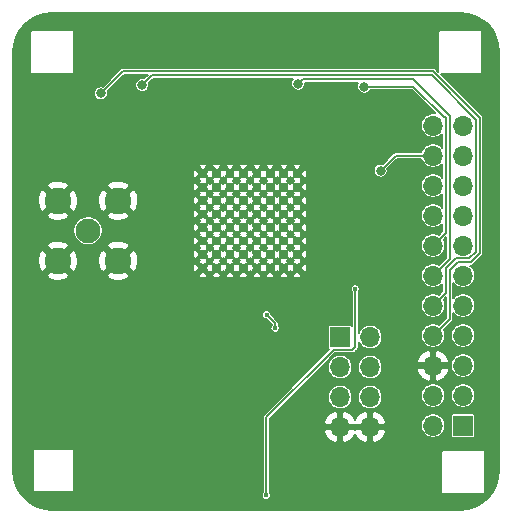
<source format=gbl>
G04 #@! TF.GenerationSoftware,KiCad,Pcbnew,(5.1.10)-1*
G04 #@! TF.CreationDate,2022-03-04T01:02:40-08:00*
G04 #@! TF.ProjectId,Chekov,4368656b-6f76-42e6-9b69-6361645f7063,rev?*
G04 #@! TF.SameCoordinates,Original*
G04 #@! TF.FileFunction,Copper,L2,Bot*
G04 #@! TF.FilePolarity,Positive*
%FSLAX46Y46*%
G04 Gerber Fmt 4.6, Leading zero omitted, Abs format (unit mm)*
G04 Created by KiCad (PCBNEW (5.1.10)-1) date 2022-03-04 01:02:40*
%MOMM*%
%LPD*%
G01*
G04 APERTURE LIST*
G04 #@! TA.AperFunction,ComponentPad*
%ADD10O,1.700000X1.700000*%
G04 #@! TD*
G04 #@! TA.AperFunction,ComponentPad*
%ADD11R,1.700000X1.700000*%
G04 #@! TD*
G04 #@! TA.AperFunction,ComponentPad*
%ADD12C,0.568750*%
G04 #@! TD*
G04 #@! TA.AperFunction,ComponentPad*
%ADD13C,2.250000*%
G04 #@! TD*
G04 #@! TA.AperFunction,ComponentPad*
%ADD14C,2.100000*%
G04 #@! TD*
G04 #@! TA.AperFunction,ViaPad*
%ADD15C,0.406400*%
G04 #@! TD*
G04 #@! TA.AperFunction,ViaPad*
%ADD16C,0.812800*%
G04 #@! TD*
G04 #@! TA.AperFunction,Conductor*
%ADD17C,0.203200*%
G04 #@! TD*
G04 #@! TA.AperFunction,Conductor*
%ADD18C,0.127000*%
G04 #@! TD*
G04 #@! TA.AperFunction,Conductor*
%ADD19C,0.101600*%
G04 #@! TD*
G04 APERTURE END LIST*
D10*
G04 #@! TO.P,J3,8*
G04 #@! TO.N,GND*
X106680000Y-86106000D03*
G04 #@! TO.P,J3,7*
X104140000Y-86106000D03*
G04 #@! TO.P,J3,6*
G04 #@! TO.N,/hRESET*
X106680000Y-83566000D03*
G04 #@! TO.P,J3,5*
G04 #@! TO.N,/RsRx*
X104140000Y-83566000D03*
G04 #@! TO.P,J3,4*
G04 #@! TO.N,/DATA*
X106680000Y-81026000D03*
G04 #@! TO.P,J3,3*
G04 #@! TO.N,/RsTx*
X104140000Y-81026000D03*
G04 #@! TO.P,J3,2*
G04 #@! TO.N,/ENB*
X106680000Y-78486000D03*
D11*
G04 #@! TO.P,J3,1*
G04 #@! TO.N,/CLK*
X104140000Y-78486000D03*
G04 #@! TD*
D12*
G04 #@! TO.P,U6,101*
G04 #@! TO.N,GND*
X100501250Y-72619250D03*
X100501250Y-71481750D03*
X100501250Y-70344250D03*
X100501250Y-69206750D03*
X100501250Y-68069250D03*
X100501250Y-66931750D03*
X100501250Y-65794250D03*
X100501250Y-64656750D03*
X99363750Y-72619250D03*
X99363750Y-71481750D03*
X99363750Y-70344250D03*
X99363750Y-69206750D03*
X99363750Y-68069250D03*
X99363750Y-66931750D03*
X99363750Y-65794250D03*
X99363750Y-64656750D03*
X98226250Y-72619250D03*
X98226250Y-71481750D03*
X98226250Y-70344250D03*
X98226250Y-69206750D03*
X98226250Y-68069250D03*
X98226250Y-66931750D03*
X98226250Y-65794250D03*
X98226250Y-64656750D03*
X97088750Y-72619250D03*
X97088750Y-71481750D03*
X97088750Y-70344250D03*
X97088750Y-69206750D03*
X97088750Y-68069250D03*
X97088750Y-66931750D03*
X97088750Y-65794250D03*
X97088750Y-64656750D03*
X95951250Y-72619250D03*
X95951250Y-71481750D03*
X95951250Y-70344250D03*
X95951250Y-69206750D03*
X95951250Y-68069250D03*
X95951250Y-66931750D03*
X95951250Y-65794250D03*
X95951250Y-64656750D03*
X94813750Y-72619250D03*
X94813750Y-71481750D03*
X94813750Y-70344250D03*
X94813750Y-69206750D03*
X94813750Y-68069250D03*
X94813750Y-66931750D03*
X94813750Y-65794250D03*
X94813750Y-64656750D03*
X93676250Y-72619250D03*
X93676250Y-71481750D03*
X93676250Y-70344250D03*
X93676250Y-69206750D03*
X93676250Y-68069250D03*
X93676250Y-66931750D03*
X93676250Y-65794250D03*
X93676250Y-64656750D03*
X92538750Y-72619250D03*
X92538750Y-71481750D03*
X92538750Y-70344250D03*
X92538750Y-69206750D03*
X92538750Y-68069250D03*
X92538750Y-66931750D03*
X92538750Y-65794250D03*
X92538750Y-64656750D03*
G04 #@! TD*
D13*
G04 #@! TO.P,J2,S4*
G04 #@! TO.N,GND*
X85354000Y-66929000D03*
G04 #@! TO.P,J2,S3*
X85354000Y-72029000D03*
G04 #@! TO.P,J2,S2*
X80254000Y-72029000D03*
G04 #@! TO.P,J2,S1*
X80254000Y-66929000D03*
D14*
G04 #@! TO.P,J2,1*
G04 #@! TO.N,/Antenna*
X82804000Y-69479000D03*
G04 #@! TD*
D10*
G04 #@! TO.P,J1,22*
G04 #@! TO.N,+VBAT*
X112014000Y-60579000D03*
G04 #@! TO.P,J1,21*
G04 #@! TO.N,/LDO_Out1.8*
X114554000Y-60579000D03*
G04 #@! TO.P,J1,20*
G04 #@! TO.N,+VBAT*
X112014000Y-63119000D03*
G04 #@! TO.P,J1,19*
G04 #@! TO.N,/Reg_Out1.8*
X114554000Y-63119000D03*
G04 #@! TO.P,J1,18*
G04 #@! TO.N,+VDDD*
X112014000Y-65659000D03*
G04 #@! TO.P,J1,17*
G04 #@! TO.N,/LDO_Out1.1*
X114554000Y-65659000D03*
G04 #@! TO.P,J1,16*
G04 #@! TO.N,+VDDD*
X112014000Y-68199000D03*
G04 #@! TO.P,J1,15*
G04 #@! TO.N,/Reg_Out1.1*
X114554000Y-68199000D03*
G04 #@! TO.P,J1,14*
G04 #@! TO.N,/LDO_In1.8*
X112014000Y-70739000D03*
G04 #@! TO.P,J1,13*
G04 #@! TO.N,+VIN*
X114554000Y-70739000D03*
G04 #@! TO.P,J1,12*
G04 #@! TO.N,/Reg_In1.8*
X112014000Y-73279000D03*
G04 #@! TO.P,J1,11*
G04 #@! TO.N,+VIN*
X114554000Y-73279000D03*
G04 #@! TO.P,J1,10*
G04 #@! TO.N,/LDO_In1.1*
X112014000Y-75819000D03*
G04 #@! TO.P,J1,9*
G04 #@! TO.N,+VIN*
X114554000Y-75819000D03*
G04 #@! TO.P,J1,8*
G04 #@! TO.N,/Reg_In1.1*
X112014000Y-78359000D03*
G04 #@! TO.P,J1,7*
G04 #@! TO.N,+VIN*
X114554000Y-78359000D03*
G04 #@! TO.P,J1,6*
G04 #@! TO.N,GND*
X112014000Y-80899000D03*
G04 #@! TO.P,J1,5*
G04 #@! TO.N,+VIN*
X114554000Y-80899000D03*
G04 #@! TO.P,J1,4*
G04 #@! TO.N,/E2Minus*
X112014000Y-83439000D03*
G04 #@! TO.P,J1,3*
G04 #@! TO.N,/E2Plus*
X114554000Y-83439000D03*
G04 #@! TO.P,J1,2*
G04 #@! TO.N,/E1Minus*
X112014000Y-85979000D03*
D11*
G04 #@! TO.P,J1,1*
G04 #@! TO.N,/E1Plus*
X114554000Y-85979000D03*
G04 #@! TD*
D15*
G04 #@! TO.N,GND*
X89037160Y-76177140D03*
X107716320Y-75580240D03*
X107342940Y-69413120D03*
X82798920Y-91412060D03*
X101683820Y-58719720D03*
X97304860Y-86245700D03*
X96768920Y-79268320D03*
X95676720Y-77845920D03*
D16*
G04 #@! TO.N,+VBAT*
X107569000Y-64389000D03*
D15*
G04 #@! TO.N,/GPIO14*
X98637706Y-77724000D03*
X97917000Y-76581000D03*
D16*
G04 #@! TO.N,/Reg_In1.1*
X83883500Y-57848500D03*
G04 #@! TO.N,/Reg_In1.8*
X100584000Y-57023000D03*
G04 #@! TO.N,/LDO_In1.1*
X87376000Y-57150000D03*
G04 #@! TO.N,/LDO_In1.8*
X106172000Y-57277000D03*
D15*
G04 #@! TO.N,/GPIO8*
X105420160Y-74406760D03*
X97886520Y-91887040D03*
G04 #@! TD*
D17*
G04 #@! TO.N,+VBAT*
X112014000Y-63119000D02*
X108839000Y-63119000D01*
X108839000Y-63119000D02*
X107569000Y-64389000D01*
X107569000Y-64389000D02*
X107569000Y-64389000D01*
G04 #@! TO.N,/GPIO14*
X98637706Y-77724000D02*
X98637706Y-77301706D01*
X98637706Y-77301706D02*
X97917000Y-76581000D01*
X97917000Y-76581000D02*
X97917000Y-76581000D01*
G04 #@! TO.N,/Reg_In1.1*
X115962811Y-59924494D02*
X112019897Y-55981580D01*
X115962811Y-71393506D02*
X115962811Y-59924494D01*
X115208506Y-72147811D02*
X115962811Y-71393506D01*
X114088859Y-72147811D02*
X115208506Y-72147811D01*
X113422809Y-72813861D02*
X114088859Y-72147811D01*
X113422809Y-76950191D02*
X113422809Y-72813861D01*
X112019897Y-55981580D02*
X85750420Y-55981580D01*
X112014000Y-78359000D02*
X113422809Y-76950191D01*
X85750420Y-55981580D02*
X83883500Y-57848500D01*
X83820000Y-57912000D02*
X83820000Y-57912000D01*
X83883500Y-57848500D02*
X83820000Y-57912000D01*
G04 #@! TO.N,/Reg_In1.8*
X100584000Y-57023000D02*
X100584000Y-57023000D01*
X100584000Y-57023000D02*
X100584000Y-57023000D01*
X100965000Y-56642000D02*
X100584000Y-57023000D01*
X113422809Y-59742822D02*
X110321987Y-56642000D01*
X110321987Y-56642000D02*
X100965000Y-56642000D01*
X113422809Y-71870191D02*
X113422809Y-59742822D01*
X112014000Y-73279000D02*
X113422809Y-71870191D01*
G04 #@! TO.N,/LDO_In1.1*
X111883120Y-56311790D02*
X88214210Y-56311790D01*
X115632601Y-60061271D02*
X111883120Y-56311790D01*
X115632601Y-71256729D02*
X115632601Y-60061271D01*
X115071729Y-71817601D02*
X115632601Y-71256729D01*
X113942385Y-71817601D02*
X115071729Y-71817601D01*
X113092601Y-74740399D02*
X113092601Y-72667385D01*
X113092601Y-72667385D02*
X113942385Y-71817601D01*
X112014000Y-75819000D02*
X113092601Y-74740399D01*
X88214210Y-56311790D02*
X87376000Y-57150000D01*
X87376000Y-57150000D02*
X87376000Y-57150000D01*
G04 #@! TO.N,/LDO_In1.8*
X113092601Y-69660399D02*
X113092601Y-59879601D01*
X112014000Y-70739000D02*
X113092601Y-69660399D01*
X112910931Y-59879601D02*
X110308330Y-57277000D01*
X113092601Y-59879601D02*
X112910931Y-59879601D01*
X110308330Y-57277000D02*
X106172000Y-57277000D01*
X106172000Y-57277000D02*
X106172000Y-57277000D01*
G04 #@! TO.N,/GPIO8*
X105420160Y-79317322D02*
X105420160Y-74406760D01*
X103610039Y-79564601D02*
X105172881Y-79564601D01*
X97886520Y-85288120D02*
X103610039Y-79564601D01*
X105172881Y-79564601D02*
X105420160Y-79317322D01*
X97886520Y-91887040D02*
X97886520Y-85288120D01*
G04 #@! TD*
D18*
G04 #@! TO.N,GND*
X114943603Y-51105562D02*
X115562691Y-51292476D01*
X116133684Y-51596078D01*
X116634836Y-52004808D01*
X117047052Y-52503091D01*
X117354631Y-53071947D01*
X117545865Y-53689722D01*
X117614657Y-54344237D01*
X117614700Y-54356560D01*
X117614701Y-89777193D01*
X117550438Y-90432602D01*
X117363524Y-91051691D01*
X117059919Y-91622689D01*
X116651195Y-92123834D01*
X116152913Y-92536050D01*
X115584048Y-92843633D01*
X114966277Y-93034866D01*
X114311764Y-93103657D01*
X114299439Y-93103700D01*
X79767797Y-93103700D01*
X79112398Y-93039438D01*
X78493309Y-92852524D01*
X77922311Y-92548919D01*
X77421166Y-92140195D01*
X77179659Y-91848264D01*
X97492820Y-91848264D01*
X97492820Y-91925816D01*
X97507950Y-92001878D01*
X97537628Y-92073527D01*
X97580713Y-92138009D01*
X97635551Y-92192847D01*
X97700033Y-92235932D01*
X97771682Y-92265610D01*
X97847744Y-92280740D01*
X97925296Y-92280740D01*
X98001358Y-92265610D01*
X98073007Y-92235932D01*
X98137489Y-92192847D01*
X98192327Y-92138009D01*
X98235412Y-92073527D01*
X98265090Y-92001878D01*
X98280220Y-91925816D01*
X98280220Y-91848264D01*
X98265090Y-91772202D01*
X98235412Y-91700553D01*
X98192327Y-91636071D01*
X98178620Y-91622364D01*
X98178620Y-88138000D01*
X112712500Y-88138000D01*
X112712500Y-91694000D01*
X112713720Y-91706388D01*
X112717334Y-91718300D01*
X112723202Y-91729279D01*
X112731099Y-91738901D01*
X112740721Y-91746798D01*
X112751700Y-91752666D01*
X112763612Y-91756280D01*
X112776000Y-91757500D01*
X116332000Y-91757500D01*
X116344388Y-91756280D01*
X116356300Y-91752666D01*
X116367279Y-91746798D01*
X116376901Y-91738901D01*
X116384798Y-91729279D01*
X116390666Y-91718300D01*
X116394280Y-91706388D01*
X116395500Y-91694000D01*
X116395500Y-88138000D01*
X116394280Y-88125612D01*
X116390666Y-88113700D01*
X116384798Y-88102721D01*
X116376901Y-88093099D01*
X116367279Y-88085202D01*
X116356300Y-88079334D01*
X116344388Y-88075720D01*
X116332000Y-88074500D01*
X112776000Y-88074500D01*
X112763612Y-88075720D01*
X112751700Y-88079334D01*
X112740721Y-88085202D01*
X112731099Y-88093099D01*
X112723202Y-88102721D01*
X112717334Y-88113700D01*
X112713720Y-88125612D01*
X112712500Y-88138000D01*
X98178620Y-88138000D01*
X98178620Y-86514520D01*
X102778467Y-86514520D01*
X102780957Y-86522759D01*
X102888376Y-86779887D01*
X103043894Y-87011118D01*
X103241535Y-87207566D01*
X103473704Y-87361681D01*
X103731478Y-87467541D01*
X103949500Y-87371810D01*
X103949500Y-86296500D01*
X104330500Y-86296500D01*
X104330500Y-87371810D01*
X104548522Y-87467541D01*
X104806296Y-87361681D01*
X105038465Y-87207566D01*
X105236106Y-87011118D01*
X105391624Y-86779887D01*
X105410000Y-86735901D01*
X105428376Y-86779887D01*
X105583894Y-87011118D01*
X105781535Y-87207566D01*
X106013704Y-87361681D01*
X106271478Y-87467541D01*
X106489500Y-87371810D01*
X106489500Y-86296500D01*
X106870500Y-86296500D01*
X106870500Y-87371810D01*
X107088522Y-87467541D01*
X107346296Y-87361681D01*
X107578465Y-87207566D01*
X107776106Y-87011118D01*
X107931624Y-86779887D01*
X108039043Y-86522759D01*
X108041533Y-86514520D01*
X107944354Y-86296500D01*
X106870500Y-86296500D01*
X106489500Y-86296500D01*
X105415646Y-86296500D01*
X105410000Y-86309167D01*
X105404354Y-86296500D01*
X104330500Y-86296500D01*
X103949500Y-86296500D01*
X102875646Y-86296500D01*
X102778467Y-86514520D01*
X98178620Y-86514520D01*
X98178620Y-85697480D01*
X102778467Y-85697480D01*
X102875646Y-85915500D01*
X103949500Y-85915500D01*
X103949500Y-84840190D01*
X104330500Y-84840190D01*
X104330500Y-85915500D01*
X105404354Y-85915500D01*
X105410000Y-85902833D01*
X105415646Y-85915500D01*
X106489500Y-85915500D01*
X106489500Y-84840190D01*
X106870500Y-84840190D01*
X106870500Y-85915500D01*
X107944354Y-85915500D01*
X107961728Y-85876520D01*
X110973500Y-85876520D01*
X110973500Y-86081480D01*
X111013485Y-86282503D01*
X111091920Y-86471862D01*
X111205791Y-86642280D01*
X111350720Y-86787209D01*
X111521138Y-86901080D01*
X111710497Y-86979515D01*
X111911520Y-87019500D01*
X112116480Y-87019500D01*
X112317503Y-86979515D01*
X112506862Y-86901080D01*
X112677280Y-86787209D01*
X112822209Y-86642280D01*
X112936080Y-86471862D01*
X113014515Y-86282503D01*
X113054500Y-86081480D01*
X113054500Y-85876520D01*
X113014515Y-85675497D01*
X112936080Y-85486138D01*
X112822209Y-85315720D01*
X112677280Y-85170791D01*
X112614737Y-85129000D01*
X113512579Y-85129000D01*
X113512579Y-86829000D01*
X113516257Y-86866344D01*
X113527150Y-86902254D01*
X113544839Y-86935348D01*
X113568645Y-86964355D01*
X113597652Y-86988161D01*
X113630746Y-87005850D01*
X113666656Y-87016743D01*
X113704000Y-87020421D01*
X115404000Y-87020421D01*
X115441344Y-87016743D01*
X115477254Y-87005850D01*
X115510348Y-86988161D01*
X115539355Y-86964355D01*
X115563161Y-86935348D01*
X115580850Y-86902254D01*
X115591743Y-86866344D01*
X115595421Y-86829000D01*
X115595421Y-85129000D01*
X115591743Y-85091656D01*
X115580850Y-85055746D01*
X115563161Y-85022652D01*
X115539355Y-84993645D01*
X115510348Y-84969839D01*
X115477254Y-84952150D01*
X115441344Y-84941257D01*
X115404000Y-84937579D01*
X113704000Y-84937579D01*
X113666656Y-84941257D01*
X113630746Y-84952150D01*
X113597652Y-84969839D01*
X113568645Y-84993645D01*
X113544839Y-85022652D01*
X113527150Y-85055746D01*
X113516257Y-85091656D01*
X113512579Y-85129000D01*
X112614737Y-85129000D01*
X112506862Y-85056920D01*
X112317503Y-84978485D01*
X112116480Y-84938500D01*
X111911520Y-84938500D01*
X111710497Y-84978485D01*
X111521138Y-85056920D01*
X111350720Y-85170791D01*
X111205791Y-85315720D01*
X111091920Y-85486138D01*
X111013485Y-85675497D01*
X110973500Y-85876520D01*
X107961728Y-85876520D01*
X108041533Y-85697480D01*
X108039043Y-85689241D01*
X107931624Y-85432113D01*
X107776106Y-85200882D01*
X107578465Y-85004434D01*
X107346296Y-84850319D01*
X107088522Y-84744459D01*
X106870500Y-84840190D01*
X106489500Y-84840190D01*
X106271478Y-84744459D01*
X106013704Y-84850319D01*
X105781535Y-85004434D01*
X105583894Y-85200882D01*
X105428376Y-85432113D01*
X105410000Y-85476099D01*
X105391624Y-85432113D01*
X105236106Y-85200882D01*
X105038465Y-85004434D01*
X104806296Y-84850319D01*
X104548522Y-84744459D01*
X104330500Y-84840190D01*
X103949500Y-84840190D01*
X103731478Y-84744459D01*
X103473704Y-84850319D01*
X103241535Y-85004434D01*
X103043894Y-85200882D01*
X102888376Y-85432113D01*
X102780957Y-85689241D01*
X102778467Y-85697480D01*
X98178620Y-85697480D01*
X98178620Y-85409111D01*
X100124211Y-83463520D01*
X103099500Y-83463520D01*
X103099500Y-83668480D01*
X103139485Y-83869503D01*
X103217920Y-84058862D01*
X103331791Y-84229280D01*
X103476720Y-84374209D01*
X103647138Y-84488080D01*
X103836497Y-84566515D01*
X104037520Y-84606500D01*
X104242480Y-84606500D01*
X104443503Y-84566515D01*
X104632862Y-84488080D01*
X104803280Y-84374209D01*
X104948209Y-84229280D01*
X105062080Y-84058862D01*
X105140515Y-83869503D01*
X105180500Y-83668480D01*
X105180500Y-83463520D01*
X105639500Y-83463520D01*
X105639500Y-83668480D01*
X105679485Y-83869503D01*
X105757920Y-84058862D01*
X105871791Y-84229280D01*
X106016720Y-84374209D01*
X106187138Y-84488080D01*
X106376497Y-84566515D01*
X106577520Y-84606500D01*
X106782480Y-84606500D01*
X106983503Y-84566515D01*
X107172862Y-84488080D01*
X107343280Y-84374209D01*
X107488209Y-84229280D01*
X107602080Y-84058862D01*
X107680515Y-83869503D01*
X107720500Y-83668480D01*
X107720500Y-83463520D01*
X107695239Y-83336520D01*
X110973500Y-83336520D01*
X110973500Y-83541480D01*
X111013485Y-83742503D01*
X111091920Y-83931862D01*
X111205791Y-84102280D01*
X111350720Y-84247209D01*
X111521138Y-84361080D01*
X111710497Y-84439515D01*
X111911520Y-84479500D01*
X112116480Y-84479500D01*
X112317503Y-84439515D01*
X112506862Y-84361080D01*
X112677280Y-84247209D01*
X112822209Y-84102280D01*
X112936080Y-83931862D01*
X113014515Y-83742503D01*
X113054500Y-83541480D01*
X113054500Y-83336520D01*
X113513500Y-83336520D01*
X113513500Y-83541480D01*
X113553485Y-83742503D01*
X113631920Y-83931862D01*
X113745791Y-84102280D01*
X113890720Y-84247209D01*
X114061138Y-84361080D01*
X114250497Y-84439515D01*
X114451520Y-84479500D01*
X114656480Y-84479500D01*
X114857503Y-84439515D01*
X115046862Y-84361080D01*
X115217280Y-84247209D01*
X115362209Y-84102280D01*
X115476080Y-83931862D01*
X115554515Y-83742503D01*
X115594500Y-83541480D01*
X115594500Y-83336520D01*
X115554515Y-83135497D01*
X115476080Y-82946138D01*
X115362209Y-82775720D01*
X115217280Y-82630791D01*
X115046862Y-82516920D01*
X114857503Y-82438485D01*
X114656480Y-82398500D01*
X114451520Y-82398500D01*
X114250497Y-82438485D01*
X114061138Y-82516920D01*
X113890720Y-82630791D01*
X113745791Y-82775720D01*
X113631920Y-82946138D01*
X113553485Y-83135497D01*
X113513500Y-83336520D01*
X113054500Y-83336520D01*
X113014515Y-83135497D01*
X112936080Y-82946138D01*
X112822209Y-82775720D01*
X112677280Y-82630791D01*
X112506862Y-82516920D01*
X112317503Y-82438485D01*
X112116480Y-82398500D01*
X111911520Y-82398500D01*
X111710497Y-82438485D01*
X111521138Y-82516920D01*
X111350720Y-82630791D01*
X111205791Y-82775720D01*
X111091920Y-82946138D01*
X111013485Y-83135497D01*
X110973500Y-83336520D01*
X107695239Y-83336520D01*
X107680515Y-83262497D01*
X107602080Y-83073138D01*
X107488209Y-82902720D01*
X107343280Y-82757791D01*
X107172862Y-82643920D01*
X106983503Y-82565485D01*
X106782480Y-82525500D01*
X106577520Y-82525500D01*
X106376497Y-82565485D01*
X106187138Y-82643920D01*
X106016720Y-82757791D01*
X105871791Y-82902720D01*
X105757920Y-83073138D01*
X105679485Y-83262497D01*
X105639500Y-83463520D01*
X105180500Y-83463520D01*
X105140515Y-83262497D01*
X105062080Y-83073138D01*
X104948209Y-82902720D01*
X104803280Y-82757791D01*
X104632862Y-82643920D01*
X104443503Y-82565485D01*
X104242480Y-82525500D01*
X104037520Y-82525500D01*
X103836497Y-82565485D01*
X103647138Y-82643920D01*
X103476720Y-82757791D01*
X103331791Y-82902720D01*
X103217920Y-83073138D01*
X103139485Y-83262497D01*
X103099500Y-83463520D01*
X100124211Y-83463520D01*
X102664211Y-80923520D01*
X103099500Y-80923520D01*
X103099500Y-81128480D01*
X103139485Y-81329503D01*
X103217920Y-81518862D01*
X103331791Y-81689280D01*
X103476720Y-81834209D01*
X103647138Y-81948080D01*
X103836497Y-82026515D01*
X104037520Y-82066500D01*
X104242480Y-82066500D01*
X104443503Y-82026515D01*
X104632862Y-81948080D01*
X104803280Y-81834209D01*
X104948209Y-81689280D01*
X105062080Y-81518862D01*
X105140515Y-81329503D01*
X105180500Y-81128480D01*
X105180500Y-80923520D01*
X105639500Y-80923520D01*
X105639500Y-81128480D01*
X105679485Y-81329503D01*
X105757920Y-81518862D01*
X105871791Y-81689280D01*
X106016720Y-81834209D01*
X106187138Y-81948080D01*
X106376497Y-82026515D01*
X106577520Y-82066500D01*
X106782480Y-82066500D01*
X106983503Y-82026515D01*
X107172862Y-81948080D01*
X107343280Y-81834209D01*
X107488209Y-81689280D01*
X107602080Y-81518862D01*
X107680515Y-81329503D01*
X107684887Y-81307520D01*
X110652467Y-81307520D01*
X110654957Y-81315759D01*
X110762376Y-81572887D01*
X110917894Y-81804118D01*
X111115535Y-82000566D01*
X111347704Y-82154681D01*
X111605478Y-82260541D01*
X111823500Y-82164810D01*
X111823500Y-81089500D01*
X112204500Y-81089500D01*
X112204500Y-82164810D01*
X112422522Y-82260541D01*
X112680296Y-82154681D01*
X112912465Y-82000566D01*
X113110106Y-81804118D01*
X113265624Y-81572887D01*
X113373043Y-81315759D01*
X113375533Y-81307520D01*
X113278354Y-81089500D01*
X112204500Y-81089500D01*
X111823500Y-81089500D01*
X110749646Y-81089500D01*
X110652467Y-81307520D01*
X107684887Y-81307520D01*
X107720500Y-81128480D01*
X107720500Y-80923520D01*
X107695239Y-80796520D01*
X113513500Y-80796520D01*
X113513500Y-81001480D01*
X113553485Y-81202503D01*
X113631920Y-81391862D01*
X113745791Y-81562280D01*
X113890720Y-81707209D01*
X114061138Y-81821080D01*
X114250497Y-81899515D01*
X114451520Y-81939500D01*
X114656480Y-81939500D01*
X114857503Y-81899515D01*
X115046862Y-81821080D01*
X115217280Y-81707209D01*
X115362209Y-81562280D01*
X115476080Y-81391862D01*
X115554515Y-81202503D01*
X115594500Y-81001480D01*
X115594500Y-80796520D01*
X115554515Y-80595497D01*
X115476080Y-80406138D01*
X115362209Y-80235720D01*
X115217280Y-80090791D01*
X115046862Y-79976920D01*
X114857503Y-79898485D01*
X114656480Y-79858500D01*
X114451520Y-79858500D01*
X114250497Y-79898485D01*
X114061138Y-79976920D01*
X113890720Y-80090791D01*
X113745791Y-80235720D01*
X113631920Y-80406138D01*
X113553485Y-80595497D01*
X113513500Y-80796520D01*
X107695239Y-80796520D01*
X107680515Y-80722497D01*
X107602080Y-80533138D01*
X107573577Y-80490480D01*
X110652467Y-80490480D01*
X110749646Y-80708500D01*
X111823500Y-80708500D01*
X111823500Y-79633190D01*
X112204500Y-79633190D01*
X112204500Y-80708500D01*
X113278354Y-80708500D01*
X113375533Y-80490480D01*
X113373043Y-80482241D01*
X113265624Y-80225113D01*
X113110106Y-79993882D01*
X112912465Y-79797434D01*
X112680296Y-79643319D01*
X112422522Y-79537459D01*
X112204500Y-79633190D01*
X111823500Y-79633190D01*
X111605478Y-79537459D01*
X111347704Y-79643319D01*
X111115535Y-79797434D01*
X110917894Y-79993882D01*
X110762376Y-80225113D01*
X110654957Y-80482241D01*
X110652467Y-80490480D01*
X107573577Y-80490480D01*
X107488209Y-80362720D01*
X107343280Y-80217791D01*
X107172862Y-80103920D01*
X106983503Y-80025485D01*
X106782480Y-79985500D01*
X106577520Y-79985500D01*
X106376497Y-80025485D01*
X106187138Y-80103920D01*
X106016720Y-80217791D01*
X105871791Y-80362720D01*
X105757920Y-80533138D01*
X105679485Y-80722497D01*
X105639500Y-80923520D01*
X105180500Y-80923520D01*
X105140515Y-80722497D01*
X105062080Y-80533138D01*
X104948209Y-80362720D01*
X104803280Y-80217791D01*
X104632862Y-80103920D01*
X104443503Y-80025485D01*
X104242480Y-79985500D01*
X104037520Y-79985500D01*
X103836497Y-80025485D01*
X103647138Y-80103920D01*
X103476720Y-80217791D01*
X103331791Y-80362720D01*
X103217920Y-80533138D01*
X103139485Y-80722497D01*
X103099500Y-80923520D01*
X102664211Y-80923520D01*
X103731030Y-79856701D01*
X105158543Y-79856701D01*
X105172881Y-79858113D01*
X105187219Y-79856701D01*
X105187227Y-79856701D01*
X105230143Y-79852474D01*
X105285204Y-79835772D01*
X105335948Y-79808648D01*
X105380426Y-79772146D01*
X105389574Y-79760999D01*
X105616559Y-79534014D01*
X105627705Y-79524867D01*
X105664207Y-79480389D01*
X105691331Y-79429645D01*
X105708033Y-79374584D01*
X105712260Y-79331668D01*
X105712260Y-79331659D01*
X105713672Y-79317323D01*
X105712260Y-79302987D01*
X105712260Y-78868629D01*
X105757920Y-78978862D01*
X105871791Y-79149280D01*
X106016720Y-79294209D01*
X106187138Y-79408080D01*
X106376497Y-79486515D01*
X106577520Y-79526500D01*
X106782480Y-79526500D01*
X106983503Y-79486515D01*
X107172862Y-79408080D01*
X107343280Y-79294209D01*
X107488209Y-79149280D01*
X107602080Y-78978862D01*
X107680515Y-78789503D01*
X107720500Y-78588480D01*
X107720500Y-78383520D01*
X107680515Y-78182497D01*
X107602080Y-77993138D01*
X107488209Y-77822720D01*
X107343280Y-77677791D01*
X107172862Y-77563920D01*
X106983503Y-77485485D01*
X106782480Y-77445500D01*
X106577520Y-77445500D01*
X106376497Y-77485485D01*
X106187138Y-77563920D01*
X106016720Y-77677791D01*
X105871791Y-77822720D01*
X105757920Y-77993138D01*
X105712260Y-78103371D01*
X105712260Y-74671436D01*
X105725967Y-74657729D01*
X105769052Y-74593247D01*
X105798730Y-74521598D01*
X105813860Y-74445536D01*
X105813860Y-74367984D01*
X105798730Y-74291922D01*
X105769052Y-74220273D01*
X105725967Y-74155791D01*
X105671129Y-74100953D01*
X105606647Y-74057868D01*
X105534998Y-74028190D01*
X105458936Y-74013060D01*
X105381384Y-74013060D01*
X105305322Y-74028190D01*
X105233673Y-74057868D01*
X105169191Y-74100953D01*
X105114353Y-74155791D01*
X105071268Y-74220273D01*
X105041590Y-74291922D01*
X105026460Y-74367984D01*
X105026460Y-74445536D01*
X105041590Y-74521598D01*
X105071268Y-74593247D01*
X105114353Y-74657729D01*
X105128061Y-74671437D01*
X105128060Y-77503941D01*
X105125355Y-77500645D01*
X105096348Y-77476839D01*
X105063254Y-77459150D01*
X105027344Y-77448257D01*
X104990000Y-77444579D01*
X103290000Y-77444579D01*
X103252656Y-77448257D01*
X103216746Y-77459150D01*
X103183652Y-77476839D01*
X103154645Y-77500645D01*
X103130839Y-77529652D01*
X103113150Y-77562746D01*
X103102257Y-77598656D01*
X103098579Y-77636000D01*
X103098579Y-79336000D01*
X103102257Y-79373344D01*
X103113150Y-79409254D01*
X103130839Y-79442348D01*
X103154645Y-79471355D01*
X103183652Y-79495161D01*
X103216746Y-79512850D01*
X103241262Y-79520287D01*
X97690118Y-85071431D01*
X97678976Y-85080575D01*
X97669832Y-85091717D01*
X97669830Y-85091719D01*
X97642473Y-85125054D01*
X97615349Y-85175798D01*
X97598647Y-85230859D01*
X97593008Y-85288120D01*
X97594421Y-85302468D01*
X97594420Y-91622364D01*
X97580713Y-91636071D01*
X97537628Y-91700553D01*
X97507950Y-91772202D01*
X97492820Y-91848264D01*
X77179659Y-91848264D01*
X77008950Y-91641913D01*
X76701367Y-91073048D01*
X76510134Y-90455277D01*
X76441343Y-89800764D01*
X76441300Y-89788439D01*
X76441300Y-88011000D01*
X78168500Y-88011000D01*
X78168500Y-91567000D01*
X78169720Y-91579388D01*
X78173334Y-91591300D01*
X78179202Y-91602279D01*
X78187099Y-91611901D01*
X78196721Y-91619798D01*
X78207700Y-91625666D01*
X78219612Y-91629280D01*
X78232000Y-91630500D01*
X81534000Y-91630500D01*
X81546388Y-91629280D01*
X81558300Y-91625666D01*
X81569279Y-91619798D01*
X81578901Y-91611901D01*
X81586798Y-91602279D01*
X81592666Y-91591300D01*
X81596280Y-91579388D01*
X81597500Y-91567000D01*
X81597500Y-88011000D01*
X81596280Y-87998612D01*
X81592666Y-87986700D01*
X81586798Y-87975721D01*
X81578901Y-87966099D01*
X81569279Y-87958202D01*
X81558300Y-87952334D01*
X81546388Y-87948720D01*
X81534000Y-87947500D01*
X78232000Y-87947500D01*
X78219612Y-87948720D01*
X78207700Y-87952334D01*
X78196721Y-87958202D01*
X78187099Y-87966099D01*
X78179202Y-87975721D01*
X78173334Y-87986700D01*
X78169720Y-87998612D01*
X78168500Y-88011000D01*
X76441300Y-88011000D01*
X76441300Y-76542224D01*
X97523300Y-76542224D01*
X97523300Y-76619776D01*
X97538430Y-76695838D01*
X97568108Y-76767487D01*
X97611193Y-76831969D01*
X97666031Y-76886807D01*
X97730513Y-76929892D01*
X97802162Y-76959570D01*
X97878224Y-76974700D01*
X97897609Y-76974700D01*
X98345606Y-77422697D01*
X98345606Y-77459324D01*
X98331899Y-77473031D01*
X98288814Y-77537513D01*
X98259136Y-77609162D01*
X98244006Y-77685224D01*
X98244006Y-77762776D01*
X98259136Y-77838838D01*
X98288814Y-77910487D01*
X98331899Y-77974969D01*
X98386737Y-78029807D01*
X98451219Y-78072892D01*
X98522868Y-78102570D01*
X98598930Y-78117700D01*
X98676482Y-78117700D01*
X98752544Y-78102570D01*
X98824193Y-78072892D01*
X98888675Y-78029807D01*
X98943513Y-77974969D01*
X98986598Y-77910487D01*
X99016276Y-77838838D01*
X99031406Y-77762776D01*
X99031406Y-77685224D01*
X99016276Y-77609162D01*
X98986598Y-77537513D01*
X98943513Y-77473031D01*
X98929806Y-77459324D01*
X98929806Y-77316041D01*
X98931218Y-77301705D01*
X98929806Y-77287369D01*
X98929806Y-77287360D01*
X98925579Y-77244444D01*
X98908877Y-77189383D01*
X98881753Y-77138639D01*
X98845251Y-77094161D01*
X98834104Y-77085013D01*
X98310700Y-76561609D01*
X98310700Y-76542224D01*
X98295570Y-76466162D01*
X98265892Y-76394513D01*
X98222807Y-76330031D01*
X98167969Y-76275193D01*
X98103487Y-76232108D01*
X98031838Y-76202430D01*
X97955776Y-76187300D01*
X97878224Y-76187300D01*
X97802162Y-76202430D01*
X97730513Y-76232108D01*
X97666031Y-76275193D01*
X97611193Y-76330031D01*
X97568108Y-76394513D01*
X97538430Y-76466162D01*
X97523300Y-76542224D01*
X76441300Y-76542224D01*
X76441300Y-73259842D01*
X79292566Y-73259842D01*
X79412391Y-73511473D01*
X79717778Y-73647177D01*
X80043772Y-73720696D01*
X80377845Y-73729204D01*
X80707159Y-73672373D01*
X81019057Y-73552389D01*
X81095609Y-73511473D01*
X81215434Y-73259842D01*
X84392566Y-73259842D01*
X84512391Y-73511473D01*
X84817778Y-73647177D01*
X85143772Y-73720696D01*
X85477845Y-73729204D01*
X85807159Y-73672373D01*
X86119057Y-73552389D01*
X86195609Y-73511473D01*
X86315434Y-73259842D01*
X86298422Y-73242830D01*
X92184577Y-73242830D01*
X92199921Y-73409707D01*
X92360641Y-73460621D01*
X92528206Y-73479201D01*
X92696177Y-73464735D01*
X92858099Y-73417776D01*
X92877579Y-73409707D01*
X92892923Y-73242830D01*
X93322077Y-73242830D01*
X93337421Y-73409707D01*
X93498141Y-73460621D01*
X93665706Y-73479201D01*
X93833677Y-73464735D01*
X93995599Y-73417776D01*
X94015079Y-73409707D01*
X94030423Y-73242830D01*
X94459577Y-73242830D01*
X94474921Y-73409707D01*
X94635641Y-73460621D01*
X94803206Y-73479201D01*
X94971177Y-73464735D01*
X95133099Y-73417776D01*
X95152579Y-73409707D01*
X95167923Y-73242830D01*
X95597077Y-73242830D01*
X95612421Y-73409707D01*
X95773141Y-73460621D01*
X95940706Y-73479201D01*
X96108677Y-73464735D01*
X96270599Y-73417776D01*
X96290079Y-73409707D01*
X96305423Y-73242830D01*
X96734577Y-73242830D01*
X96749921Y-73409707D01*
X96910641Y-73460621D01*
X97078206Y-73479201D01*
X97246177Y-73464735D01*
X97408099Y-73417776D01*
X97427579Y-73409707D01*
X97442923Y-73242830D01*
X97872077Y-73242830D01*
X97887421Y-73409707D01*
X98048141Y-73460621D01*
X98215706Y-73479201D01*
X98383677Y-73464735D01*
X98545599Y-73417776D01*
X98565079Y-73409707D01*
X98580423Y-73242830D01*
X99009577Y-73242830D01*
X99024921Y-73409707D01*
X99185641Y-73460621D01*
X99353206Y-73479201D01*
X99521177Y-73464735D01*
X99683099Y-73417776D01*
X99702579Y-73409707D01*
X99717923Y-73242830D01*
X100147077Y-73242830D01*
X100162421Y-73409707D01*
X100323141Y-73460621D01*
X100490706Y-73479201D01*
X100658677Y-73464735D01*
X100820599Y-73417776D01*
X100840079Y-73409707D01*
X100855423Y-73242830D01*
X100501250Y-72888658D01*
X100147077Y-73242830D01*
X99717923Y-73242830D01*
X99363750Y-72888658D01*
X99009577Y-73242830D01*
X98580423Y-73242830D01*
X98226250Y-72888658D01*
X97872077Y-73242830D01*
X97442923Y-73242830D01*
X97088750Y-72888658D01*
X96734577Y-73242830D01*
X96305423Y-73242830D01*
X95951250Y-72888658D01*
X95597077Y-73242830D01*
X95167923Y-73242830D01*
X94813750Y-72888658D01*
X94459577Y-73242830D01*
X94030423Y-73242830D01*
X93676250Y-72888658D01*
X93322077Y-73242830D01*
X92892923Y-73242830D01*
X92538750Y-72888658D01*
X92184577Y-73242830D01*
X86298422Y-73242830D01*
X85354000Y-72298408D01*
X84392566Y-73259842D01*
X81215434Y-73259842D01*
X80254000Y-72298408D01*
X79292566Y-73259842D01*
X76441300Y-73259842D01*
X76441300Y-72152845D01*
X78553796Y-72152845D01*
X78610627Y-72482159D01*
X78730611Y-72794057D01*
X78771527Y-72870609D01*
X79023158Y-72990434D01*
X79984592Y-72029000D01*
X80523408Y-72029000D01*
X81484842Y-72990434D01*
X81736473Y-72870609D01*
X81872177Y-72565222D01*
X81945696Y-72239228D01*
X81947895Y-72152845D01*
X83653796Y-72152845D01*
X83710627Y-72482159D01*
X83830611Y-72794057D01*
X83871527Y-72870609D01*
X84123158Y-72990434D01*
X85084592Y-72029000D01*
X85623408Y-72029000D01*
X86584842Y-72990434D01*
X86836473Y-72870609D01*
X86952854Y-72608706D01*
X91678799Y-72608706D01*
X91693265Y-72776677D01*
X91740224Y-72938599D01*
X91748293Y-72958079D01*
X91915170Y-72973423D01*
X92269342Y-72619250D01*
X92808158Y-72619250D01*
X92818060Y-72629152D01*
X92830765Y-72776677D01*
X92877724Y-72938599D01*
X92885793Y-72958079D01*
X93052670Y-72973423D01*
X93107500Y-72918593D01*
X93162330Y-72973423D01*
X93329207Y-72958079D01*
X93380121Y-72797359D01*
X93398701Y-72629794D01*
X93398510Y-72627582D01*
X93406842Y-72619250D01*
X93945658Y-72619250D01*
X93955560Y-72629152D01*
X93968265Y-72776677D01*
X94015224Y-72938599D01*
X94023293Y-72958079D01*
X94190170Y-72973423D01*
X94245000Y-72918593D01*
X94299830Y-72973423D01*
X94466707Y-72958079D01*
X94517621Y-72797359D01*
X94536201Y-72629794D01*
X94536010Y-72627582D01*
X94544342Y-72619250D01*
X95083158Y-72619250D01*
X95093060Y-72629152D01*
X95105765Y-72776677D01*
X95152724Y-72938599D01*
X95160793Y-72958079D01*
X95327670Y-72973423D01*
X95382500Y-72918593D01*
X95437330Y-72973423D01*
X95604207Y-72958079D01*
X95655121Y-72797359D01*
X95673701Y-72629794D01*
X95673510Y-72627582D01*
X95681842Y-72619250D01*
X96220658Y-72619250D01*
X96230560Y-72629152D01*
X96243265Y-72776677D01*
X96290224Y-72938599D01*
X96298293Y-72958079D01*
X96465170Y-72973423D01*
X96520000Y-72918593D01*
X96574830Y-72973423D01*
X96741707Y-72958079D01*
X96792621Y-72797359D01*
X96811201Y-72629794D01*
X96811010Y-72627582D01*
X96819342Y-72619250D01*
X97358158Y-72619250D01*
X97368060Y-72629152D01*
X97380765Y-72776677D01*
X97427724Y-72938599D01*
X97435793Y-72958079D01*
X97602670Y-72973423D01*
X97657500Y-72918593D01*
X97712330Y-72973423D01*
X97879207Y-72958079D01*
X97930121Y-72797359D01*
X97948701Y-72629794D01*
X97948510Y-72627582D01*
X97956842Y-72619250D01*
X98495658Y-72619250D01*
X98505560Y-72629152D01*
X98518265Y-72776677D01*
X98565224Y-72938599D01*
X98573293Y-72958079D01*
X98740170Y-72973423D01*
X98795000Y-72918593D01*
X98849830Y-72973423D01*
X99016707Y-72958079D01*
X99067621Y-72797359D01*
X99086201Y-72629794D01*
X99086010Y-72627582D01*
X99094342Y-72619250D01*
X99633158Y-72619250D01*
X99643060Y-72629152D01*
X99655765Y-72776677D01*
X99702724Y-72938599D01*
X99710793Y-72958079D01*
X99877670Y-72973423D01*
X99932500Y-72918593D01*
X99987330Y-72973423D01*
X100154207Y-72958079D01*
X100205121Y-72797359D01*
X100223701Y-72629794D01*
X100223510Y-72627582D01*
X100231842Y-72619250D01*
X100770658Y-72619250D01*
X101124830Y-72973423D01*
X101291707Y-72958079D01*
X101342621Y-72797359D01*
X101361201Y-72629794D01*
X101346735Y-72461823D01*
X101299776Y-72299901D01*
X101291707Y-72280421D01*
X101124830Y-72265077D01*
X100770658Y-72619250D01*
X100231842Y-72619250D01*
X100221940Y-72609348D01*
X100209235Y-72461823D01*
X100162276Y-72299901D01*
X100154207Y-72280421D01*
X99987330Y-72265077D01*
X99932500Y-72319907D01*
X99877670Y-72265077D01*
X99710793Y-72280421D01*
X99659879Y-72441141D01*
X99641299Y-72608706D01*
X99641490Y-72610918D01*
X99633158Y-72619250D01*
X99094342Y-72619250D01*
X99084440Y-72609348D01*
X99071735Y-72461823D01*
X99024776Y-72299901D01*
X99016707Y-72280421D01*
X98849830Y-72265077D01*
X98795000Y-72319907D01*
X98740170Y-72265077D01*
X98573293Y-72280421D01*
X98522379Y-72441141D01*
X98503799Y-72608706D01*
X98503990Y-72610918D01*
X98495658Y-72619250D01*
X97956842Y-72619250D01*
X97946940Y-72609348D01*
X97934235Y-72461823D01*
X97887276Y-72299901D01*
X97879207Y-72280421D01*
X97712330Y-72265077D01*
X97657500Y-72319907D01*
X97602670Y-72265077D01*
X97435793Y-72280421D01*
X97384879Y-72441141D01*
X97366299Y-72608706D01*
X97366490Y-72610918D01*
X97358158Y-72619250D01*
X96819342Y-72619250D01*
X96809440Y-72609348D01*
X96796735Y-72461823D01*
X96749776Y-72299901D01*
X96741707Y-72280421D01*
X96574830Y-72265077D01*
X96520000Y-72319907D01*
X96465170Y-72265077D01*
X96298293Y-72280421D01*
X96247379Y-72441141D01*
X96228799Y-72608706D01*
X96228990Y-72610918D01*
X96220658Y-72619250D01*
X95681842Y-72619250D01*
X95671940Y-72609348D01*
X95659235Y-72461823D01*
X95612276Y-72299901D01*
X95604207Y-72280421D01*
X95437330Y-72265077D01*
X95382500Y-72319907D01*
X95327670Y-72265077D01*
X95160793Y-72280421D01*
X95109879Y-72441141D01*
X95091299Y-72608706D01*
X95091490Y-72610918D01*
X95083158Y-72619250D01*
X94544342Y-72619250D01*
X94534440Y-72609348D01*
X94521735Y-72461823D01*
X94474776Y-72299901D01*
X94466707Y-72280421D01*
X94299830Y-72265077D01*
X94245000Y-72319907D01*
X94190170Y-72265077D01*
X94023293Y-72280421D01*
X93972379Y-72441141D01*
X93953799Y-72608706D01*
X93953990Y-72610918D01*
X93945658Y-72619250D01*
X93406842Y-72619250D01*
X93396940Y-72609348D01*
X93384235Y-72461823D01*
X93337276Y-72299901D01*
X93329207Y-72280421D01*
X93162330Y-72265077D01*
X93107500Y-72319907D01*
X93052670Y-72265077D01*
X92885793Y-72280421D01*
X92834879Y-72441141D01*
X92816299Y-72608706D01*
X92816490Y-72610918D01*
X92808158Y-72619250D01*
X92269342Y-72619250D01*
X91915170Y-72265077D01*
X91748293Y-72280421D01*
X91697379Y-72441141D01*
X91678799Y-72608706D01*
X86952854Y-72608706D01*
X86972177Y-72565222D01*
X87045696Y-72239228D01*
X87051898Y-71995670D01*
X92184577Y-71995670D01*
X92239407Y-72050500D01*
X92184577Y-72105330D01*
X92199921Y-72272207D01*
X92360641Y-72323121D01*
X92528206Y-72341701D01*
X92530418Y-72341510D01*
X92538750Y-72349842D01*
X92548652Y-72339940D01*
X92696177Y-72327235D01*
X92858099Y-72280276D01*
X92877579Y-72272207D01*
X92892923Y-72105330D01*
X92838093Y-72050500D01*
X92892923Y-71995670D01*
X93322077Y-71995670D01*
X93376907Y-72050500D01*
X93322077Y-72105330D01*
X93337421Y-72272207D01*
X93498141Y-72323121D01*
X93665706Y-72341701D01*
X93667918Y-72341510D01*
X93676250Y-72349842D01*
X93686152Y-72339940D01*
X93833677Y-72327235D01*
X93995599Y-72280276D01*
X94015079Y-72272207D01*
X94030423Y-72105330D01*
X93975593Y-72050500D01*
X94030423Y-71995670D01*
X94459577Y-71995670D01*
X94514407Y-72050500D01*
X94459577Y-72105330D01*
X94474921Y-72272207D01*
X94635641Y-72323121D01*
X94803206Y-72341701D01*
X94805418Y-72341510D01*
X94813750Y-72349842D01*
X94823652Y-72339940D01*
X94971177Y-72327235D01*
X95133099Y-72280276D01*
X95152579Y-72272207D01*
X95167923Y-72105330D01*
X95113093Y-72050500D01*
X95167923Y-71995670D01*
X95597077Y-71995670D01*
X95651907Y-72050500D01*
X95597077Y-72105330D01*
X95612421Y-72272207D01*
X95773141Y-72323121D01*
X95940706Y-72341701D01*
X95942918Y-72341510D01*
X95951250Y-72349842D01*
X95961152Y-72339940D01*
X96108677Y-72327235D01*
X96270599Y-72280276D01*
X96290079Y-72272207D01*
X96305423Y-72105330D01*
X96250593Y-72050500D01*
X96305423Y-71995670D01*
X96734577Y-71995670D01*
X96789407Y-72050500D01*
X96734577Y-72105330D01*
X96749921Y-72272207D01*
X96910641Y-72323121D01*
X97078206Y-72341701D01*
X97080418Y-72341510D01*
X97088750Y-72349842D01*
X97098652Y-72339940D01*
X97246177Y-72327235D01*
X97408099Y-72280276D01*
X97427579Y-72272207D01*
X97442923Y-72105330D01*
X97388093Y-72050500D01*
X97442923Y-71995670D01*
X97872077Y-71995670D01*
X97926907Y-72050500D01*
X97872077Y-72105330D01*
X97887421Y-72272207D01*
X98048141Y-72323121D01*
X98215706Y-72341701D01*
X98217918Y-72341510D01*
X98226250Y-72349842D01*
X98236152Y-72339940D01*
X98383677Y-72327235D01*
X98545599Y-72280276D01*
X98565079Y-72272207D01*
X98580423Y-72105330D01*
X98525593Y-72050500D01*
X98580423Y-71995670D01*
X99009577Y-71995670D01*
X99064407Y-72050500D01*
X99009577Y-72105330D01*
X99024921Y-72272207D01*
X99185641Y-72323121D01*
X99353206Y-72341701D01*
X99355418Y-72341510D01*
X99363750Y-72349842D01*
X99373652Y-72339940D01*
X99521177Y-72327235D01*
X99683099Y-72280276D01*
X99702579Y-72272207D01*
X99717923Y-72105330D01*
X99663093Y-72050500D01*
X99717923Y-71995670D01*
X100147077Y-71995670D01*
X100201907Y-72050500D01*
X100147077Y-72105330D01*
X100162421Y-72272207D01*
X100323141Y-72323121D01*
X100490706Y-72341701D01*
X100492918Y-72341510D01*
X100501250Y-72349842D01*
X100511152Y-72339940D01*
X100658677Y-72327235D01*
X100820599Y-72280276D01*
X100840079Y-72272207D01*
X100855423Y-72105330D01*
X100800593Y-72050500D01*
X100855423Y-71995670D01*
X100840079Y-71828793D01*
X100679359Y-71777879D01*
X100511794Y-71759299D01*
X100509582Y-71759490D01*
X100501250Y-71751158D01*
X100491348Y-71761060D01*
X100343823Y-71773765D01*
X100181901Y-71820724D01*
X100162421Y-71828793D01*
X100147077Y-71995670D01*
X99717923Y-71995670D01*
X99702579Y-71828793D01*
X99541859Y-71777879D01*
X99374294Y-71759299D01*
X99372082Y-71759490D01*
X99363750Y-71751158D01*
X99353848Y-71761060D01*
X99206323Y-71773765D01*
X99044401Y-71820724D01*
X99024921Y-71828793D01*
X99009577Y-71995670D01*
X98580423Y-71995670D01*
X98565079Y-71828793D01*
X98404359Y-71777879D01*
X98236794Y-71759299D01*
X98234582Y-71759490D01*
X98226250Y-71751158D01*
X98216348Y-71761060D01*
X98068823Y-71773765D01*
X97906901Y-71820724D01*
X97887421Y-71828793D01*
X97872077Y-71995670D01*
X97442923Y-71995670D01*
X97427579Y-71828793D01*
X97266859Y-71777879D01*
X97099294Y-71759299D01*
X97097082Y-71759490D01*
X97088750Y-71751158D01*
X97078848Y-71761060D01*
X96931323Y-71773765D01*
X96769401Y-71820724D01*
X96749921Y-71828793D01*
X96734577Y-71995670D01*
X96305423Y-71995670D01*
X96290079Y-71828793D01*
X96129359Y-71777879D01*
X95961794Y-71759299D01*
X95959582Y-71759490D01*
X95951250Y-71751158D01*
X95941348Y-71761060D01*
X95793823Y-71773765D01*
X95631901Y-71820724D01*
X95612421Y-71828793D01*
X95597077Y-71995670D01*
X95167923Y-71995670D01*
X95152579Y-71828793D01*
X94991859Y-71777879D01*
X94824294Y-71759299D01*
X94822082Y-71759490D01*
X94813750Y-71751158D01*
X94803848Y-71761060D01*
X94656323Y-71773765D01*
X94494401Y-71820724D01*
X94474921Y-71828793D01*
X94459577Y-71995670D01*
X94030423Y-71995670D01*
X94015079Y-71828793D01*
X93854359Y-71777879D01*
X93686794Y-71759299D01*
X93684582Y-71759490D01*
X93676250Y-71751158D01*
X93666348Y-71761060D01*
X93518823Y-71773765D01*
X93356901Y-71820724D01*
X93337421Y-71828793D01*
X93322077Y-71995670D01*
X92892923Y-71995670D01*
X92877579Y-71828793D01*
X92716859Y-71777879D01*
X92549294Y-71759299D01*
X92547082Y-71759490D01*
X92538750Y-71751158D01*
X92528848Y-71761060D01*
X92381323Y-71773765D01*
X92219401Y-71820724D01*
X92199921Y-71828793D01*
X92184577Y-71995670D01*
X87051898Y-71995670D01*
X87054204Y-71905155D01*
X86997373Y-71575841D01*
X86957121Y-71471206D01*
X91678799Y-71471206D01*
X91693265Y-71639177D01*
X91740224Y-71801099D01*
X91748293Y-71820579D01*
X91915170Y-71835923D01*
X92269342Y-71481750D01*
X92808158Y-71481750D01*
X92818060Y-71491652D01*
X92830765Y-71639177D01*
X92877724Y-71801099D01*
X92885793Y-71820579D01*
X93052670Y-71835923D01*
X93107500Y-71781093D01*
X93162330Y-71835923D01*
X93329207Y-71820579D01*
X93380121Y-71659859D01*
X93398701Y-71492294D01*
X93398510Y-71490082D01*
X93406842Y-71481750D01*
X93945658Y-71481750D01*
X93955560Y-71491652D01*
X93968265Y-71639177D01*
X94015224Y-71801099D01*
X94023293Y-71820579D01*
X94190170Y-71835923D01*
X94245000Y-71781093D01*
X94299830Y-71835923D01*
X94466707Y-71820579D01*
X94517621Y-71659859D01*
X94536201Y-71492294D01*
X94536010Y-71490082D01*
X94544342Y-71481750D01*
X95083158Y-71481750D01*
X95093060Y-71491652D01*
X95105765Y-71639177D01*
X95152724Y-71801099D01*
X95160793Y-71820579D01*
X95327670Y-71835923D01*
X95382500Y-71781093D01*
X95437330Y-71835923D01*
X95604207Y-71820579D01*
X95655121Y-71659859D01*
X95673701Y-71492294D01*
X95673510Y-71490082D01*
X95681842Y-71481750D01*
X96220658Y-71481750D01*
X96230560Y-71491652D01*
X96243265Y-71639177D01*
X96290224Y-71801099D01*
X96298293Y-71820579D01*
X96465170Y-71835923D01*
X96520000Y-71781093D01*
X96574830Y-71835923D01*
X96741707Y-71820579D01*
X96792621Y-71659859D01*
X96811201Y-71492294D01*
X96811010Y-71490082D01*
X96819342Y-71481750D01*
X97358158Y-71481750D01*
X97368060Y-71491652D01*
X97380765Y-71639177D01*
X97427724Y-71801099D01*
X97435793Y-71820579D01*
X97602670Y-71835923D01*
X97657500Y-71781093D01*
X97712330Y-71835923D01*
X97879207Y-71820579D01*
X97930121Y-71659859D01*
X97948701Y-71492294D01*
X97948510Y-71490082D01*
X97956842Y-71481750D01*
X98495658Y-71481750D01*
X98505560Y-71491652D01*
X98518265Y-71639177D01*
X98565224Y-71801099D01*
X98573293Y-71820579D01*
X98740170Y-71835923D01*
X98795000Y-71781093D01*
X98849830Y-71835923D01*
X99016707Y-71820579D01*
X99067621Y-71659859D01*
X99086201Y-71492294D01*
X99086010Y-71490082D01*
X99094342Y-71481750D01*
X99633158Y-71481750D01*
X99643060Y-71491652D01*
X99655765Y-71639177D01*
X99702724Y-71801099D01*
X99710793Y-71820579D01*
X99877670Y-71835923D01*
X99932500Y-71781093D01*
X99987330Y-71835923D01*
X100154207Y-71820579D01*
X100205121Y-71659859D01*
X100223701Y-71492294D01*
X100223510Y-71490082D01*
X100231842Y-71481750D01*
X100770658Y-71481750D01*
X101124830Y-71835923D01*
X101291707Y-71820579D01*
X101342621Y-71659859D01*
X101361201Y-71492294D01*
X101346735Y-71324323D01*
X101299776Y-71162401D01*
X101291707Y-71142921D01*
X101124830Y-71127577D01*
X100770658Y-71481750D01*
X100231842Y-71481750D01*
X100221940Y-71471848D01*
X100209235Y-71324323D01*
X100162276Y-71162401D01*
X100154207Y-71142921D01*
X99987330Y-71127577D01*
X99932500Y-71182407D01*
X99877670Y-71127577D01*
X99710793Y-71142921D01*
X99659879Y-71303641D01*
X99641299Y-71471206D01*
X99641490Y-71473418D01*
X99633158Y-71481750D01*
X99094342Y-71481750D01*
X99084440Y-71471848D01*
X99071735Y-71324323D01*
X99024776Y-71162401D01*
X99016707Y-71142921D01*
X98849830Y-71127577D01*
X98795000Y-71182407D01*
X98740170Y-71127577D01*
X98573293Y-71142921D01*
X98522379Y-71303641D01*
X98503799Y-71471206D01*
X98503990Y-71473418D01*
X98495658Y-71481750D01*
X97956842Y-71481750D01*
X97946940Y-71471848D01*
X97934235Y-71324323D01*
X97887276Y-71162401D01*
X97879207Y-71142921D01*
X97712330Y-71127577D01*
X97657500Y-71182407D01*
X97602670Y-71127577D01*
X97435793Y-71142921D01*
X97384879Y-71303641D01*
X97366299Y-71471206D01*
X97366490Y-71473418D01*
X97358158Y-71481750D01*
X96819342Y-71481750D01*
X96809440Y-71471848D01*
X96796735Y-71324323D01*
X96749776Y-71162401D01*
X96741707Y-71142921D01*
X96574830Y-71127577D01*
X96520000Y-71182407D01*
X96465170Y-71127577D01*
X96298293Y-71142921D01*
X96247379Y-71303641D01*
X96228799Y-71471206D01*
X96228990Y-71473418D01*
X96220658Y-71481750D01*
X95681842Y-71481750D01*
X95671940Y-71471848D01*
X95659235Y-71324323D01*
X95612276Y-71162401D01*
X95604207Y-71142921D01*
X95437330Y-71127577D01*
X95382500Y-71182407D01*
X95327670Y-71127577D01*
X95160793Y-71142921D01*
X95109879Y-71303641D01*
X95091299Y-71471206D01*
X95091490Y-71473418D01*
X95083158Y-71481750D01*
X94544342Y-71481750D01*
X94534440Y-71471848D01*
X94521735Y-71324323D01*
X94474776Y-71162401D01*
X94466707Y-71142921D01*
X94299830Y-71127577D01*
X94245000Y-71182407D01*
X94190170Y-71127577D01*
X94023293Y-71142921D01*
X93972379Y-71303641D01*
X93953799Y-71471206D01*
X93953990Y-71473418D01*
X93945658Y-71481750D01*
X93406842Y-71481750D01*
X93396940Y-71471848D01*
X93384235Y-71324323D01*
X93337276Y-71162401D01*
X93329207Y-71142921D01*
X93162330Y-71127577D01*
X93107500Y-71182407D01*
X93052670Y-71127577D01*
X92885793Y-71142921D01*
X92834879Y-71303641D01*
X92816299Y-71471206D01*
X92816490Y-71473418D01*
X92808158Y-71481750D01*
X92269342Y-71481750D01*
X91915170Y-71127577D01*
X91748293Y-71142921D01*
X91697379Y-71303641D01*
X91678799Y-71471206D01*
X86957121Y-71471206D01*
X86877389Y-71263943D01*
X86836473Y-71187391D01*
X86584842Y-71067566D01*
X85623408Y-72029000D01*
X85084592Y-72029000D01*
X84123158Y-71067566D01*
X83871527Y-71187391D01*
X83735823Y-71492778D01*
X83662304Y-71818772D01*
X83653796Y-72152845D01*
X81947895Y-72152845D01*
X81954204Y-71905155D01*
X81897373Y-71575841D01*
X81777389Y-71263943D01*
X81736473Y-71187391D01*
X81484842Y-71067566D01*
X80523408Y-72029000D01*
X79984592Y-72029000D01*
X79023158Y-71067566D01*
X78771527Y-71187391D01*
X78635823Y-71492778D01*
X78562304Y-71818772D01*
X78553796Y-72152845D01*
X76441300Y-72152845D01*
X76441300Y-70798158D01*
X79292566Y-70798158D01*
X80254000Y-71759592D01*
X81215434Y-70798158D01*
X84392566Y-70798158D01*
X85354000Y-71759592D01*
X86255422Y-70858170D01*
X92184577Y-70858170D01*
X92239407Y-70913000D01*
X92184577Y-70967830D01*
X92199921Y-71134707D01*
X92360641Y-71185621D01*
X92528206Y-71204201D01*
X92530418Y-71204010D01*
X92538750Y-71212342D01*
X92548652Y-71202440D01*
X92696177Y-71189735D01*
X92858099Y-71142776D01*
X92877579Y-71134707D01*
X92892923Y-70967830D01*
X92838093Y-70913000D01*
X92892923Y-70858170D01*
X93322077Y-70858170D01*
X93376907Y-70913000D01*
X93322077Y-70967830D01*
X93337421Y-71134707D01*
X93498141Y-71185621D01*
X93665706Y-71204201D01*
X93667918Y-71204010D01*
X93676250Y-71212342D01*
X93686152Y-71202440D01*
X93833677Y-71189735D01*
X93995599Y-71142776D01*
X94015079Y-71134707D01*
X94030423Y-70967830D01*
X93975593Y-70913000D01*
X94030423Y-70858170D01*
X94459577Y-70858170D01*
X94514407Y-70913000D01*
X94459577Y-70967830D01*
X94474921Y-71134707D01*
X94635641Y-71185621D01*
X94803206Y-71204201D01*
X94805418Y-71204010D01*
X94813750Y-71212342D01*
X94823652Y-71202440D01*
X94971177Y-71189735D01*
X95133099Y-71142776D01*
X95152579Y-71134707D01*
X95167923Y-70967830D01*
X95113093Y-70913000D01*
X95167923Y-70858170D01*
X95597077Y-70858170D01*
X95651907Y-70913000D01*
X95597077Y-70967830D01*
X95612421Y-71134707D01*
X95773141Y-71185621D01*
X95940706Y-71204201D01*
X95942918Y-71204010D01*
X95951250Y-71212342D01*
X95961152Y-71202440D01*
X96108677Y-71189735D01*
X96270599Y-71142776D01*
X96290079Y-71134707D01*
X96305423Y-70967830D01*
X96250593Y-70913000D01*
X96305423Y-70858170D01*
X96734577Y-70858170D01*
X96789407Y-70913000D01*
X96734577Y-70967830D01*
X96749921Y-71134707D01*
X96910641Y-71185621D01*
X97078206Y-71204201D01*
X97080418Y-71204010D01*
X97088750Y-71212342D01*
X97098652Y-71202440D01*
X97246177Y-71189735D01*
X97408099Y-71142776D01*
X97427579Y-71134707D01*
X97442923Y-70967830D01*
X97388093Y-70913000D01*
X97442923Y-70858170D01*
X97872077Y-70858170D01*
X97926907Y-70913000D01*
X97872077Y-70967830D01*
X97887421Y-71134707D01*
X98048141Y-71185621D01*
X98215706Y-71204201D01*
X98217918Y-71204010D01*
X98226250Y-71212342D01*
X98236152Y-71202440D01*
X98383677Y-71189735D01*
X98545599Y-71142776D01*
X98565079Y-71134707D01*
X98580423Y-70967830D01*
X98525593Y-70913000D01*
X98580423Y-70858170D01*
X99009577Y-70858170D01*
X99064407Y-70913000D01*
X99009577Y-70967830D01*
X99024921Y-71134707D01*
X99185641Y-71185621D01*
X99353206Y-71204201D01*
X99355418Y-71204010D01*
X99363750Y-71212342D01*
X99373652Y-71202440D01*
X99521177Y-71189735D01*
X99683099Y-71142776D01*
X99702579Y-71134707D01*
X99717923Y-70967830D01*
X99663093Y-70913000D01*
X99717923Y-70858170D01*
X100147077Y-70858170D01*
X100201907Y-70913000D01*
X100147077Y-70967830D01*
X100162421Y-71134707D01*
X100323141Y-71185621D01*
X100490706Y-71204201D01*
X100492918Y-71204010D01*
X100501250Y-71212342D01*
X100511152Y-71202440D01*
X100658677Y-71189735D01*
X100820599Y-71142776D01*
X100840079Y-71134707D01*
X100855423Y-70967830D01*
X100800593Y-70913000D01*
X100855423Y-70858170D01*
X100840079Y-70691293D01*
X100679359Y-70640379D01*
X100511794Y-70621799D01*
X100509582Y-70621990D01*
X100501250Y-70613658D01*
X100491348Y-70623560D01*
X100343823Y-70636265D01*
X100181901Y-70683224D01*
X100162421Y-70691293D01*
X100147077Y-70858170D01*
X99717923Y-70858170D01*
X99702579Y-70691293D01*
X99541859Y-70640379D01*
X99374294Y-70621799D01*
X99372082Y-70621990D01*
X99363750Y-70613658D01*
X99353848Y-70623560D01*
X99206323Y-70636265D01*
X99044401Y-70683224D01*
X99024921Y-70691293D01*
X99009577Y-70858170D01*
X98580423Y-70858170D01*
X98565079Y-70691293D01*
X98404359Y-70640379D01*
X98236794Y-70621799D01*
X98234582Y-70621990D01*
X98226250Y-70613658D01*
X98216348Y-70623560D01*
X98068823Y-70636265D01*
X97906901Y-70683224D01*
X97887421Y-70691293D01*
X97872077Y-70858170D01*
X97442923Y-70858170D01*
X97427579Y-70691293D01*
X97266859Y-70640379D01*
X97099294Y-70621799D01*
X97097082Y-70621990D01*
X97088750Y-70613658D01*
X97078848Y-70623560D01*
X96931323Y-70636265D01*
X96769401Y-70683224D01*
X96749921Y-70691293D01*
X96734577Y-70858170D01*
X96305423Y-70858170D01*
X96290079Y-70691293D01*
X96129359Y-70640379D01*
X95961794Y-70621799D01*
X95959582Y-70621990D01*
X95951250Y-70613658D01*
X95941348Y-70623560D01*
X95793823Y-70636265D01*
X95631901Y-70683224D01*
X95612421Y-70691293D01*
X95597077Y-70858170D01*
X95167923Y-70858170D01*
X95152579Y-70691293D01*
X94991859Y-70640379D01*
X94824294Y-70621799D01*
X94822082Y-70621990D01*
X94813750Y-70613658D01*
X94803848Y-70623560D01*
X94656323Y-70636265D01*
X94494401Y-70683224D01*
X94474921Y-70691293D01*
X94459577Y-70858170D01*
X94030423Y-70858170D01*
X94015079Y-70691293D01*
X93854359Y-70640379D01*
X93686794Y-70621799D01*
X93684582Y-70621990D01*
X93676250Y-70613658D01*
X93666348Y-70623560D01*
X93518823Y-70636265D01*
X93356901Y-70683224D01*
X93337421Y-70691293D01*
X93322077Y-70858170D01*
X92892923Y-70858170D01*
X92877579Y-70691293D01*
X92716859Y-70640379D01*
X92549294Y-70621799D01*
X92547082Y-70621990D01*
X92538750Y-70613658D01*
X92528848Y-70623560D01*
X92381323Y-70636265D01*
X92219401Y-70683224D01*
X92199921Y-70691293D01*
X92184577Y-70858170D01*
X86255422Y-70858170D01*
X86315434Y-70798158D01*
X86195609Y-70546527D01*
X85890222Y-70410823D01*
X85564228Y-70337304D01*
X85422950Y-70333706D01*
X91678799Y-70333706D01*
X91693265Y-70501677D01*
X91740224Y-70663599D01*
X91748293Y-70683079D01*
X91915170Y-70698423D01*
X92269342Y-70344250D01*
X92808158Y-70344250D01*
X92818060Y-70354152D01*
X92830765Y-70501677D01*
X92877724Y-70663599D01*
X92885793Y-70683079D01*
X93052670Y-70698423D01*
X93107500Y-70643593D01*
X93162330Y-70698423D01*
X93329207Y-70683079D01*
X93380121Y-70522359D01*
X93398701Y-70354794D01*
X93398510Y-70352582D01*
X93406842Y-70344250D01*
X93945658Y-70344250D01*
X93955560Y-70354152D01*
X93968265Y-70501677D01*
X94015224Y-70663599D01*
X94023293Y-70683079D01*
X94190170Y-70698423D01*
X94245000Y-70643593D01*
X94299830Y-70698423D01*
X94466707Y-70683079D01*
X94517621Y-70522359D01*
X94536201Y-70354794D01*
X94536010Y-70352582D01*
X94544342Y-70344250D01*
X95083158Y-70344250D01*
X95093060Y-70354152D01*
X95105765Y-70501677D01*
X95152724Y-70663599D01*
X95160793Y-70683079D01*
X95327670Y-70698423D01*
X95382500Y-70643593D01*
X95437330Y-70698423D01*
X95604207Y-70683079D01*
X95655121Y-70522359D01*
X95673701Y-70354794D01*
X95673510Y-70352582D01*
X95681842Y-70344250D01*
X96220658Y-70344250D01*
X96230560Y-70354152D01*
X96243265Y-70501677D01*
X96290224Y-70663599D01*
X96298293Y-70683079D01*
X96465170Y-70698423D01*
X96520000Y-70643593D01*
X96574830Y-70698423D01*
X96741707Y-70683079D01*
X96792621Y-70522359D01*
X96811201Y-70354794D01*
X96811010Y-70352582D01*
X96819342Y-70344250D01*
X97358158Y-70344250D01*
X97368060Y-70354152D01*
X97380765Y-70501677D01*
X97427724Y-70663599D01*
X97435793Y-70683079D01*
X97602670Y-70698423D01*
X97657500Y-70643593D01*
X97712330Y-70698423D01*
X97879207Y-70683079D01*
X97930121Y-70522359D01*
X97948701Y-70354794D01*
X97948510Y-70352582D01*
X97956842Y-70344250D01*
X98495658Y-70344250D01*
X98505560Y-70354152D01*
X98518265Y-70501677D01*
X98565224Y-70663599D01*
X98573293Y-70683079D01*
X98740170Y-70698423D01*
X98795000Y-70643593D01*
X98849830Y-70698423D01*
X99016707Y-70683079D01*
X99067621Y-70522359D01*
X99086201Y-70354794D01*
X99086010Y-70352582D01*
X99094342Y-70344250D01*
X99633158Y-70344250D01*
X99643060Y-70354152D01*
X99655765Y-70501677D01*
X99702724Y-70663599D01*
X99710793Y-70683079D01*
X99877670Y-70698423D01*
X99932500Y-70643593D01*
X99987330Y-70698423D01*
X100154207Y-70683079D01*
X100205121Y-70522359D01*
X100223701Y-70354794D01*
X100223510Y-70352582D01*
X100231842Y-70344250D01*
X100770658Y-70344250D01*
X101124830Y-70698423D01*
X101291707Y-70683079D01*
X101342621Y-70522359D01*
X101361201Y-70354794D01*
X101346735Y-70186823D01*
X101299776Y-70024901D01*
X101291707Y-70005421D01*
X101124830Y-69990077D01*
X100770658Y-70344250D01*
X100231842Y-70344250D01*
X100221940Y-70334348D01*
X100209235Y-70186823D01*
X100162276Y-70024901D01*
X100154207Y-70005421D01*
X99987330Y-69990077D01*
X99932500Y-70044907D01*
X99877670Y-69990077D01*
X99710793Y-70005421D01*
X99659879Y-70166141D01*
X99641299Y-70333706D01*
X99641490Y-70335918D01*
X99633158Y-70344250D01*
X99094342Y-70344250D01*
X99084440Y-70334348D01*
X99071735Y-70186823D01*
X99024776Y-70024901D01*
X99016707Y-70005421D01*
X98849830Y-69990077D01*
X98795000Y-70044907D01*
X98740170Y-69990077D01*
X98573293Y-70005421D01*
X98522379Y-70166141D01*
X98503799Y-70333706D01*
X98503990Y-70335918D01*
X98495658Y-70344250D01*
X97956842Y-70344250D01*
X97946940Y-70334348D01*
X97934235Y-70186823D01*
X97887276Y-70024901D01*
X97879207Y-70005421D01*
X97712330Y-69990077D01*
X97657500Y-70044907D01*
X97602670Y-69990077D01*
X97435793Y-70005421D01*
X97384879Y-70166141D01*
X97366299Y-70333706D01*
X97366490Y-70335918D01*
X97358158Y-70344250D01*
X96819342Y-70344250D01*
X96809440Y-70334348D01*
X96796735Y-70186823D01*
X96749776Y-70024901D01*
X96741707Y-70005421D01*
X96574830Y-69990077D01*
X96520000Y-70044907D01*
X96465170Y-69990077D01*
X96298293Y-70005421D01*
X96247379Y-70166141D01*
X96228799Y-70333706D01*
X96228990Y-70335918D01*
X96220658Y-70344250D01*
X95681842Y-70344250D01*
X95671940Y-70334348D01*
X95659235Y-70186823D01*
X95612276Y-70024901D01*
X95604207Y-70005421D01*
X95437330Y-69990077D01*
X95382500Y-70044907D01*
X95327670Y-69990077D01*
X95160793Y-70005421D01*
X95109879Y-70166141D01*
X95091299Y-70333706D01*
X95091490Y-70335918D01*
X95083158Y-70344250D01*
X94544342Y-70344250D01*
X94534440Y-70334348D01*
X94521735Y-70186823D01*
X94474776Y-70024901D01*
X94466707Y-70005421D01*
X94299830Y-69990077D01*
X94245000Y-70044907D01*
X94190170Y-69990077D01*
X94023293Y-70005421D01*
X93972379Y-70166141D01*
X93953799Y-70333706D01*
X93953990Y-70335918D01*
X93945658Y-70344250D01*
X93406842Y-70344250D01*
X93396940Y-70334348D01*
X93384235Y-70186823D01*
X93337276Y-70024901D01*
X93329207Y-70005421D01*
X93162330Y-69990077D01*
X93107500Y-70044907D01*
X93052670Y-69990077D01*
X92885793Y-70005421D01*
X92834879Y-70166141D01*
X92816299Y-70333706D01*
X92816490Y-70335918D01*
X92808158Y-70344250D01*
X92269342Y-70344250D01*
X91915170Y-69990077D01*
X91748293Y-70005421D01*
X91697379Y-70166141D01*
X91678799Y-70333706D01*
X85422950Y-70333706D01*
X85230155Y-70328796D01*
X84900841Y-70385627D01*
X84588943Y-70505611D01*
X84512391Y-70546527D01*
X84392566Y-70798158D01*
X81215434Y-70798158D01*
X81095609Y-70546527D01*
X80790222Y-70410823D01*
X80464228Y-70337304D01*
X80130155Y-70328796D01*
X79800841Y-70385627D01*
X79488943Y-70505611D01*
X79412391Y-70546527D01*
X79292566Y-70798158D01*
X76441300Y-70798158D01*
X76441300Y-69356821D01*
X81563500Y-69356821D01*
X81563500Y-69601179D01*
X81611172Y-69840840D01*
X81704683Y-70066597D01*
X81840441Y-70269772D01*
X82013228Y-70442559D01*
X82216403Y-70578317D01*
X82442160Y-70671828D01*
X82681821Y-70719500D01*
X82926179Y-70719500D01*
X83165840Y-70671828D01*
X83391597Y-70578317D01*
X83594772Y-70442559D01*
X83767559Y-70269772D01*
X83903317Y-70066597D01*
X83996828Y-69840840D01*
X84020731Y-69720670D01*
X92184577Y-69720670D01*
X92239407Y-69775500D01*
X92184577Y-69830330D01*
X92199921Y-69997207D01*
X92360641Y-70048121D01*
X92528206Y-70066701D01*
X92530418Y-70066510D01*
X92538750Y-70074842D01*
X92548652Y-70064940D01*
X92696177Y-70052235D01*
X92858099Y-70005276D01*
X92877579Y-69997207D01*
X92892923Y-69830330D01*
X92838093Y-69775500D01*
X92892923Y-69720670D01*
X93322077Y-69720670D01*
X93376907Y-69775500D01*
X93322077Y-69830330D01*
X93337421Y-69997207D01*
X93498141Y-70048121D01*
X93665706Y-70066701D01*
X93667918Y-70066510D01*
X93676250Y-70074842D01*
X93686152Y-70064940D01*
X93833677Y-70052235D01*
X93995599Y-70005276D01*
X94015079Y-69997207D01*
X94030423Y-69830330D01*
X93975593Y-69775500D01*
X94030423Y-69720670D01*
X94459577Y-69720670D01*
X94514407Y-69775500D01*
X94459577Y-69830330D01*
X94474921Y-69997207D01*
X94635641Y-70048121D01*
X94803206Y-70066701D01*
X94805418Y-70066510D01*
X94813750Y-70074842D01*
X94823652Y-70064940D01*
X94971177Y-70052235D01*
X95133099Y-70005276D01*
X95152579Y-69997207D01*
X95167923Y-69830330D01*
X95113093Y-69775500D01*
X95167923Y-69720670D01*
X95597077Y-69720670D01*
X95651907Y-69775500D01*
X95597077Y-69830330D01*
X95612421Y-69997207D01*
X95773141Y-70048121D01*
X95940706Y-70066701D01*
X95942918Y-70066510D01*
X95951250Y-70074842D01*
X95961152Y-70064940D01*
X96108677Y-70052235D01*
X96270599Y-70005276D01*
X96290079Y-69997207D01*
X96305423Y-69830330D01*
X96250593Y-69775500D01*
X96305423Y-69720670D01*
X96734577Y-69720670D01*
X96789407Y-69775500D01*
X96734577Y-69830330D01*
X96749921Y-69997207D01*
X96910641Y-70048121D01*
X97078206Y-70066701D01*
X97080418Y-70066510D01*
X97088750Y-70074842D01*
X97098652Y-70064940D01*
X97246177Y-70052235D01*
X97408099Y-70005276D01*
X97427579Y-69997207D01*
X97442923Y-69830330D01*
X97388093Y-69775500D01*
X97442923Y-69720670D01*
X97872077Y-69720670D01*
X97926907Y-69775500D01*
X97872077Y-69830330D01*
X97887421Y-69997207D01*
X98048141Y-70048121D01*
X98215706Y-70066701D01*
X98217918Y-70066510D01*
X98226250Y-70074842D01*
X98236152Y-70064940D01*
X98383677Y-70052235D01*
X98545599Y-70005276D01*
X98565079Y-69997207D01*
X98580423Y-69830330D01*
X98525593Y-69775500D01*
X98580423Y-69720670D01*
X99009577Y-69720670D01*
X99064407Y-69775500D01*
X99009577Y-69830330D01*
X99024921Y-69997207D01*
X99185641Y-70048121D01*
X99353206Y-70066701D01*
X99355418Y-70066510D01*
X99363750Y-70074842D01*
X99373652Y-70064940D01*
X99521177Y-70052235D01*
X99683099Y-70005276D01*
X99702579Y-69997207D01*
X99717923Y-69830330D01*
X99663093Y-69775500D01*
X99717923Y-69720670D01*
X100147077Y-69720670D01*
X100201907Y-69775500D01*
X100147077Y-69830330D01*
X100162421Y-69997207D01*
X100323141Y-70048121D01*
X100490706Y-70066701D01*
X100492918Y-70066510D01*
X100501250Y-70074842D01*
X100511152Y-70064940D01*
X100658677Y-70052235D01*
X100820599Y-70005276D01*
X100840079Y-69997207D01*
X100855423Y-69830330D01*
X100800593Y-69775500D01*
X100855423Y-69720670D01*
X100840079Y-69553793D01*
X100679359Y-69502879D01*
X100511794Y-69484299D01*
X100509582Y-69484490D01*
X100501250Y-69476158D01*
X100491348Y-69486060D01*
X100343823Y-69498765D01*
X100181901Y-69545724D01*
X100162421Y-69553793D01*
X100147077Y-69720670D01*
X99717923Y-69720670D01*
X99702579Y-69553793D01*
X99541859Y-69502879D01*
X99374294Y-69484299D01*
X99372082Y-69484490D01*
X99363750Y-69476158D01*
X99353848Y-69486060D01*
X99206323Y-69498765D01*
X99044401Y-69545724D01*
X99024921Y-69553793D01*
X99009577Y-69720670D01*
X98580423Y-69720670D01*
X98565079Y-69553793D01*
X98404359Y-69502879D01*
X98236794Y-69484299D01*
X98234582Y-69484490D01*
X98226250Y-69476158D01*
X98216348Y-69486060D01*
X98068823Y-69498765D01*
X97906901Y-69545724D01*
X97887421Y-69553793D01*
X97872077Y-69720670D01*
X97442923Y-69720670D01*
X97427579Y-69553793D01*
X97266859Y-69502879D01*
X97099294Y-69484299D01*
X97097082Y-69484490D01*
X97088750Y-69476158D01*
X97078848Y-69486060D01*
X96931323Y-69498765D01*
X96769401Y-69545724D01*
X96749921Y-69553793D01*
X96734577Y-69720670D01*
X96305423Y-69720670D01*
X96290079Y-69553793D01*
X96129359Y-69502879D01*
X95961794Y-69484299D01*
X95959582Y-69484490D01*
X95951250Y-69476158D01*
X95941348Y-69486060D01*
X95793823Y-69498765D01*
X95631901Y-69545724D01*
X95612421Y-69553793D01*
X95597077Y-69720670D01*
X95167923Y-69720670D01*
X95152579Y-69553793D01*
X94991859Y-69502879D01*
X94824294Y-69484299D01*
X94822082Y-69484490D01*
X94813750Y-69476158D01*
X94803848Y-69486060D01*
X94656323Y-69498765D01*
X94494401Y-69545724D01*
X94474921Y-69553793D01*
X94459577Y-69720670D01*
X94030423Y-69720670D01*
X94015079Y-69553793D01*
X93854359Y-69502879D01*
X93686794Y-69484299D01*
X93684582Y-69484490D01*
X93676250Y-69476158D01*
X93666348Y-69486060D01*
X93518823Y-69498765D01*
X93356901Y-69545724D01*
X93337421Y-69553793D01*
X93322077Y-69720670D01*
X92892923Y-69720670D01*
X92877579Y-69553793D01*
X92716859Y-69502879D01*
X92549294Y-69484299D01*
X92547082Y-69484490D01*
X92538750Y-69476158D01*
X92528848Y-69486060D01*
X92381323Y-69498765D01*
X92219401Y-69545724D01*
X92199921Y-69553793D01*
X92184577Y-69720670D01*
X84020731Y-69720670D01*
X84044500Y-69601179D01*
X84044500Y-69356821D01*
X84012552Y-69196206D01*
X91678799Y-69196206D01*
X91693265Y-69364177D01*
X91740224Y-69526099D01*
X91748293Y-69545579D01*
X91915170Y-69560923D01*
X92269342Y-69206750D01*
X92808158Y-69206750D01*
X92818060Y-69216652D01*
X92830765Y-69364177D01*
X92877724Y-69526099D01*
X92885793Y-69545579D01*
X93052670Y-69560923D01*
X93107500Y-69506093D01*
X93162330Y-69560923D01*
X93329207Y-69545579D01*
X93380121Y-69384859D01*
X93398701Y-69217294D01*
X93398510Y-69215082D01*
X93406842Y-69206750D01*
X93945658Y-69206750D01*
X93955560Y-69216652D01*
X93968265Y-69364177D01*
X94015224Y-69526099D01*
X94023293Y-69545579D01*
X94190170Y-69560923D01*
X94245000Y-69506093D01*
X94299830Y-69560923D01*
X94466707Y-69545579D01*
X94517621Y-69384859D01*
X94536201Y-69217294D01*
X94536010Y-69215082D01*
X94544342Y-69206750D01*
X95083158Y-69206750D01*
X95093060Y-69216652D01*
X95105765Y-69364177D01*
X95152724Y-69526099D01*
X95160793Y-69545579D01*
X95327670Y-69560923D01*
X95382500Y-69506093D01*
X95437330Y-69560923D01*
X95604207Y-69545579D01*
X95655121Y-69384859D01*
X95673701Y-69217294D01*
X95673510Y-69215082D01*
X95681842Y-69206750D01*
X96220658Y-69206750D01*
X96230560Y-69216652D01*
X96243265Y-69364177D01*
X96290224Y-69526099D01*
X96298293Y-69545579D01*
X96465170Y-69560923D01*
X96520000Y-69506093D01*
X96574830Y-69560923D01*
X96741707Y-69545579D01*
X96792621Y-69384859D01*
X96811201Y-69217294D01*
X96811010Y-69215082D01*
X96819342Y-69206750D01*
X97358158Y-69206750D01*
X97368060Y-69216652D01*
X97380765Y-69364177D01*
X97427724Y-69526099D01*
X97435793Y-69545579D01*
X97602670Y-69560923D01*
X97657500Y-69506093D01*
X97712330Y-69560923D01*
X97879207Y-69545579D01*
X97930121Y-69384859D01*
X97948701Y-69217294D01*
X97948510Y-69215082D01*
X97956842Y-69206750D01*
X98495658Y-69206750D01*
X98505560Y-69216652D01*
X98518265Y-69364177D01*
X98565224Y-69526099D01*
X98573293Y-69545579D01*
X98740170Y-69560923D01*
X98795000Y-69506093D01*
X98849830Y-69560923D01*
X99016707Y-69545579D01*
X99067621Y-69384859D01*
X99086201Y-69217294D01*
X99086010Y-69215082D01*
X99094342Y-69206750D01*
X99633158Y-69206750D01*
X99643060Y-69216652D01*
X99655765Y-69364177D01*
X99702724Y-69526099D01*
X99710793Y-69545579D01*
X99877670Y-69560923D01*
X99932500Y-69506093D01*
X99987330Y-69560923D01*
X100154207Y-69545579D01*
X100205121Y-69384859D01*
X100223701Y-69217294D01*
X100223510Y-69215082D01*
X100231842Y-69206750D01*
X100770658Y-69206750D01*
X101124830Y-69560923D01*
X101291707Y-69545579D01*
X101342621Y-69384859D01*
X101361201Y-69217294D01*
X101346735Y-69049323D01*
X101299776Y-68887401D01*
X101291707Y-68867921D01*
X101124830Y-68852577D01*
X100770658Y-69206750D01*
X100231842Y-69206750D01*
X100221940Y-69196848D01*
X100209235Y-69049323D01*
X100162276Y-68887401D01*
X100154207Y-68867921D01*
X99987330Y-68852577D01*
X99932500Y-68907407D01*
X99877670Y-68852577D01*
X99710793Y-68867921D01*
X99659879Y-69028641D01*
X99641299Y-69196206D01*
X99641490Y-69198418D01*
X99633158Y-69206750D01*
X99094342Y-69206750D01*
X99084440Y-69196848D01*
X99071735Y-69049323D01*
X99024776Y-68887401D01*
X99016707Y-68867921D01*
X98849830Y-68852577D01*
X98795000Y-68907407D01*
X98740170Y-68852577D01*
X98573293Y-68867921D01*
X98522379Y-69028641D01*
X98503799Y-69196206D01*
X98503990Y-69198418D01*
X98495658Y-69206750D01*
X97956842Y-69206750D01*
X97946940Y-69196848D01*
X97934235Y-69049323D01*
X97887276Y-68887401D01*
X97879207Y-68867921D01*
X97712330Y-68852577D01*
X97657500Y-68907407D01*
X97602670Y-68852577D01*
X97435793Y-68867921D01*
X97384879Y-69028641D01*
X97366299Y-69196206D01*
X97366490Y-69198418D01*
X97358158Y-69206750D01*
X96819342Y-69206750D01*
X96809440Y-69196848D01*
X96796735Y-69049323D01*
X96749776Y-68887401D01*
X96741707Y-68867921D01*
X96574830Y-68852577D01*
X96520000Y-68907407D01*
X96465170Y-68852577D01*
X96298293Y-68867921D01*
X96247379Y-69028641D01*
X96228799Y-69196206D01*
X96228990Y-69198418D01*
X96220658Y-69206750D01*
X95681842Y-69206750D01*
X95671940Y-69196848D01*
X95659235Y-69049323D01*
X95612276Y-68887401D01*
X95604207Y-68867921D01*
X95437330Y-68852577D01*
X95382500Y-68907407D01*
X95327670Y-68852577D01*
X95160793Y-68867921D01*
X95109879Y-69028641D01*
X95091299Y-69196206D01*
X95091490Y-69198418D01*
X95083158Y-69206750D01*
X94544342Y-69206750D01*
X94534440Y-69196848D01*
X94521735Y-69049323D01*
X94474776Y-68887401D01*
X94466707Y-68867921D01*
X94299830Y-68852577D01*
X94245000Y-68907407D01*
X94190170Y-68852577D01*
X94023293Y-68867921D01*
X93972379Y-69028641D01*
X93953799Y-69196206D01*
X93953990Y-69198418D01*
X93945658Y-69206750D01*
X93406842Y-69206750D01*
X93396940Y-69196848D01*
X93384235Y-69049323D01*
X93337276Y-68887401D01*
X93329207Y-68867921D01*
X93162330Y-68852577D01*
X93107500Y-68907407D01*
X93052670Y-68852577D01*
X92885793Y-68867921D01*
X92834879Y-69028641D01*
X92816299Y-69196206D01*
X92816490Y-69198418D01*
X92808158Y-69206750D01*
X92269342Y-69206750D01*
X91915170Y-68852577D01*
X91748293Y-68867921D01*
X91697379Y-69028641D01*
X91678799Y-69196206D01*
X84012552Y-69196206D01*
X83996828Y-69117160D01*
X83903317Y-68891403D01*
X83767559Y-68688228D01*
X83594772Y-68515441D01*
X83391597Y-68379683D01*
X83165840Y-68286172D01*
X82926179Y-68238500D01*
X82681821Y-68238500D01*
X82442160Y-68286172D01*
X82216403Y-68379683D01*
X82013228Y-68515441D01*
X81840441Y-68688228D01*
X81704683Y-68891403D01*
X81611172Y-69117160D01*
X81563500Y-69356821D01*
X76441300Y-69356821D01*
X76441300Y-68159842D01*
X79292566Y-68159842D01*
X79412391Y-68411473D01*
X79717778Y-68547177D01*
X80043772Y-68620696D01*
X80377845Y-68629204D01*
X80707159Y-68572373D01*
X81019057Y-68452389D01*
X81095609Y-68411473D01*
X81215434Y-68159842D01*
X84392566Y-68159842D01*
X84512391Y-68411473D01*
X84817778Y-68547177D01*
X85143772Y-68620696D01*
X85477845Y-68629204D01*
X85744594Y-68583170D01*
X92184577Y-68583170D01*
X92239407Y-68638000D01*
X92184577Y-68692830D01*
X92199921Y-68859707D01*
X92360641Y-68910621D01*
X92528206Y-68929201D01*
X92530418Y-68929010D01*
X92538750Y-68937342D01*
X92548652Y-68927440D01*
X92696177Y-68914735D01*
X92858099Y-68867776D01*
X92877579Y-68859707D01*
X92892923Y-68692830D01*
X92838093Y-68638000D01*
X92892923Y-68583170D01*
X93322077Y-68583170D01*
X93376907Y-68638000D01*
X93322077Y-68692830D01*
X93337421Y-68859707D01*
X93498141Y-68910621D01*
X93665706Y-68929201D01*
X93667918Y-68929010D01*
X93676250Y-68937342D01*
X93686152Y-68927440D01*
X93833677Y-68914735D01*
X93995599Y-68867776D01*
X94015079Y-68859707D01*
X94030423Y-68692830D01*
X93975593Y-68638000D01*
X94030423Y-68583170D01*
X94459577Y-68583170D01*
X94514407Y-68638000D01*
X94459577Y-68692830D01*
X94474921Y-68859707D01*
X94635641Y-68910621D01*
X94803206Y-68929201D01*
X94805418Y-68929010D01*
X94813750Y-68937342D01*
X94823652Y-68927440D01*
X94971177Y-68914735D01*
X95133099Y-68867776D01*
X95152579Y-68859707D01*
X95167923Y-68692830D01*
X95113093Y-68638000D01*
X95167923Y-68583170D01*
X95597077Y-68583170D01*
X95651907Y-68638000D01*
X95597077Y-68692830D01*
X95612421Y-68859707D01*
X95773141Y-68910621D01*
X95940706Y-68929201D01*
X95942918Y-68929010D01*
X95951250Y-68937342D01*
X95961152Y-68927440D01*
X96108677Y-68914735D01*
X96270599Y-68867776D01*
X96290079Y-68859707D01*
X96305423Y-68692830D01*
X96250593Y-68638000D01*
X96305423Y-68583170D01*
X96734577Y-68583170D01*
X96789407Y-68638000D01*
X96734577Y-68692830D01*
X96749921Y-68859707D01*
X96910641Y-68910621D01*
X97078206Y-68929201D01*
X97080418Y-68929010D01*
X97088750Y-68937342D01*
X97098652Y-68927440D01*
X97246177Y-68914735D01*
X97408099Y-68867776D01*
X97427579Y-68859707D01*
X97442923Y-68692830D01*
X97388093Y-68638000D01*
X97442923Y-68583170D01*
X97872077Y-68583170D01*
X97926907Y-68638000D01*
X97872077Y-68692830D01*
X97887421Y-68859707D01*
X98048141Y-68910621D01*
X98215706Y-68929201D01*
X98217918Y-68929010D01*
X98226250Y-68937342D01*
X98236152Y-68927440D01*
X98383677Y-68914735D01*
X98545599Y-68867776D01*
X98565079Y-68859707D01*
X98580423Y-68692830D01*
X98525593Y-68638000D01*
X98580423Y-68583170D01*
X99009577Y-68583170D01*
X99064407Y-68638000D01*
X99009577Y-68692830D01*
X99024921Y-68859707D01*
X99185641Y-68910621D01*
X99353206Y-68929201D01*
X99355418Y-68929010D01*
X99363750Y-68937342D01*
X99373652Y-68927440D01*
X99521177Y-68914735D01*
X99683099Y-68867776D01*
X99702579Y-68859707D01*
X99717923Y-68692830D01*
X99663093Y-68638000D01*
X99717923Y-68583170D01*
X100147077Y-68583170D01*
X100201907Y-68638000D01*
X100147077Y-68692830D01*
X100162421Y-68859707D01*
X100323141Y-68910621D01*
X100490706Y-68929201D01*
X100492918Y-68929010D01*
X100501250Y-68937342D01*
X100511152Y-68927440D01*
X100658677Y-68914735D01*
X100820599Y-68867776D01*
X100840079Y-68859707D01*
X100855423Y-68692830D01*
X100800593Y-68638000D01*
X100855423Y-68583170D01*
X100840079Y-68416293D01*
X100679359Y-68365379D01*
X100511794Y-68346799D01*
X100509582Y-68346990D01*
X100501250Y-68338658D01*
X100491348Y-68348560D01*
X100343823Y-68361265D01*
X100181901Y-68408224D01*
X100162421Y-68416293D01*
X100147077Y-68583170D01*
X99717923Y-68583170D01*
X99702579Y-68416293D01*
X99541859Y-68365379D01*
X99374294Y-68346799D01*
X99372082Y-68346990D01*
X99363750Y-68338658D01*
X99353848Y-68348560D01*
X99206323Y-68361265D01*
X99044401Y-68408224D01*
X99024921Y-68416293D01*
X99009577Y-68583170D01*
X98580423Y-68583170D01*
X98565079Y-68416293D01*
X98404359Y-68365379D01*
X98236794Y-68346799D01*
X98234582Y-68346990D01*
X98226250Y-68338658D01*
X98216348Y-68348560D01*
X98068823Y-68361265D01*
X97906901Y-68408224D01*
X97887421Y-68416293D01*
X97872077Y-68583170D01*
X97442923Y-68583170D01*
X97427579Y-68416293D01*
X97266859Y-68365379D01*
X97099294Y-68346799D01*
X97097082Y-68346990D01*
X97088750Y-68338658D01*
X97078848Y-68348560D01*
X96931323Y-68361265D01*
X96769401Y-68408224D01*
X96749921Y-68416293D01*
X96734577Y-68583170D01*
X96305423Y-68583170D01*
X96290079Y-68416293D01*
X96129359Y-68365379D01*
X95961794Y-68346799D01*
X95959582Y-68346990D01*
X95951250Y-68338658D01*
X95941348Y-68348560D01*
X95793823Y-68361265D01*
X95631901Y-68408224D01*
X95612421Y-68416293D01*
X95597077Y-68583170D01*
X95167923Y-68583170D01*
X95152579Y-68416293D01*
X94991859Y-68365379D01*
X94824294Y-68346799D01*
X94822082Y-68346990D01*
X94813750Y-68338658D01*
X94803848Y-68348560D01*
X94656323Y-68361265D01*
X94494401Y-68408224D01*
X94474921Y-68416293D01*
X94459577Y-68583170D01*
X94030423Y-68583170D01*
X94015079Y-68416293D01*
X93854359Y-68365379D01*
X93686794Y-68346799D01*
X93684582Y-68346990D01*
X93676250Y-68338658D01*
X93666348Y-68348560D01*
X93518823Y-68361265D01*
X93356901Y-68408224D01*
X93337421Y-68416293D01*
X93322077Y-68583170D01*
X92892923Y-68583170D01*
X92877579Y-68416293D01*
X92716859Y-68365379D01*
X92549294Y-68346799D01*
X92547082Y-68346990D01*
X92538750Y-68338658D01*
X92528848Y-68348560D01*
X92381323Y-68361265D01*
X92219401Y-68408224D01*
X92199921Y-68416293D01*
X92184577Y-68583170D01*
X85744594Y-68583170D01*
X85807159Y-68572373D01*
X86119057Y-68452389D01*
X86195609Y-68411473D01*
X86315434Y-68159842D01*
X86214298Y-68058706D01*
X91678799Y-68058706D01*
X91693265Y-68226677D01*
X91740224Y-68388599D01*
X91748293Y-68408079D01*
X91915170Y-68423423D01*
X92269342Y-68069250D01*
X92808158Y-68069250D01*
X92818060Y-68079152D01*
X92830765Y-68226677D01*
X92877724Y-68388599D01*
X92885793Y-68408079D01*
X93052670Y-68423423D01*
X93107500Y-68368593D01*
X93162330Y-68423423D01*
X93329207Y-68408079D01*
X93380121Y-68247359D01*
X93398701Y-68079794D01*
X93398510Y-68077582D01*
X93406842Y-68069250D01*
X93945658Y-68069250D01*
X93955560Y-68079152D01*
X93968265Y-68226677D01*
X94015224Y-68388599D01*
X94023293Y-68408079D01*
X94190170Y-68423423D01*
X94245000Y-68368593D01*
X94299830Y-68423423D01*
X94466707Y-68408079D01*
X94517621Y-68247359D01*
X94536201Y-68079794D01*
X94536010Y-68077582D01*
X94544342Y-68069250D01*
X95083158Y-68069250D01*
X95093060Y-68079152D01*
X95105765Y-68226677D01*
X95152724Y-68388599D01*
X95160793Y-68408079D01*
X95327670Y-68423423D01*
X95382500Y-68368593D01*
X95437330Y-68423423D01*
X95604207Y-68408079D01*
X95655121Y-68247359D01*
X95673701Y-68079794D01*
X95673510Y-68077582D01*
X95681842Y-68069250D01*
X96220658Y-68069250D01*
X96230560Y-68079152D01*
X96243265Y-68226677D01*
X96290224Y-68388599D01*
X96298293Y-68408079D01*
X96465170Y-68423423D01*
X96520000Y-68368593D01*
X96574830Y-68423423D01*
X96741707Y-68408079D01*
X96792621Y-68247359D01*
X96811201Y-68079794D01*
X96811010Y-68077582D01*
X96819342Y-68069250D01*
X97358158Y-68069250D01*
X97368060Y-68079152D01*
X97380765Y-68226677D01*
X97427724Y-68388599D01*
X97435793Y-68408079D01*
X97602670Y-68423423D01*
X97657500Y-68368593D01*
X97712330Y-68423423D01*
X97879207Y-68408079D01*
X97930121Y-68247359D01*
X97948701Y-68079794D01*
X97948510Y-68077582D01*
X97956842Y-68069250D01*
X98495658Y-68069250D01*
X98505560Y-68079152D01*
X98518265Y-68226677D01*
X98565224Y-68388599D01*
X98573293Y-68408079D01*
X98740170Y-68423423D01*
X98795000Y-68368593D01*
X98849830Y-68423423D01*
X99016707Y-68408079D01*
X99067621Y-68247359D01*
X99086201Y-68079794D01*
X99086010Y-68077582D01*
X99094342Y-68069250D01*
X99633158Y-68069250D01*
X99643060Y-68079152D01*
X99655765Y-68226677D01*
X99702724Y-68388599D01*
X99710793Y-68408079D01*
X99877670Y-68423423D01*
X99932500Y-68368593D01*
X99987330Y-68423423D01*
X100154207Y-68408079D01*
X100205121Y-68247359D01*
X100223701Y-68079794D01*
X100223510Y-68077582D01*
X100231842Y-68069250D01*
X100770658Y-68069250D01*
X101124830Y-68423423D01*
X101291707Y-68408079D01*
X101342621Y-68247359D01*
X101361201Y-68079794D01*
X101346735Y-67911823D01*
X101299776Y-67749901D01*
X101291707Y-67730421D01*
X101124830Y-67715077D01*
X100770658Y-68069250D01*
X100231842Y-68069250D01*
X100221940Y-68059348D01*
X100209235Y-67911823D01*
X100162276Y-67749901D01*
X100154207Y-67730421D01*
X99987330Y-67715077D01*
X99932500Y-67769907D01*
X99877670Y-67715077D01*
X99710793Y-67730421D01*
X99659879Y-67891141D01*
X99641299Y-68058706D01*
X99641490Y-68060918D01*
X99633158Y-68069250D01*
X99094342Y-68069250D01*
X99084440Y-68059348D01*
X99071735Y-67911823D01*
X99024776Y-67749901D01*
X99016707Y-67730421D01*
X98849830Y-67715077D01*
X98795000Y-67769907D01*
X98740170Y-67715077D01*
X98573293Y-67730421D01*
X98522379Y-67891141D01*
X98503799Y-68058706D01*
X98503990Y-68060918D01*
X98495658Y-68069250D01*
X97956842Y-68069250D01*
X97946940Y-68059348D01*
X97934235Y-67911823D01*
X97887276Y-67749901D01*
X97879207Y-67730421D01*
X97712330Y-67715077D01*
X97657500Y-67769907D01*
X97602670Y-67715077D01*
X97435793Y-67730421D01*
X97384879Y-67891141D01*
X97366299Y-68058706D01*
X97366490Y-68060918D01*
X97358158Y-68069250D01*
X96819342Y-68069250D01*
X96809440Y-68059348D01*
X96796735Y-67911823D01*
X96749776Y-67749901D01*
X96741707Y-67730421D01*
X96574830Y-67715077D01*
X96520000Y-67769907D01*
X96465170Y-67715077D01*
X96298293Y-67730421D01*
X96247379Y-67891141D01*
X96228799Y-68058706D01*
X96228990Y-68060918D01*
X96220658Y-68069250D01*
X95681842Y-68069250D01*
X95671940Y-68059348D01*
X95659235Y-67911823D01*
X95612276Y-67749901D01*
X95604207Y-67730421D01*
X95437330Y-67715077D01*
X95382500Y-67769907D01*
X95327670Y-67715077D01*
X95160793Y-67730421D01*
X95109879Y-67891141D01*
X95091299Y-68058706D01*
X95091490Y-68060918D01*
X95083158Y-68069250D01*
X94544342Y-68069250D01*
X94534440Y-68059348D01*
X94521735Y-67911823D01*
X94474776Y-67749901D01*
X94466707Y-67730421D01*
X94299830Y-67715077D01*
X94245000Y-67769907D01*
X94190170Y-67715077D01*
X94023293Y-67730421D01*
X93972379Y-67891141D01*
X93953799Y-68058706D01*
X93953990Y-68060918D01*
X93945658Y-68069250D01*
X93406842Y-68069250D01*
X93396940Y-68059348D01*
X93384235Y-67911823D01*
X93337276Y-67749901D01*
X93329207Y-67730421D01*
X93162330Y-67715077D01*
X93107500Y-67769907D01*
X93052670Y-67715077D01*
X92885793Y-67730421D01*
X92834879Y-67891141D01*
X92816299Y-68058706D01*
X92816490Y-68060918D01*
X92808158Y-68069250D01*
X92269342Y-68069250D01*
X91915170Y-67715077D01*
X91748293Y-67730421D01*
X91697379Y-67891141D01*
X91678799Y-68058706D01*
X86214298Y-68058706D01*
X85354000Y-67198408D01*
X84392566Y-68159842D01*
X81215434Y-68159842D01*
X80254000Y-67198408D01*
X79292566Y-68159842D01*
X76441300Y-68159842D01*
X76441300Y-67052845D01*
X78553796Y-67052845D01*
X78610627Y-67382159D01*
X78730611Y-67694057D01*
X78771527Y-67770609D01*
X79023158Y-67890434D01*
X79984592Y-66929000D01*
X80523408Y-66929000D01*
X81484842Y-67890434D01*
X81736473Y-67770609D01*
X81872177Y-67465222D01*
X81945696Y-67139228D01*
X81947895Y-67052845D01*
X83653796Y-67052845D01*
X83710627Y-67382159D01*
X83830611Y-67694057D01*
X83871527Y-67770609D01*
X84123158Y-67890434D01*
X85084592Y-66929000D01*
X85623408Y-66929000D01*
X86584842Y-67890434D01*
X86836473Y-67770609D01*
X86972177Y-67465222D01*
X86976586Y-67445670D01*
X92184577Y-67445670D01*
X92239407Y-67500500D01*
X92184577Y-67555330D01*
X92199921Y-67722207D01*
X92360641Y-67773121D01*
X92528206Y-67791701D01*
X92530418Y-67791510D01*
X92538750Y-67799842D01*
X92548652Y-67789940D01*
X92696177Y-67777235D01*
X92858099Y-67730276D01*
X92877579Y-67722207D01*
X92892923Y-67555330D01*
X92838093Y-67500500D01*
X92892923Y-67445670D01*
X93322077Y-67445670D01*
X93376907Y-67500500D01*
X93322077Y-67555330D01*
X93337421Y-67722207D01*
X93498141Y-67773121D01*
X93665706Y-67791701D01*
X93667918Y-67791510D01*
X93676250Y-67799842D01*
X93686152Y-67789940D01*
X93833677Y-67777235D01*
X93995599Y-67730276D01*
X94015079Y-67722207D01*
X94030423Y-67555330D01*
X93975593Y-67500500D01*
X94030423Y-67445670D01*
X94459577Y-67445670D01*
X94514407Y-67500500D01*
X94459577Y-67555330D01*
X94474921Y-67722207D01*
X94635641Y-67773121D01*
X94803206Y-67791701D01*
X94805418Y-67791510D01*
X94813750Y-67799842D01*
X94823652Y-67789940D01*
X94971177Y-67777235D01*
X95133099Y-67730276D01*
X95152579Y-67722207D01*
X95167923Y-67555330D01*
X95113093Y-67500500D01*
X95167923Y-67445670D01*
X95597077Y-67445670D01*
X95651907Y-67500500D01*
X95597077Y-67555330D01*
X95612421Y-67722207D01*
X95773141Y-67773121D01*
X95940706Y-67791701D01*
X95942918Y-67791510D01*
X95951250Y-67799842D01*
X95961152Y-67789940D01*
X96108677Y-67777235D01*
X96270599Y-67730276D01*
X96290079Y-67722207D01*
X96305423Y-67555330D01*
X96250593Y-67500500D01*
X96305423Y-67445670D01*
X96734577Y-67445670D01*
X96789407Y-67500500D01*
X96734577Y-67555330D01*
X96749921Y-67722207D01*
X96910641Y-67773121D01*
X97078206Y-67791701D01*
X97080418Y-67791510D01*
X97088750Y-67799842D01*
X97098652Y-67789940D01*
X97246177Y-67777235D01*
X97408099Y-67730276D01*
X97427579Y-67722207D01*
X97442923Y-67555330D01*
X97388093Y-67500500D01*
X97442923Y-67445670D01*
X97872077Y-67445670D01*
X97926907Y-67500500D01*
X97872077Y-67555330D01*
X97887421Y-67722207D01*
X98048141Y-67773121D01*
X98215706Y-67791701D01*
X98217918Y-67791510D01*
X98226250Y-67799842D01*
X98236152Y-67789940D01*
X98383677Y-67777235D01*
X98545599Y-67730276D01*
X98565079Y-67722207D01*
X98580423Y-67555330D01*
X98525593Y-67500500D01*
X98580423Y-67445670D01*
X99009577Y-67445670D01*
X99064407Y-67500500D01*
X99009577Y-67555330D01*
X99024921Y-67722207D01*
X99185641Y-67773121D01*
X99353206Y-67791701D01*
X99355418Y-67791510D01*
X99363750Y-67799842D01*
X99373652Y-67789940D01*
X99521177Y-67777235D01*
X99683099Y-67730276D01*
X99702579Y-67722207D01*
X99717923Y-67555330D01*
X99663093Y-67500500D01*
X99717923Y-67445670D01*
X100147077Y-67445670D01*
X100201907Y-67500500D01*
X100147077Y-67555330D01*
X100162421Y-67722207D01*
X100323141Y-67773121D01*
X100490706Y-67791701D01*
X100492918Y-67791510D01*
X100501250Y-67799842D01*
X100511152Y-67789940D01*
X100658677Y-67777235D01*
X100820599Y-67730276D01*
X100840079Y-67722207D01*
X100855423Y-67555330D01*
X100800593Y-67500500D01*
X100855423Y-67445670D01*
X100840079Y-67278793D01*
X100679359Y-67227879D01*
X100511794Y-67209299D01*
X100509582Y-67209490D01*
X100501250Y-67201158D01*
X100491348Y-67211060D01*
X100343823Y-67223765D01*
X100181901Y-67270724D01*
X100162421Y-67278793D01*
X100147077Y-67445670D01*
X99717923Y-67445670D01*
X99702579Y-67278793D01*
X99541859Y-67227879D01*
X99374294Y-67209299D01*
X99372082Y-67209490D01*
X99363750Y-67201158D01*
X99353848Y-67211060D01*
X99206323Y-67223765D01*
X99044401Y-67270724D01*
X99024921Y-67278793D01*
X99009577Y-67445670D01*
X98580423Y-67445670D01*
X98565079Y-67278793D01*
X98404359Y-67227879D01*
X98236794Y-67209299D01*
X98234582Y-67209490D01*
X98226250Y-67201158D01*
X98216348Y-67211060D01*
X98068823Y-67223765D01*
X97906901Y-67270724D01*
X97887421Y-67278793D01*
X97872077Y-67445670D01*
X97442923Y-67445670D01*
X97427579Y-67278793D01*
X97266859Y-67227879D01*
X97099294Y-67209299D01*
X97097082Y-67209490D01*
X97088750Y-67201158D01*
X97078848Y-67211060D01*
X96931323Y-67223765D01*
X96769401Y-67270724D01*
X96749921Y-67278793D01*
X96734577Y-67445670D01*
X96305423Y-67445670D01*
X96290079Y-67278793D01*
X96129359Y-67227879D01*
X95961794Y-67209299D01*
X95959582Y-67209490D01*
X95951250Y-67201158D01*
X95941348Y-67211060D01*
X95793823Y-67223765D01*
X95631901Y-67270724D01*
X95612421Y-67278793D01*
X95597077Y-67445670D01*
X95167923Y-67445670D01*
X95152579Y-67278793D01*
X94991859Y-67227879D01*
X94824294Y-67209299D01*
X94822082Y-67209490D01*
X94813750Y-67201158D01*
X94803848Y-67211060D01*
X94656323Y-67223765D01*
X94494401Y-67270724D01*
X94474921Y-67278793D01*
X94459577Y-67445670D01*
X94030423Y-67445670D01*
X94015079Y-67278793D01*
X93854359Y-67227879D01*
X93686794Y-67209299D01*
X93684582Y-67209490D01*
X93676250Y-67201158D01*
X93666348Y-67211060D01*
X93518823Y-67223765D01*
X93356901Y-67270724D01*
X93337421Y-67278793D01*
X93322077Y-67445670D01*
X92892923Y-67445670D01*
X92877579Y-67278793D01*
X92716859Y-67227879D01*
X92549294Y-67209299D01*
X92547082Y-67209490D01*
X92538750Y-67201158D01*
X92528848Y-67211060D01*
X92381323Y-67223765D01*
X92219401Y-67270724D01*
X92199921Y-67278793D01*
X92184577Y-67445670D01*
X86976586Y-67445670D01*
X87045696Y-67139228D01*
X87051248Y-66921206D01*
X91678799Y-66921206D01*
X91693265Y-67089177D01*
X91740224Y-67251099D01*
X91748293Y-67270579D01*
X91915170Y-67285923D01*
X92269342Y-66931750D01*
X92808158Y-66931750D01*
X92818060Y-66941652D01*
X92830765Y-67089177D01*
X92877724Y-67251099D01*
X92885793Y-67270579D01*
X93052670Y-67285923D01*
X93107500Y-67231093D01*
X93162330Y-67285923D01*
X93329207Y-67270579D01*
X93380121Y-67109859D01*
X93398701Y-66942294D01*
X93398510Y-66940082D01*
X93406842Y-66931750D01*
X93945658Y-66931750D01*
X93955560Y-66941652D01*
X93968265Y-67089177D01*
X94015224Y-67251099D01*
X94023293Y-67270579D01*
X94190170Y-67285923D01*
X94245000Y-67231093D01*
X94299830Y-67285923D01*
X94466707Y-67270579D01*
X94517621Y-67109859D01*
X94536201Y-66942294D01*
X94536010Y-66940082D01*
X94544342Y-66931750D01*
X95083158Y-66931750D01*
X95093060Y-66941652D01*
X95105765Y-67089177D01*
X95152724Y-67251099D01*
X95160793Y-67270579D01*
X95327670Y-67285923D01*
X95382500Y-67231093D01*
X95437330Y-67285923D01*
X95604207Y-67270579D01*
X95655121Y-67109859D01*
X95673701Y-66942294D01*
X95673510Y-66940082D01*
X95681842Y-66931750D01*
X96220658Y-66931750D01*
X96230560Y-66941652D01*
X96243265Y-67089177D01*
X96290224Y-67251099D01*
X96298293Y-67270579D01*
X96465170Y-67285923D01*
X96520000Y-67231093D01*
X96574830Y-67285923D01*
X96741707Y-67270579D01*
X96792621Y-67109859D01*
X96811201Y-66942294D01*
X96811010Y-66940082D01*
X96819342Y-66931750D01*
X97358158Y-66931750D01*
X97368060Y-66941652D01*
X97380765Y-67089177D01*
X97427724Y-67251099D01*
X97435793Y-67270579D01*
X97602670Y-67285923D01*
X97657500Y-67231093D01*
X97712330Y-67285923D01*
X97879207Y-67270579D01*
X97930121Y-67109859D01*
X97948701Y-66942294D01*
X97948510Y-66940082D01*
X97956842Y-66931750D01*
X98495658Y-66931750D01*
X98505560Y-66941652D01*
X98518265Y-67089177D01*
X98565224Y-67251099D01*
X98573293Y-67270579D01*
X98740170Y-67285923D01*
X98795000Y-67231093D01*
X98849830Y-67285923D01*
X99016707Y-67270579D01*
X99067621Y-67109859D01*
X99086201Y-66942294D01*
X99086010Y-66940082D01*
X99094342Y-66931750D01*
X99633158Y-66931750D01*
X99643060Y-66941652D01*
X99655765Y-67089177D01*
X99702724Y-67251099D01*
X99710793Y-67270579D01*
X99877670Y-67285923D01*
X99932500Y-67231093D01*
X99987330Y-67285923D01*
X100154207Y-67270579D01*
X100205121Y-67109859D01*
X100223701Y-66942294D01*
X100223510Y-66940082D01*
X100231842Y-66931750D01*
X100770658Y-66931750D01*
X101124830Y-67285923D01*
X101291707Y-67270579D01*
X101342621Y-67109859D01*
X101361201Y-66942294D01*
X101346735Y-66774323D01*
X101299776Y-66612401D01*
X101291707Y-66592921D01*
X101124830Y-66577577D01*
X100770658Y-66931750D01*
X100231842Y-66931750D01*
X100221940Y-66921848D01*
X100209235Y-66774323D01*
X100162276Y-66612401D01*
X100154207Y-66592921D01*
X99987330Y-66577577D01*
X99932500Y-66632407D01*
X99877670Y-66577577D01*
X99710793Y-66592921D01*
X99659879Y-66753641D01*
X99641299Y-66921206D01*
X99641490Y-66923418D01*
X99633158Y-66931750D01*
X99094342Y-66931750D01*
X99084440Y-66921848D01*
X99071735Y-66774323D01*
X99024776Y-66612401D01*
X99016707Y-66592921D01*
X98849830Y-66577577D01*
X98795000Y-66632407D01*
X98740170Y-66577577D01*
X98573293Y-66592921D01*
X98522379Y-66753641D01*
X98503799Y-66921206D01*
X98503990Y-66923418D01*
X98495658Y-66931750D01*
X97956842Y-66931750D01*
X97946940Y-66921848D01*
X97934235Y-66774323D01*
X97887276Y-66612401D01*
X97879207Y-66592921D01*
X97712330Y-66577577D01*
X97657500Y-66632407D01*
X97602670Y-66577577D01*
X97435793Y-66592921D01*
X97384879Y-66753641D01*
X97366299Y-66921206D01*
X97366490Y-66923418D01*
X97358158Y-66931750D01*
X96819342Y-66931750D01*
X96809440Y-66921848D01*
X96796735Y-66774323D01*
X96749776Y-66612401D01*
X96741707Y-66592921D01*
X96574830Y-66577577D01*
X96520000Y-66632407D01*
X96465170Y-66577577D01*
X96298293Y-66592921D01*
X96247379Y-66753641D01*
X96228799Y-66921206D01*
X96228990Y-66923418D01*
X96220658Y-66931750D01*
X95681842Y-66931750D01*
X95671940Y-66921848D01*
X95659235Y-66774323D01*
X95612276Y-66612401D01*
X95604207Y-66592921D01*
X95437330Y-66577577D01*
X95382500Y-66632407D01*
X95327670Y-66577577D01*
X95160793Y-66592921D01*
X95109879Y-66753641D01*
X95091299Y-66921206D01*
X95091490Y-66923418D01*
X95083158Y-66931750D01*
X94544342Y-66931750D01*
X94534440Y-66921848D01*
X94521735Y-66774323D01*
X94474776Y-66612401D01*
X94466707Y-66592921D01*
X94299830Y-66577577D01*
X94245000Y-66632407D01*
X94190170Y-66577577D01*
X94023293Y-66592921D01*
X93972379Y-66753641D01*
X93953799Y-66921206D01*
X93953990Y-66923418D01*
X93945658Y-66931750D01*
X93406842Y-66931750D01*
X93396940Y-66921848D01*
X93384235Y-66774323D01*
X93337276Y-66612401D01*
X93329207Y-66592921D01*
X93162330Y-66577577D01*
X93107500Y-66632407D01*
X93052670Y-66577577D01*
X92885793Y-66592921D01*
X92834879Y-66753641D01*
X92816299Y-66921206D01*
X92816490Y-66923418D01*
X92808158Y-66931750D01*
X92269342Y-66931750D01*
X91915170Y-66577577D01*
X91748293Y-66592921D01*
X91697379Y-66753641D01*
X91678799Y-66921206D01*
X87051248Y-66921206D01*
X87054204Y-66805155D01*
X86997373Y-66475841D01*
X86932872Y-66308170D01*
X92184577Y-66308170D01*
X92239407Y-66363000D01*
X92184577Y-66417830D01*
X92199921Y-66584707D01*
X92360641Y-66635621D01*
X92528206Y-66654201D01*
X92530418Y-66654010D01*
X92538750Y-66662342D01*
X92548652Y-66652440D01*
X92696177Y-66639735D01*
X92858099Y-66592776D01*
X92877579Y-66584707D01*
X92892923Y-66417830D01*
X92838093Y-66363000D01*
X92892923Y-66308170D01*
X93322077Y-66308170D01*
X93376907Y-66363000D01*
X93322077Y-66417830D01*
X93337421Y-66584707D01*
X93498141Y-66635621D01*
X93665706Y-66654201D01*
X93667918Y-66654010D01*
X93676250Y-66662342D01*
X93686152Y-66652440D01*
X93833677Y-66639735D01*
X93995599Y-66592776D01*
X94015079Y-66584707D01*
X94030423Y-66417830D01*
X93975593Y-66363000D01*
X94030423Y-66308170D01*
X94459577Y-66308170D01*
X94514407Y-66363000D01*
X94459577Y-66417830D01*
X94474921Y-66584707D01*
X94635641Y-66635621D01*
X94803206Y-66654201D01*
X94805418Y-66654010D01*
X94813750Y-66662342D01*
X94823652Y-66652440D01*
X94971177Y-66639735D01*
X95133099Y-66592776D01*
X95152579Y-66584707D01*
X95167923Y-66417830D01*
X95113093Y-66363000D01*
X95167923Y-66308170D01*
X95597077Y-66308170D01*
X95651907Y-66363000D01*
X95597077Y-66417830D01*
X95612421Y-66584707D01*
X95773141Y-66635621D01*
X95940706Y-66654201D01*
X95942918Y-66654010D01*
X95951250Y-66662342D01*
X95961152Y-66652440D01*
X96108677Y-66639735D01*
X96270599Y-66592776D01*
X96290079Y-66584707D01*
X96305423Y-66417830D01*
X96250593Y-66363000D01*
X96305423Y-66308170D01*
X96734577Y-66308170D01*
X96789407Y-66363000D01*
X96734577Y-66417830D01*
X96749921Y-66584707D01*
X96910641Y-66635621D01*
X97078206Y-66654201D01*
X97080418Y-66654010D01*
X97088750Y-66662342D01*
X97098652Y-66652440D01*
X97246177Y-66639735D01*
X97408099Y-66592776D01*
X97427579Y-66584707D01*
X97442923Y-66417830D01*
X97388093Y-66363000D01*
X97442923Y-66308170D01*
X97872077Y-66308170D01*
X97926907Y-66363000D01*
X97872077Y-66417830D01*
X97887421Y-66584707D01*
X98048141Y-66635621D01*
X98215706Y-66654201D01*
X98217918Y-66654010D01*
X98226250Y-66662342D01*
X98236152Y-66652440D01*
X98383677Y-66639735D01*
X98545599Y-66592776D01*
X98565079Y-66584707D01*
X98580423Y-66417830D01*
X98525593Y-66363000D01*
X98580423Y-66308170D01*
X99009577Y-66308170D01*
X99064407Y-66363000D01*
X99009577Y-66417830D01*
X99024921Y-66584707D01*
X99185641Y-66635621D01*
X99353206Y-66654201D01*
X99355418Y-66654010D01*
X99363750Y-66662342D01*
X99373652Y-66652440D01*
X99521177Y-66639735D01*
X99683099Y-66592776D01*
X99702579Y-66584707D01*
X99717923Y-66417830D01*
X99663093Y-66363000D01*
X99717923Y-66308170D01*
X100147077Y-66308170D01*
X100201907Y-66363000D01*
X100147077Y-66417830D01*
X100162421Y-66584707D01*
X100323141Y-66635621D01*
X100490706Y-66654201D01*
X100492918Y-66654010D01*
X100501250Y-66662342D01*
X100511152Y-66652440D01*
X100658677Y-66639735D01*
X100820599Y-66592776D01*
X100840079Y-66584707D01*
X100855423Y-66417830D01*
X100800593Y-66363000D01*
X100855423Y-66308170D01*
X100840079Y-66141293D01*
X100679359Y-66090379D01*
X100511794Y-66071799D01*
X100509582Y-66071990D01*
X100501250Y-66063658D01*
X100491348Y-66073560D01*
X100343823Y-66086265D01*
X100181901Y-66133224D01*
X100162421Y-66141293D01*
X100147077Y-66308170D01*
X99717923Y-66308170D01*
X99702579Y-66141293D01*
X99541859Y-66090379D01*
X99374294Y-66071799D01*
X99372082Y-66071990D01*
X99363750Y-66063658D01*
X99353848Y-66073560D01*
X99206323Y-66086265D01*
X99044401Y-66133224D01*
X99024921Y-66141293D01*
X99009577Y-66308170D01*
X98580423Y-66308170D01*
X98565079Y-66141293D01*
X98404359Y-66090379D01*
X98236794Y-66071799D01*
X98234582Y-66071990D01*
X98226250Y-66063658D01*
X98216348Y-66073560D01*
X98068823Y-66086265D01*
X97906901Y-66133224D01*
X97887421Y-66141293D01*
X97872077Y-66308170D01*
X97442923Y-66308170D01*
X97427579Y-66141293D01*
X97266859Y-66090379D01*
X97099294Y-66071799D01*
X97097082Y-66071990D01*
X97088750Y-66063658D01*
X97078848Y-66073560D01*
X96931323Y-66086265D01*
X96769401Y-66133224D01*
X96749921Y-66141293D01*
X96734577Y-66308170D01*
X96305423Y-66308170D01*
X96290079Y-66141293D01*
X96129359Y-66090379D01*
X95961794Y-66071799D01*
X95959582Y-66071990D01*
X95951250Y-66063658D01*
X95941348Y-66073560D01*
X95793823Y-66086265D01*
X95631901Y-66133224D01*
X95612421Y-66141293D01*
X95597077Y-66308170D01*
X95167923Y-66308170D01*
X95152579Y-66141293D01*
X94991859Y-66090379D01*
X94824294Y-66071799D01*
X94822082Y-66071990D01*
X94813750Y-66063658D01*
X94803848Y-66073560D01*
X94656323Y-66086265D01*
X94494401Y-66133224D01*
X94474921Y-66141293D01*
X94459577Y-66308170D01*
X94030423Y-66308170D01*
X94015079Y-66141293D01*
X93854359Y-66090379D01*
X93686794Y-66071799D01*
X93684582Y-66071990D01*
X93676250Y-66063658D01*
X93666348Y-66073560D01*
X93518823Y-66086265D01*
X93356901Y-66133224D01*
X93337421Y-66141293D01*
X93322077Y-66308170D01*
X92892923Y-66308170D01*
X92877579Y-66141293D01*
X92716859Y-66090379D01*
X92549294Y-66071799D01*
X92547082Y-66071990D01*
X92538750Y-66063658D01*
X92528848Y-66073560D01*
X92381323Y-66086265D01*
X92219401Y-66133224D01*
X92199921Y-66141293D01*
X92184577Y-66308170D01*
X86932872Y-66308170D01*
X86877389Y-66163943D01*
X86836473Y-66087391D01*
X86584842Y-65967566D01*
X85623408Y-66929000D01*
X85084592Y-66929000D01*
X84123158Y-65967566D01*
X83871527Y-66087391D01*
X83735823Y-66392778D01*
X83662304Y-66718772D01*
X83653796Y-67052845D01*
X81947895Y-67052845D01*
X81954204Y-66805155D01*
X81897373Y-66475841D01*
X81777389Y-66163943D01*
X81736473Y-66087391D01*
X81484842Y-65967566D01*
X80523408Y-66929000D01*
X79984592Y-66929000D01*
X79023158Y-65967566D01*
X78771527Y-66087391D01*
X78635823Y-66392778D01*
X78562304Y-66718772D01*
X78553796Y-67052845D01*
X76441300Y-67052845D01*
X76441300Y-65698158D01*
X79292566Y-65698158D01*
X80254000Y-66659592D01*
X81215434Y-65698158D01*
X84392566Y-65698158D01*
X85354000Y-66659592D01*
X86229886Y-65783706D01*
X91678799Y-65783706D01*
X91693265Y-65951677D01*
X91740224Y-66113599D01*
X91748293Y-66133079D01*
X91915170Y-66148423D01*
X92269342Y-65794250D01*
X92808158Y-65794250D01*
X92818060Y-65804152D01*
X92830765Y-65951677D01*
X92877724Y-66113599D01*
X92885793Y-66133079D01*
X93052670Y-66148423D01*
X93107500Y-66093593D01*
X93162330Y-66148423D01*
X93329207Y-66133079D01*
X93380121Y-65972359D01*
X93398701Y-65804794D01*
X93398510Y-65802582D01*
X93406842Y-65794250D01*
X93945658Y-65794250D01*
X93955560Y-65804152D01*
X93968265Y-65951677D01*
X94015224Y-66113599D01*
X94023293Y-66133079D01*
X94190170Y-66148423D01*
X94245000Y-66093593D01*
X94299830Y-66148423D01*
X94466707Y-66133079D01*
X94517621Y-65972359D01*
X94536201Y-65804794D01*
X94536010Y-65802582D01*
X94544342Y-65794250D01*
X95083158Y-65794250D01*
X95093060Y-65804152D01*
X95105765Y-65951677D01*
X95152724Y-66113599D01*
X95160793Y-66133079D01*
X95327670Y-66148423D01*
X95382500Y-66093593D01*
X95437330Y-66148423D01*
X95604207Y-66133079D01*
X95655121Y-65972359D01*
X95673701Y-65804794D01*
X95673510Y-65802582D01*
X95681842Y-65794250D01*
X96220658Y-65794250D01*
X96230560Y-65804152D01*
X96243265Y-65951677D01*
X96290224Y-66113599D01*
X96298293Y-66133079D01*
X96465170Y-66148423D01*
X96520000Y-66093593D01*
X96574830Y-66148423D01*
X96741707Y-66133079D01*
X96792621Y-65972359D01*
X96811201Y-65804794D01*
X96811010Y-65802582D01*
X96819342Y-65794250D01*
X97358158Y-65794250D01*
X97368060Y-65804152D01*
X97380765Y-65951677D01*
X97427724Y-66113599D01*
X97435793Y-66133079D01*
X97602670Y-66148423D01*
X97657500Y-66093593D01*
X97712330Y-66148423D01*
X97879207Y-66133079D01*
X97930121Y-65972359D01*
X97948701Y-65804794D01*
X97948510Y-65802582D01*
X97956842Y-65794250D01*
X98495658Y-65794250D01*
X98505560Y-65804152D01*
X98518265Y-65951677D01*
X98565224Y-66113599D01*
X98573293Y-66133079D01*
X98740170Y-66148423D01*
X98795000Y-66093593D01*
X98849830Y-66148423D01*
X99016707Y-66133079D01*
X99067621Y-65972359D01*
X99086201Y-65804794D01*
X99086010Y-65802582D01*
X99094342Y-65794250D01*
X99633158Y-65794250D01*
X99643060Y-65804152D01*
X99655765Y-65951677D01*
X99702724Y-66113599D01*
X99710793Y-66133079D01*
X99877670Y-66148423D01*
X99932500Y-66093593D01*
X99987330Y-66148423D01*
X100154207Y-66133079D01*
X100205121Y-65972359D01*
X100223701Y-65804794D01*
X100223510Y-65802582D01*
X100231842Y-65794250D01*
X100770658Y-65794250D01*
X101124830Y-66148423D01*
X101291707Y-66133079D01*
X101342621Y-65972359D01*
X101361201Y-65804794D01*
X101346735Y-65636823D01*
X101299776Y-65474901D01*
X101291707Y-65455421D01*
X101124830Y-65440077D01*
X100770658Y-65794250D01*
X100231842Y-65794250D01*
X100221940Y-65784348D01*
X100209235Y-65636823D01*
X100162276Y-65474901D01*
X100154207Y-65455421D01*
X99987330Y-65440077D01*
X99932500Y-65494907D01*
X99877670Y-65440077D01*
X99710793Y-65455421D01*
X99659879Y-65616141D01*
X99641299Y-65783706D01*
X99641490Y-65785918D01*
X99633158Y-65794250D01*
X99094342Y-65794250D01*
X99084440Y-65784348D01*
X99071735Y-65636823D01*
X99024776Y-65474901D01*
X99016707Y-65455421D01*
X98849830Y-65440077D01*
X98795000Y-65494907D01*
X98740170Y-65440077D01*
X98573293Y-65455421D01*
X98522379Y-65616141D01*
X98503799Y-65783706D01*
X98503990Y-65785918D01*
X98495658Y-65794250D01*
X97956842Y-65794250D01*
X97946940Y-65784348D01*
X97934235Y-65636823D01*
X97887276Y-65474901D01*
X97879207Y-65455421D01*
X97712330Y-65440077D01*
X97657500Y-65494907D01*
X97602670Y-65440077D01*
X97435793Y-65455421D01*
X97384879Y-65616141D01*
X97366299Y-65783706D01*
X97366490Y-65785918D01*
X97358158Y-65794250D01*
X96819342Y-65794250D01*
X96809440Y-65784348D01*
X96796735Y-65636823D01*
X96749776Y-65474901D01*
X96741707Y-65455421D01*
X96574830Y-65440077D01*
X96520000Y-65494907D01*
X96465170Y-65440077D01*
X96298293Y-65455421D01*
X96247379Y-65616141D01*
X96228799Y-65783706D01*
X96228990Y-65785918D01*
X96220658Y-65794250D01*
X95681842Y-65794250D01*
X95671940Y-65784348D01*
X95659235Y-65636823D01*
X95612276Y-65474901D01*
X95604207Y-65455421D01*
X95437330Y-65440077D01*
X95382500Y-65494907D01*
X95327670Y-65440077D01*
X95160793Y-65455421D01*
X95109879Y-65616141D01*
X95091299Y-65783706D01*
X95091490Y-65785918D01*
X95083158Y-65794250D01*
X94544342Y-65794250D01*
X94534440Y-65784348D01*
X94521735Y-65636823D01*
X94474776Y-65474901D01*
X94466707Y-65455421D01*
X94299830Y-65440077D01*
X94245000Y-65494907D01*
X94190170Y-65440077D01*
X94023293Y-65455421D01*
X93972379Y-65616141D01*
X93953799Y-65783706D01*
X93953990Y-65785918D01*
X93945658Y-65794250D01*
X93406842Y-65794250D01*
X93396940Y-65784348D01*
X93384235Y-65636823D01*
X93337276Y-65474901D01*
X93329207Y-65455421D01*
X93162330Y-65440077D01*
X93107500Y-65494907D01*
X93052670Y-65440077D01*
X92885793Y-65455421D01*
X92834879Y-65616141D01*
X92816299Y-65783706D01*
X92816490Y-65785918D01*
X92808158Y-65794250D01*
X92269342Y-65794250D01*
X91915170Y-65440077D01*
X91748293Y-65455421D01*
X91697379Y-65616141D01*
X91678799Y-65783706D01*
X86229886Y-65783706D01*
X86315434Y-65698158D01*
X86195609Y-65446527D01*
X85890222Y-65310823D01*
X85564228Y-65237304D01*
X85230155Y-65228796D01*
X84900841Y-65285627D01*
X84588943Y-65405611D01*
X84512391Y-65446527D01*
X84392566Y-65698158D01*
X81215434Y-65698158D01*
X81095609Y-65446527D01*
X80790222Y-65310823D01*
X80464228Y-65237304D01*
X80130155Y-65228796D01*
X79800841Y-65285627D01*
X79488943Y-65405611D01*
X79412391Y-65446527D01*
X79292566Y-65698158D01*
X76441300Y-65698158D01*
X76441300Y-65170670D01*
X92184577Y-65170670D01*
X92239407Y-65225500D01*
X92184577Y-65280330D01*
X92199921Y-65447207D01*
X92360641Y-65498121D01*
X92528206Y-65516701D01*
X92530418Y-65516510D01*
X92538750Y-65524842D01*
X92548652Y-65514940D01*
X92696177Y-65502235D01*
X92858099Y-65455276D01*
X92877579Y-65447207D01*
X92892923Y-65280330D01*
X92838093Y-65225500D01*
X92892923Y-65170670D01*
X93322077Y-65170670D01*
X93376907Y-65225500D01*
X93322077Y-65280330D01*
X93337421Y-65447207D01*
X93498141Y-65498121D01*
X93665706Y-65516701D01*
X93667918Y-65516510D01*
X93676250Y-65524842D01*
X93686152Y-65514940D01*
X93833677Y-65502235D01*
X93995599Y-65455276D01*
X94015079Y-65447207D01*
X94030423Y-65280330D01*
X93975593Y-65225500D01*
X94030423Y-65170670D01*
X94459577Y-65170670D01*
X94514407Y-65225500D01*
X94459577Y-65280330D01*
X94474921Y-65447207D01*
X94635641Y-65498121D01*
X94803206Y-65516701D01*
X94805418Y-65516510D01*
X94813750Y-65524842D01*
X94823652Y-65514940D01*
X94971177Y-65502235D01*
X95133099Y-65455276D01*
X95152579Y-65447207D01*
X95167923Y-65280330D01*
X95113093Y-65225500D01*
X95167923Y-65170670D01*
X95597077Y-65170670D01*
X95651907Y-65225500D01*
X95597077Y-65280330D01*
X95612421Y-65447207D01*
X95773141Y-65498121D01*
X95940706Y-65516701D01*
X95942918Y-65516510D01*
X95951250Y-65524842D01*
X95961152Y-65514940D01*
X96108677Y-65502235D01*
X96270599Y-65455276D01*
X96290079Y-65447207D01*
X96305423Y-65280330D01*
X96250593Y-65225500D01*
X96305423Y-65170670D01*
X96734577Y-65170670D01*
X96789407Y-65225500D01*
X96734577Y-65280330D01*
X96749921Y-65447207D01*
X96910641Y-65498121D01*
X97078206Y-65516701D01*
X97080418Y-65516510D01*
X97088750Y-65524842D01*
X97098652Y-65514940D01*
X97246177Y-65502235D01*
X97408099Y-65455276D01*
X97427579Y-65447207D01*
X97442923Y-65280330D01*
X97388093Y-65225500D01*
X97442923Y-65170670D01*
X97872077Y-65170670D01*
X97926907Y-65225500D01*
X97872077Y-65280330D01*
X97887421Y-65447207D01*
X98048141Y-65498121D01*
X98215706Y-65516701D01*
X98217918Y-65516510D01*
X98226250Y-65524842D01*
X98236152Y-65514940D01*
X98383677Y-65502235D01*
X98545599Y-65455276D01*
X98565079Y-65447207D01*
X98580423Y-65280330D01*
X98525593Y-65225500D01*
X98580423Y-65170670D01*
X99009577Y-65170670D01*
X99064407Y-65225500D01*
X99009577Y-65280330D01*
X99024921Y-65447207D01*
X99185641Y-65498121D01*
X99353206Y-65516701D01*
X99355418Y-65516510D01*
X99363750Y-65524842D01*
X99373652Y-65514940D01*
X99521177Y-65502235D01*
X99683099Y-65455276D01*
X99702579Y-65447207D01*
X99717923Y-65280330D01*
X99663093Y-65225500D01*
X99717923Y-65170670D01*
X100147077Y-65170670D01*
X100201907Y-65225500D01*
X100147077Y-65280330D01*
X100162421Y-65447207D01*
X100323141Y-65498121D01*
X100490706Y-65516701D01*
X100492918Y-65516510D01*
X100501250Y-65524842D01*
X100511152Y-65514940D01*
X100658677Y-65502235D01*
X100820599Y-65455276D01*
X100840079Y-65447207D01*
X100855423Y-65280330D01*
X100800593Y-65225500D01*
X100855423Y-65170670D01*
X100840079Y-65003793D01*
X100679359Y-64952879D01*
X100511794Y-64934299D01*
X100509582Y-64934490D01*
X100501250Y-64926158D01*
X100491348Y-64936060D01*
X100343823Y-64948765D01*
X100181901Y-64995724D01*
X100162421Y-65003793D01*
X100147077Y-65170670D01*
X99717923Y-65170670D01*
X99702579Y-65003793D01*
X99541859Y-64952879D01*
X99374294Y-64934299D01*
X99372082Y-64934490D01*
X99363750Y-64926158D01*
X99353848Y-64936060D01*
X99206323Y-64948765D01*
X99044401Y-64995724D01*
X99024921Y-65003793D01*
X99009577Y-65170670D01*
X98580423Y-65170670D01*
X98565079Y-65003793D01*
X98404359Y-64952879D01*
X98236794Y-64934299D01*
X98234582Y-64934490D01*
X98226250Y-64926158D01*
X98216348Y-64936060D01*
X98068823Y-64948765D01*
X97906901Y-64995724D01*
X97887421Y-65003793D01*
X97872077Y-65170670D01*
X97442923Y-65170670D01*
X97427579Y-65003793D01*
X97266859Y-64952879D01*
X97099294Y-64934299D01*
X97097082Y-64934490D01*
X97088750Y-64926158D01*
X97078848Y-64936060D01*
X96931323Y-64948765D01*
X96769401Y-64995724D01*
X96749921Y-65003793D01*
X96734577Y-65170670D01*
X96305423Y-65170670D01*
X96290079Y-65003793D01*
X96129359Y-64952879D01*
X95961794Y-64934299D01*
X95959582Y-64934490D01*
X95951250Y-64926158D01*
X95941348Y-64936060D01*
X95793823Y-64948765D01*
X95631901Y-64995724D01*
X95612421Y-65003793D01*
X95597077Y-65170670D01*
X95167923Y-65170670D01*
X95152579Y-65003793D01*
X94991859Y-64952879D01*
X94824294Y-64934299D01*
X94822082Y-64934490D01*
X94813750Y-64926158D01*
X94803848Y-64936060D01*
X94656323Y-64948765D01*
X94494401Y-64995724D01*
X94474921Y-65003793D01*
X94459577Y-65170670D01*
X94030423Y-65170670D01*
X94015079Y-65003793D01*
X93854359Y-64952879D01*
X93686794Y-64934299D01*
X93684582Y-64934490D01*
X93676250Y-64926158D01*
X93666348Y-64936060D01*
X93518823Y-64948765D01*
X93356901Y-64995724D01*
X93337421Y-65003793D01*
X93322077Y-65170670D01*
X92892923Y-65170670D01*
X92877579Y-65003793D01*
X92716859Y-64952879D01*
X92549294Y-64934299D01*
X92547082Y-64934490D01*
X92538750Y-64926158D01*
X92528848Y-64936060D01*
X92381323Y-64948765D01*
X92219401Y-64995724D01*
X92199921Y-65003793D01*
X92184577Y-65170670D01*
X76441300Y-65170670D01*
X76441300Y-64646206D01*
X91678799Y-64646206D01*
X91693265Y-64814177D01*
X91740224Y-64976099D01*
X91748293Y-64995579D01*
X91915170Y-65010923D01*
X92269342Y-64656750D01*
X92808158Y-64656750D01*
X92818060Y-64666652D01*
X92830765Y-64814177D01*
X92877724Y-64976099D01*
X92885793Y-64995579D01*
X93052670Y-65010923D01*
X93107500Y-64956093D01*
X93162330Y-65010923D01*
X93329207Y-64995579D01*
X93380121Y-64834859D01*
X93398701Y-64667294D01*
X93398510Y-64665082D01*
X93406842Y-64656750D01*
X93945658Y-64656750D01*
X93955560Y-64666652D01*
X93968265Y-64814177D01*
X94015224Y-64976099D01*
X94023293Y-64995579D01*
X94190170Y-65010923D01*
X94245000Y-64956093D01*
X94299830Y-65010923D01*
X94466707Y-64995579D01*
X94517621Y-64834859D01*
X94536201Y-64667294D01*
X94536010Y-64665082D01*
X94544342Y-64656750D01*
X95083158Y-64656750D01*
X95093060Y-64666652D01*
X95105765Y-64814177D01*
X95152724Y-64976099D01*
X95160793Y-64995579D01*
X95327670Y-65010923D01*
X95382500Y-64956093D01*
X95437330Y-65010923D01*
X95604207Y-64995579D01*
X95655121Y-64834859D01*
X95673701Y-64667294D01*
X95673510Y-64665082D01*
X95681842Y-64656750D01*
X96220658Y-64656750D01*
X96230560Y-64666652D01*
X96243265Y-64814177D01*
X96290224Y-64976099D01*
X96298293Y-64995579D01*
X96465170Y-65010923D01*
X96520000Y-64956093D01*
X96574830Y-65010923D01*
X96741707Y-64995579D01*
X96792621Y-64834859D01*
X96811201Y-64667294D01*
X96811010Y-64665082D01*
X96819342Y-64656750D01*
X97358158Y-64656750D01*
X97368060Y-64666652D01*
X97380765Y-64814177D01*
X97427724Y-64976099D01*
X97435793Y-64995579D01*
X97602670Y-65010923D01*
X97657500Y-64956093D01*
X97712330Y-65010923D01*
X97879207Y-64995579D01*
X97930121Y-64834859D01*
X97948701Y-64667294D01*
X97948510Y-64665082D01*
X97956842Y-64656750D01*
X98495658Y-64656750D01*
X98505560Y-64666652D01*
X98518265Y-64814177D01*
X98565224Y-64976099D01*
X98573293Y-64995579D01*
X98740170Y-65010923D01*
X98795000Y-64956093D01*
X98849830Y-65010923D01*
X99016707Y-64995579D01*
X99067621Y-64834859D01*
X99086201Y-64667294D01*
X99086010Y-64665082D01*
X99094342Y-64656750D01*
X99633158Y-64656750D01*
X99643060Y-64666652D01*
X99655765Y-64814177D01*
X99702724Y-64976099D01*
X99710793Y-64995579D01*
X99877670Y-65010923D01*
X99932500Y-64956093D01*
X99987330Y-65010923D01*
X100154207Y-64995579D01*
X100205121Y-64834859D01*
X100223701Y-64667294D01*
X100223510Y-64665082D01*
X100231842Y-64656750D01*
X100770658Y-64656750D01*
X101124830Y-65010923D01*
X101291707Y-64995579D01*
X101342621Y-64834859D01*
X101361201Y-64667294D01*
X101346735Y-64499323D01*
X101299776Y-64337401D01*
X101291707Y-64317921D01*
X101124830Y-64302577D01*
X100770658Y-64656750D01*
X100231842Y-64656750D01*
X100221940Y-64646848D01*
X100209235Y-64499323D01*
X100162276Y-64337401D01*
X100154207Y-64317921D01*
X99987330Y-64302577D01*
X99932500Y-64357407D01*
X99877670Y-64302577D01*
X99710793Y-64317921D01*
X99659879Y-64478641D01*
X99641299Y-64646206D01*
X99641490Y-64648418D01*
X99633158Y-64656750D01*
X99094342Y-64656750D01*
X99084440Y-64646848D01*
X99071735Y-64499323D01*
X99024776Y-64337401D01*
X99016707Y-64317921D01*
X98849830Y-64302577D01*
X98795000Y-64357407D01*
X98740170Y-64302577D01*
X98573293Y-64317921D01*
X98522379Y-64478641D01*
X98503799Y-64646206D01*
X98503990Y-64648418D01*
X98495658Y-64656750D01*
X97956842Y-64656750D01*
X97946940Y-64646848D01*
X97934235Y-64499323D01*
X97887276Y-64337401D01*
X97879207Y-64317921D01*
X97712330Y-64302577D01*
X97657500Y-64357407D01*
X97602670Y-64302577D01*
X97435793Y-64317921D01*
X97384879Y-64478641D01*
X97366299Y-64646206D01*
X97366490Y-64648418D01*
X97358158Y-64656750D01*
X96819342Y-64656750D01*
X96809440Y-64646848D01*
X96796735Y-64499323D01*
X96749776Y-64337401D01*
X96741707Y-64317921D01*
X96574830Y-64302577D01*
X96520000Y-64357407D01*
X96465170Y-64302577D01*
X96298293Y-64317921D01*
X96247379Y-64478641D01*
X96228799Y-64646206D01*
X96228990Y-64648418D01*
X96220658Y-64656750D01*
X95681842Y-64656750D01*
X95671940Y-64646848D01*
X95659235Y-64499323D01*
X95612276Y-64337401D01*
X95604207Y-64317921D01*
X95437330Y-64302577D01*
X95382500Y-64357407D01*
X95327670Y-64302577D01*
X95160793Y-64317921D01*
X95109879Y-64478641D01*
X95091299Y-64646206D01*
X95091490Y-64648418D01*
X95083158Y-64656750D01*
X94544342Y-64656750D01*
X94534440Y-64646848D01*
X94521735Y-64499323D01*
X94474776Y-64337401D01*
X94466707Y-64317921D01*
X94299830Y-64302577D01*
X94245000Y-64357407D01*
X94190170Y-64302577D01*
X94023293Y-64317921D01*
X93972379Y-64478641D01*
X93953799Y-64646206D01*
X93953990Y-64648418D01*
X93945658Y-64656750D01*
X93406842Y-64656750D01*
X93396940Y-64646848D01*
X93384235Y-64499323D01*
X93337276Y-64337401D01*
X93329207Y-64317921D01*
X93162330Y-64302577D01*
X93107500Y-64357407D01*
X93052670Y-64302577D01*
X92885793Y-64317921D01*
X92834879Y-64478641D01*
X92816299Y-64646206D01*
X92816490Y-64648418D01*
X92808158Y-64656750D01*
X92269342Y-64656750D01*
X91915170Y-64302577D01*
X91748293Y-64317921D01*
X91697379Y-64478641D01*
X91678799Y-64646206D01*
X76441300Y-64646206D01*
X76441300Y-64033170D01*
X92184577Y-64033170D01*
X92538750Y-64387342D01*
X92892923Y-64033170D01*
X93322077Y-64033170D01*
X93676250Y-64387342D01*
X94030423Y-64033170D01*
X94459577Y-64033170D01*
X94813750Y-64387342D01*
X95167923Y-64033170D01*
X95597077Y-64033170D01*
X95951250Y-64387342D01*
X96305423Y-64033170D01*
X96734577Y-64033170D01*
X97088750Y-64387342D01*
X97442923Y-64033170D01*
X97872077Y-64033170D01*
X98226250Y-64387342D01*
X98580423Y-64033170D01*
X99009577Y-64033170D01*
X99363750Y-64387342D01*
X99717923Y-64033170D01*
X100147077Y-64033170D01*
X100501250Y-64387342D01*
X100855423Y-64033170D01*
X100840079Y-63866293D01*
X100679359Y-63815379D01*
X100511794Y-63796799D01*
X100343823Y-63811265D01*
X100181901Y-63858224D01*
X100162421Y-63866293D01*
X100147077Y-64033170D01*
X99717923Y-64033170D01*
X99702579Y-63866293D01*
X99541859Y-63815379D01*
X99374294Y-63796799D01*
X99206323Y-63811265D01*
X99044401Y-63858224D01*
X99024921Y-63866293D01*
X99009577Y-64033170D01*
X98580423Y-64033170D01*
X98565079Y-63866293D01*
X98404359Y-63815379D01*
X98236794Y-63796799D01*
X98068823Y-63811265D01*
X97906901Y-63858224D01*
X97887421Y-63866293D01*
X97872077Y-64033170D01*
X97442923Y-64033170D01*
X97427579Y-63866293D01*
X97266859Y-63815379D01*
X97099294Y-63796799D01*
X96931323Y-63811265D01*
X96769401Y-63858224D01*
X96749921Y-63866293D01*
X96734577Y-64033170D01*
X96305423Y-64033170D01*
X96290079Y-63866293D01*
X96129359Y-63815379D01*
X95961794Y-63796799D01*
X95793823Y-63811265D01*
X95631901Y-63858224D01*
X95612421Y-63866293D01*
X95597077Y-64033170D01*
X95167923Y-64033170D01*
X95152579Y-63866293D01*
X94991859Y-63815379D01*
X94824294Y-63796799D01*
X94656323Y-63811265D01*
X94494401Y-63858224D01*
X94474921Y-63866293D01*
X94459577Y-64033170D01*
X94030423Y-64033170D01*
X94015079Y-63866293D01*
X93854359Y-63815379D01*
X93686794Y-63796799D01*
X93518823Y-63811265D01*
X93356901Y-63858224D01*
X93337421Y-63866293D01*
X93322077Y-64033170D01*
X92892923Y-64033170D01*
X92877579Y-63866293D01*
X92716859Y-63815379D01*
X92549294Y-63796799D01*
X92381323Y-63811265D01*
X92219401Y-63858224D01*
X92199921Y-63866293D01*
X92184577Y-64033170D01*
X76441300Y-64033170D01*
X76441300Y-57789710D01*
X83286600Y-57789710D01*
X83286600Y-57907290D01*
X83309539Y-58022609D01*
X83354534Y-58131238D01*
X83419858Y-58229001D01*
X83502999Y-58312142D01*
X83600762Y-58377466D01*
X83709391Y-58422461D01*
X83824710Y-58445400D01*
X83942290Y-58445400D01*
X84057609Y-58422461D01*
X84166238Y-58377466D01*
X84264001Y-58312142D01*
X84347142Y-58229001D01*
X84412466Y-58131238D01*
X84457461Y-58022609D01*
X84480400Y-57907290D01*
X84480400Y-57789710D01*
X84459658Y-57685434D01*
X85871412Y-56273680D01*
X87839228Y-56273680D01*
X87539066Y-56573842D01*
X87434790Y-56553100D01*
X87317210Y-56553100D01*
X87201891Y-56576039D01*
X87093262Y-56621034D01*
X86995499Y-56686358D01*
X86912358Y-56769499D01*
X86847034Y-56867262D01*
X86802039Y-56975891D01*
X86779100Y-57091210D01*
X86779100Y-57208790D01*
X86802039Y-57324109D01*
X86847034Y-57432738D01*
X86912358Y-57530501D01*
X86995499Y-57613642D01*
X87093262Y-57678966D01*
X87201891Y-57723961D01*
X87317210Y-57746900D01*
X87434790Y-57746900D01*
X87550109Y-57723961D01*
X87658738Y-57678966D01*
X87756501Y-57613642D01*
X87839642Y-57530501D01*
X87904966Y-57432738D01*
X87949961Y-57324109D01*
X87972900Y-57208790D01*
X87972900Y-57091210D01*
X87952158Y-56986934D01*
X88335202Y-56603890D01*
X100158967Y-56603890D01*
X100120358Y-56642499D01*
X100055034Y-56740262D01*
X100010039Y-56848891D01*
X99987100Y-56964210D01*
X99987100Y-57081790D01*
X100010039Y-57197109D01*
X100055034Y-57305738D01*
X100120358Y-57403501D01*
X100203499Y-57486642D01*
X100301262Y-57551966D01*
X100409891Y-57596961D01*
X100525210Y-57619900D01*
X100642790Y-57619900D01*
X100758109Y-57596961D01*
X100866738Y-57551966D01*
X100964501Y-57486642D01*
X101047642Y-57403501D01*
X101112966Y-57305738D01*
X101157961Y-57197109D01*
X101180900Y-57081790D01*
X101180900Y-56964210D01*
X101174911Y-56934100D01*
X105683233Y-56934100D01*
X105643034Y-56994262D01*
X105598039Y-57102891D01*
X105575100Y-57218210D01*
X105575100Y-57335790D01*
X105598039Y-57451109D01*
X105643034Y-57559738D01*
X105708358Y-57657501D01*
X105791499Y-57740642D01*
X105889262Y-57805966D01*
X105997891Y-57850961D01*
X106113210Y-57873900D01*
X106230790Y-57873900D01*
X106346109Y-57850961D01*
X106454738Y-57805966D01*
X106552501Y-57740642D01*
X106635642Y-57657501D01*
X106694710Y-57569100D01*
X110187339Y-57569100D01*
X112166734Y-59548496D01*
X112116480Y-59538500D01*
X111911520Y-59538500D01*
X111710497Y-59578485D01*
X111521138Y-59656920D01*
X111350720Y-59770791D01*
X111205791Y-59915720D01*
X111091920Y-60086138D01*
X111013485Y-60275497D01*
X110973500Y-60476520D01*
X110973500Y-60681480D01*
X111013485Y-60882503D01*
X111091920Y-61071862D01*
X111205791Y-61242280D01*
X111350720Y-61387209D01*
X111521138Y-61501080D01*
X111710497Y-61579515D01*
X111911520Y-61619500D01*
X112116480Y-61619500D01*
X112317503Y-61579515D01*
X112506862Y-61501080D01*
X112677280Y-61387209D01*
X112800502Y-61263987D01*
X112800502Y-62434013D01*
X112677280Y-62310791D01*
X112506862Y-62196920D01*
X112317503Y-62118485D01*
X112116480Y-62078500D01*
X111911520Y-62078500D01*
X111710497Y-62118485D01*
X111521138Y-62196920D01*
X111350720Y-62310791D01*
X111205791Y-62455720D01*
X111091920Y-62626138D01*
X111013485Y-62815497D01*
X111011217Y-62826900D01*
X108853335Y-62826900D01*
X108838999Y-62825488D01*
X108824663Y-62826900D01*
X108824654Y-62826900D01*
X108781738Y-62831127D01*
X108726677Y-62847829D01*
X108675933Y-62874953D01*
X108631455Y-62911455D01*
X108622307Y-62922602D01*
X107732067Y-63812842D01*
X107627790Y-63792100D01*
X107510210Y-63792100D01*
X107394891Y-63815039D01*
X107286262Y-63860034D01*
X107188499Y-63925358D01*
X107105358Y-64008499D01*
X107040034Y-64106262D01*
X106995039Y-64214891D01*
X106972100Y-64330210D01*
X106972100Y-64447790D01*
X106995039Y-64563109D01*
X107040034Y-64671738D01*
X107105358Y-64769501D01*
X107188499Y-64852642D01*
X107286262Y-64917966D01*
X107394891Y-64962961D01*
X107510210Y-64985900D01*
X107627790Y-64985900D01*
X107743109Y-64962961D01*
X107851738Y-64917966D01*
X107949501Y-64852642D01*
X108032642Y-64769501D01*
X108097966Y-64671738D01*
X108142961Y-64563109D01*
X108165900Y-64447790D01*
X108165900Y-64330210D01*
X108145158Y-64225933D01*
X108959991Y-63411100D01*
X111011217Y-63411100D01*
X111013485Y-63422503D01*
X111091920Y-63611862D01*
X111205791Y-63782280D01*
X111350720Y-63927209D01*
X111521138Y-64041080D01*
X111710497Y-64119515D01*
X111911520Y-64159500D01*
X112116480Y-64159500D01*
X112317503Y-64119515D01*
X112506862Y-64041080D01*
X112677280Y-63927209D01*
X112800502Y-63803987D01*
X112800501Y-64974012D01*
X112677280Y-64850791D01*
X112506862Y-64736920D01*
X112317503Y-64658485D01*
X112116480Y-64618500D01*
X111911520Y-64618500D01*
X111710497Y-64658485D01*
X111521138Y-64736920D01*
X111350720Y-64850791D01*
X111205791Y-64995720D01*
X111091920Y-65166138D01*
X111013485Y-65355497D01*
X110973500Y-65556520D01*
X110973500Y-65761480D01*
X111013485Y-65962503D01*
X111091920Y-66151862D01*
X111205791Y-66322280D01*
X111350720Y-66467209D01*
X111521138Y-66581080D01*
X111710497Y-66659515D01*
X111911520Y-66699500D01*
X112116480Y-66699500D01*
X112317503Y-66659515D01*
X112506862Y-66581080D01*
X112677280Y-66467209D01*
X112800501Y-66343988D01*
X112800501Y-67514012D01*
X112677280Y-67390791D01*
X112506862Y-67276920D01*
X112317503Y-67198485D01*
X112116480Y-67158500D01*
X111911520Y-67158500D01*
X111710497Y-67198485D01*
X111521138Y-67276920D01*
X111350720Y-67390791D01*
X111205791Y-67535720D01*
X111091920Y-67706138D01*
X111013485Y-67895497D01*
X110973500Y-68096520D01*
X110973500Y-68301480D01*
X111013485Y-68502503D01*
X111091920Y-68691862D01*
X111205791Y-68862280D01*
X111350720Y-69007209D01*
X111521138Y-69121080D01*
X111710497Y-69199515D01*
X111911520Y-69239500D01*
X112116480Y-69239500D01*
X112317503Y-69199515D01*
X112506862Y-69121080D01*
X112677280Y-69007209D01*
X112800501Y-68883988D01*
X112800501Y-69539408D01*
X112516529Y-69823380D01*
X112506862Y-69816920D01*
X112317503Y-69738485D01*
X112116480Y-69698500D01*
X111911520Y-69698500D01*
X111710497Y-69738485D01*
X111521138Y-69816920D01*
X111350720Y-69930791D01*
X111205791Y-70075720D01*
X111091920Y-70246138D01*
X111013485Y-70435497D01*
X110973500Y-70636520D01*
X110973500Y-70841480D01*
X111013485Y-71042503D01*
X111091920Y-71231862D01*
X111205791Y-71402280D01*
X111350720Y-71547209D01*
X111521138Y-71661080D01*
X111710497Y-71739515D01*
X111911520Y-71779500D01*
X112116480Y-71779500D01*
X112317503Y-71739515D01*
X112506862Y-71661080D01*
X112677280Y-71547209D01*
X112822209Y-71402280D01*
X112936080Y-71231862D01*
X113014515Y-71042503D01*
X113054500Y-70841480D01*
X113054500Y-70636520D01*
X113014515Y-70435497D01*
X112936080Y-70246138D01*
X112929620Y-70236471D01*
X113130709Y-70035382D01*
X113130709Y-71749199D01*
X112516529Y-72363379D01*
X112506862Y-72356920D01*
X112317503Y-72278485D01*
X112116480Y-72238500D01*
X111911520Y-72238500D01*
X111710497Y-72278485D01*
X111521138Y-72356920D01*
X111350720Y-72470791D01*
X111205791Y-72615720D01*
X111091920Y-72786138D01*
X111013485Y-72975497D01*
X110973500Y-73176520D01*
X110973500Y-73381480D01*
X111013485Y-73582503D01*
X111091920Y-73771862D01*
X111205791Y-73942280D01*
X111350720Y-74087209D01*
X111521138Y-74201080D01*
X111710497Y-74279515D01*
X111911520Y-74319500D01*
X112116480Y-74319500D01*
X112317503Y-74279515D01*
X112506862Y-74201080D01*
X112677280Y-74087209D01*
X112800501Y-73963988D01*
X112800501Y-74619408D01*
X112516529Y-74903380D01*
X112506862Y-74896920D01*
X112317503Y-74818485D01*
X112116480Y-74778500D01*
X111911520Y-74778500D01*
X111710497Y-74818485D01*
X111521138Y-74896920D01*
X111350720Y-75010791D01*
X111205791Y-75155720D01*
X111091920Y-75326138D01*
X111013485Y-75515497D01*
X110973500Y-75716520D01*
X110973500Y-75921480D01*
X111013485Y-76122503D01*
X111091920Y-76311862D01*
X111205791Y-76482280D01*
X111350720Y-76627209D01*
X111521138Y-76741080D01*
X111710497Y-76819515D01*
X111911520Y-76859500D01*
X112116480Y-76859500D01*
X112317503Y-76819515D01*
X112506862Y-76741080D01*
X112677280Y-76627209D01*
X112822209Y-76482280D01*
X112936080Y-76311862D01*
X113014515Y-76122503D01*
X113054500Y-75921480D01*
X113054500Y-75716520D01*
X113014515Y-75515497D01*
X112936080Y-75326138D01*
X112929620Y-75316471D01*
X113130709Y-75115382D01*
X113130709Y-76829199D01*
X112516529Y-77443379D01*
X112506862Y-77436920D01*
X112317503Y-77358485D01*
X112116480Y-77318500D01*
X111911520Y-77318500D01*
X111710497Y-77358485D01*
X111521138Y-77436920D01*
X111350720Y-77550791D01*
X111205791Y-77695720D01*
X111091920Y-77866138D01*
X111013485Y-78055497D01*
X110973500Y-78256520D01*
X110973500Y-78461480D01*
X111013485Y-78662503D01*
X111091920Y-78851862D01*
X111205791Y-79022280D01*
X111350720Y-79167209D01*
X111521138Y-79281080D01*
X111710497Y-79359515D01*
X111911520Y-79399500D01*
X112116480Y-79399500D01*
X112317503Y-79359515D01*
X112506862Y-79281080D01*
X112677280Y-79167209D01*
X112822209Y-79022280D01*
X112936080Y-78851862D01*
X113014515Y-78662503D01*
X113054500Y-78461480D01*
X113054500Y-78256520D01*
X113513500Y-78256520D01*
X113513500Y-78461480D01*
X113553485Y-78662503D01*
X113631920Y-78851862D01*
X113745791Y-79022280D01*
X113890720Y-79167209D01*
X114061138Y-79281080D01*
X114250497Y-79359515D01*
X114451520Y-79399500D01*
X114656480Y-79399500D01*
X114857503Y-79359515D01*
X115046862Y-79281080D01*
X115217280Y-79167209D01*
X115362209Y-79022280D01*
X115476080Y-78851862D01*
X115554515Y-78662503D01*
X115594500Y-78461480D01*
X115594500Y-78256520D01*
X115554515Y-78055497D01*
X115476080Y-77866138D01*
X115362209Y-77695720D01*
X115217280Y-77550791D01*
X115046862Y-77436920D01*
X114857503Y-77358485D01*
X114656480Y-77318500D01*
X114451520Y-77318500D01*
X114250497Y-77358485D01*
X114061138Y-77436920D01*
X113890720Y-77550791D01*
X113745791Y-77695720D01*
X113631920Y-77866138D01*
X113553485Y-78055497D01*
X113513500Y-78256520D01*
X113054500Y-78256520D01*
X113014515Y-78055497D01*
X112936080Y-77866138D01*
X112929621Y-77856471D01*
X113619213Y-77166879D01*
X113630354Y-77157736D01*
X113646027Y-77138639D01*
X113666856Y-77113258D01*
X113693980Y-77062514D01*
X113710682Y-77007453D01*
X113716322Y-76950191D01*
X113714909Y-76935845D01*
X113714909Y-76436062D01*
X113745791Y-76482280D01*
X113890720Y-76627209D01*
X114061138Y-76741080D01*
X114250497Y-76819515D01*
X114451520Y-76859500D01*
X114656480Y-76859500D01*
X114857503Y-76819515D01*
X115046862Y-76741080D01*
X115217280Y-76627209D01*
X115362209Y-76482280D01*
X115476080Y-76311862D01*
X115554515Y-76122503D01*
X115594500Y-75921480D01*
X115594500Y-75716520D01*
X115554515Y-75515497D01*
X115476080Y-75326138D01*
X115362209Y-75155720D01*
X115217280Y-75010791D01*
X115046862Y-74896920D01*
X114857503Y-74818485D01*
X114656480Y-74778500D01*
X114451520Y-74778500D01*
X114250497Y-74818485D01*
X114061138Y-74896920D01*
X113890720Y-75010791D01*
X113745791Y-75155720D01*
X113714909Y-75201938D01*
X113714909Y-73896062D01*
X113745791Y-73942280D01*
X113890720Y-74087209D01*
X114061138Y-74201080D01*
X114250497Y-74279515D01*
X114451520Y-74319500D01*
X114656480Y-74319500D01*
X114857503Y-74279515D01*
X115046862Y-74201080D01*
X115217280Y-74087209D01*
X115362209Y-73942280D01*
X115476080Y-73771862D01*
X115554515Y-73582503D01*
X115594500Y-73381480D01*
X115594500Y-73176520D01*
X115554515Y-72975497D01*
X115476080Y-72786138D01*
X115362209Y-72615720D01*
X115217280Y-72470791D01*
X115171065Y-72439911D01*
X115194168Y-72439911D01*
X115208506Y-72441323D01*
X115222844Y-72439911D01*
X115222852Y-72439911D01*
X115265768Y-72435684D01*
X115320829Y-72418982D01*
X115371573Y-72391858D01*
X115416051Y-72355356D01*
X115425199Y-72344209D01*
X116159210Y-71610198D01*
X116170356Y-71601051D01*
X116206858Y-71556573D01*
X116233982Y-71505829D01*
X116250684Y-71450768D01*
X116254911Y-71407852D01*
X116254911Y-71407843D01*
X116256323Y-71393507D01*
X116254911Y-71379171D01*
X116254911Y-59938829D01*
X116256323Y-59924493D01*
X116254911Y-59910157D01*
X116254911Y-59910148D01*
X116250684Y-59867232D01*
X116233982Y-59812171D01*
X116206858Y-59761427D01*
X116170356Y-59716949D01*
X116159214Y-59707805D01*
X112648908Y-56197500D01*
X116078000Y-56197500D01*
X116090388Y-56196280D01*
X116102300Y-56192666D01*
X116113279Y-56186798D01*
X116122901Y-56178901D01*
X116130798Y-56169279D01*
X116136666Y-56158300D01*
X116140280Y-56146388D01*
X116141500Y-56134000D01*
X116141500Y-52578000D01*
X116140280Y-52565612D01*
X116136666Y-52553700D01*
X116130798Y-52542721D01*
X116122901Y-52533099D01*
X116113279Y-52525202D01*
X116102300Y-52519334D01*
X116090388Y-52515720D01*
X116078000Y-52514500D01*
X112522000Y-52514500D01*
X112509612Y-52515720D01*
X112497700Y-52519334D01*
X112486721Y-52525202D01*
X112477099Y-52533099D01*
X112469202Y-52542721D01*
X112463334Y-52553700D01*
X112459720Y-52565612D01*
X112458500Y-52578000D01*
X112458500Y-56007092D01*
X112236590Y-55785182D01*
X112227442Y-55774035D01*
X112182964Y-55737533D01*
X112132220Y-55710409D01*
X112077159Y-55693707D01*
X112034243Y-55689480D01*
X112034235Y-55689480D01*
X112019897Y-55688068D01*
X112005559Y-55689480D01*
X85764766Y-55689480D01*
X85750420Y-55688067D01*
X85736074Y-55689480D01*
X85693158Y-55693707D01*
X85638097Y-55710409D01*
X85587353Y-55737533D01*
X85542875Y-55774035D01*
X85533731Y-55785177D01*
X84046566Y-57272342D01*
X83942290Y-57251600D01*
X83824710Y-57251600D01*
X83709391Y-57274539D01*
X83600762Y-57319534D01*
X83502999Y-57384858D01*
X83419858Y-57467999D01*
X83354534Y-57565762D01*
X83309539Y-57674391D01*
X83286600Y-57789710D01*
X76441300Y-57789710D01*
X76441300Y-54367798D01*
X76505562Y-53712397D01*
X76692476Y-53093309D01*
X76966470Y-52578000D01*
X77914500Y-52578000D01*
X77914500Y-56134000D01*
X77915720Y-56146388D01*
X77919334Y-56158300D01*
X77925202Y-56169279D01*
X77933099Y-56178901D01*
X77942721Y-56186798D01*
X77953700Y-56192666D01*
X77965612Y-56196280D01*
X77978000Y-56197500D01*
X81534000Y-56197500D01*
X81546388Y-56196280D01*
X81558300Y-56192666D01*
X81569279Y-56186798D01*
X81578901Y-56178901D01*
X81586798Y-56169279D01*
X81592666Y-56158300D01*
X81596280Y-56146388D01*
X81597500Y-56134000D01*
X81597500Y-52578000D01*
X81596280Y-52565612D01*
X81592666Y-52553700D01*
X81586798Y-52542721D01*
X81578901Y-52533099D01*
X81569279Y-52525202D01*
X81558300Y-52519334D01*
X81546388Y-52515720D01*
X81534000Y-52514500D01*
X77978000Y-52514500D01*
X77965612Y-52515720D01*
X77953700Y-52519334D01*
X77942721Y-52525202D01*
X77933099Y-52533099D01*
X77925202Y-52542721D01*
X77919334Y-52553700D01*
X77915720Y-52565612D01*
X77914500Y-52578000D01*
X76966470Y-52578000D01*
X76996078Y-52522316D01*
X77404808Y-52021164D01*
X77903091Y-51608948D01*
X78471947Y-51301369D01*
X79089722Y-51110135D01*
X79744237Y-51041343D01*
X79756560Y-51041300D01*
X114288202Y-51041300D01*
X114943603Y-51105562D01*
G04 #@! TA.AperFunction,Conductor*
D19*
G36*
X114943603Y-51105562D02*
G01*
X115562691Y-51292476D01*
X116133684Y-51596078D01*
X116634836Y-52004808D01*
X117047052Y-52503091D01*
X117354631Y-53071947D01*
X117545865Y-53689722D01*
X117614657Y-54344237D01*
X117614700Y-54356560D01*
X117614701Y-89777193D01*
X117550438Y-90432602D01*
X117363524Y-91051691D01*
X117059919Y-91622689D01*
X116651195Y-92123834D01*
X116152913Y-92536050D01*
X115584048Y-92843633D01*
X114966277Y-93034866D01*
X114311764Y-93103657D01*
X114299439Y-93103700D01*
X79767797Y-93103700D01*
X79112398Y-93039438D01*
X78493309Y-92852524D01*
X77922311Y-92548919D01*
X77421166Y-92140195D01*
X77179659Y-91848264D01*
X97492820Y-91848264D01*
X97492820Y-91925816D01*
X97507950Y-92001878D01*
X97537628Y-92073527D01*
X97580713Y-92138009D01*
X97635551Y-92192847D01*
X97700033Y-92235932D01*
X97771682Y-92265610D01*
X97847744Y-92280740D01*
X97925296Y-92280740D01*
X98001358Y-92265610D01*
X98073007Y-92235932D01*
X98137489Y-92192847D01*
X98192327Y-92138009D01*
X98235412Y-92073527D01*
X98265090Y-92001878D01*
X98280220Y-91925816D01*
X98280220Y-91848264D01*
X98265090Y-91772202D01*
X98235412Y-91700553D01*
X98192327Y-91636071D01*
X98178620Y-91622364D01*
X98178620Y-88138000D01*
X112712500Y-88138000D01*
X112712500Y-91694000D01*
X112713720Y-91706388D01*
X112717334Y-91718300D01*
X112723202Y-91729279D01*
X112731099Y-91738901D01*
X112740721Y-91746798D01*
X112751700Y-91752666D01*
X112763612Y-91756280D01*
X112776000Y-91757500D01*
X116332000Y-91757500D01*
X116344388Y-91756280D01*
X116356300Y-91752666D01*
X116367279Y-91746798D01*
X116376901Y-91738901D01*
X116384798Y-91729279D01*
X116390666Y-91718300D01*
X116394280Y-91706388D01*
X116395500Y-91694000D01*
X116395500Y-88138000D01*
X116394280Y-88125612D01*
X116390666Y-88113700D01*
X116384798Y-88102721D01*
X116376901Y-88093099D01*
X116367279Y-88085202D01*
X116356300Y-88079334D01*
X116344388Y-88075720D01*
X116332000Y-88074500D01*
X112776000Y-88074500D01*
X112763612Y-88075720D01*
X112751700Y-88079334D01*
X112740721Y-88085202D01*
X112731099Y-88093099D01*
X112723202Y-88102721D01*
X112717334Y-88113700D01*
X112713720Y-88125612D01*
X112712500Y-88138000D01*
X98178620Y-88138000D01*
X98178620Y-86514520D01*
X102778467Y-86514520D01*
X102780957Y-86522759D01*
X102888376Y-86779887D01*
X103043894Y-87011118D01*
X103241535Y-87207566D01*
X103473704Y-87361681D01*
X103731478Y-87467541D01*
X103949500Y-87371810D01*
X103949500Y-86296500D01*
X104330500Y-86296500D01*
X104330500Y-87371810D01*
X104548522Y-87467541D01*
X104806296Y-87361681D01*
X105038465Y-87207566D01*
X105236106Y-87011118D01*
X105391624Y-86779887D01*
X105410000Y-86735901D01*
X105428376Y-86779887D01*
X105583894Y-87011118D01*
X105781535Y-87207566D01*
X106013704Y-87361681D01*
X106271478Y-87467541D01*
X106489500Y-87371810D01*
X106489500Y-86296500D01*
X106870500Y-86296500D01*
X106870500Y-87371810D01*
X107088522Y-87467541D01*
X107346296Y-87361681D01*
X107578465Y-87207566D01*
X107776106Y-87011118D01*
X107931624Y-86779887D01*
X108039043Y-86522759D01*
X108041533Y-86514520D01*
X107944354Y-86296500D01*
X106870500Y-86296500D01*
X106489500Y-86296500D01*
X105415646Y-86296500D01*
X105410000Y-86309167D01*
X105404354Y-86296500D01*
X104330500Y-86296500D01*
X103949500Y-86296500D01*
X102875646Y-86296500D01*
X102778467Y-86514520D01*
X98178620Y-86514520D01*
X98178620Y-85697480D01*
X102778467Y-85697480D01*
X102875646Y-85915500D01*
X103949500Y-85915500D01*
X103949500Y-84840190D01*
X104330500Y-84840190D01*
X104330500Y-85915500D01*
X105404354Y-85915500D01*
X105410000Y-85902833D01*
X105415646Y-85915500D01*
X106489500Y-85915500D01*
X106489500Y-84840190D01*
X106870500Y-84840190D01*
X106870500Y-85915500D01*
X107944354Y-85915500D01*
X107961728Y-85876520D01*
X110973500Y-85876520D01*
X110973500Y-86081480D01*
X111013485Y-86282503D01*
X111091920Y-86471862D01*
X111205791Y-86642280D01*
X111350720Y-86787209D01*
X111521138Y-86901080D01*
X111710497Y-86979515D01*
X111911520Y-87019500D01*
X112116480Y-87019500D01*
X112317503Y-86979515D01*
X112506862Y-86901080D01*
X112677280Y-86787209D01*
X112822209Y-86642280D01*
X112936080Y-86471862D01*
X113014515Y-86282503D01*
X113054500Y-86081480D01*
X113054500Y-85876520D01*
X113014515Y-85675497D01*
X112936080Y-85486138D01*
X112822209Y-85315720D01*
X112677280Y-85170791D01*
X112614737Y-85129000D01*
X113512579Y-85129000D01*
X113512579Y-86829000D01*
X113516257Y-86866344D01*
X113527150Y-86902254D01*
X113544839Y-86935348D01*
X113568645Y-86964355D01*
X113597652Y-86988161D01*
X113630746Y-87005850D01*
X113666656Y-87016743D01*
X113704000Y-87020421D01*
X115404000Y-87020421D01*
X115441344Y-87016743D01*
X115477254Y-87005850D01*
X115510348Y-86988161D01*
X115539355Y-86964355D01*
X115563161Y-86935348D01*
X115580850Y-86902254D01*
X115591743Y-86866344D01*
X115595421Y-86829000D01*
X115595421Y-85129000D01*
X115591743Y-85091656D01*
X115580850Y-85055746D01*
X115563161Y-85022652D01*
X115539355Y-84993645D01*
X115510348Y-84969839D01*
X115477254Y-84952150D01*
X115441344Y-84941257D01*
X115404000Y-84937579D01*
X113704000Y-84937579D01*
X113666656Y-84941257D01*
X113630746Y-84952150D01*
X113597652Y-84969839D01*
X113568645Y-84993645D01*
X113544839Y-85022652D01*
X113527150Y-85055746D01*
X113516257Y-85091656D01*
X113512579Y-85129000D01*
X112614737Y-85129000D01*
X112506862Y-85056920D01*
X112317503Y-84978485D01*
X112116480Y-84938500D01*
X111911520Y-84938500D01*
X111710497Y-84978485D01*
X111521138Y-85056920D01*
X111350720Y-85170791D01*
X111205791Y-85315720D01*
X111091920Y-85486138D01*
X111013485Y-85675497D01*
X110973500Y-85876520D01*
X107961728Y-85876520D01*
X108041533Y-85697480D01*
X108039043Y-85689241D01*
X107931624Y-85432113D01*
X107776106Y-85200882D01*
X107578465Y-85004434D01*
X107346296Y-84850319D01*
X107088522Y-84744459D01*
X106870500Y-84840190D01*
X106489500Y-84840190D01*
X106271478Y-84744459D01*
X106013704Y-84850319D01*
X105781535Y-85004434D01*
X105583894Y-85200882D01*
X105428376Y-85432113D01*
X105410000Y-85476099D01*
X105391624Y-85432113D01*
X105236106Y-85200882D01*
X105038465Y-85004434D01*
X104806296Y-84850319D01*
X104548522Y-84744459D01*
X104330500Y-84840190D01*
X103949500Y-84840190D01*
X103731478Y-84744459D01*
X103473704Y-84850319D01*
X103241535Y-85004434D01*
X103043894Y-85200882D01*
X102888376Y-85432113D01*
X102780957Y-85689241D01*
X102778467Y-85697480D01*
X98178620Y-85697480D01*
X98178620Y-85409111D01*
X100124211Y-83463520D01*
X103099500Y-83463520D01*
X103099500Y-83668480D01*
X103139485Y-83869503D01*
X103217920Y-84058862D01*
X103331791Y-84229280D01*
X103476720Y-84374209D01*
X103647138Y-84488080D01*
X103836497Y-84566515D01*
X104037520Y-84606500D01*
X104242480Y-84606500D01*
X104443503Y-84566515D01*
X104632862Y-84488080D01*
X104803280Y-84374209D01*
X104948209Y-84229280D01*
X105062080Y-84058862D01*
X105140515Y-83869503D01*
X105180500Y-83668480D01*
X105180500Y-83463520D01*
X105639500Y-83463520D01*
X105639500Y-83668480D01*
X105679485Y-83869503D01*
X105757920Y-84058862D01*
X105871791Y-84229280D01*
X106016720Y-84374209D01*
X106187138Y-84488080D01*
X106376497Y-84566515D01*
X106577520Y-84606500D01*
X106782480Y-84606500D01*
X106983503Y-84566515D01*
X107172862Y-84488080D01*
X107343280Y-84374209D01*
X107488209Y-84229280D01*
X107602080Y-84058862D01*
X107680515Y-83869503D01*
X107720500Y-83668480D01*
X107720500Y-83463520D01*
X107695239Y-83336520D01*
X110973500Y-83336520D01*
X110973500Y-83541480D01*
X111013485Y-83742503D01*
X111091920Y-83931862D01*
X111205791Y-84102280D01*
X111350720Y-84247209D01*
X111521138Y-84361080D01*
X111710497Y-84439515D01*
X111911520Y-84479500D01*
X112116480Y-84479500D01*
X112317503Y-84439515D01*
X112506862Y-84361080D01*
X112677280Y-84247209D01*
X112822209Y-84102280D01*
X112936080Y-83931862D01*
X113014515Y-83742503D01*
X113054500Y-83541480D01*
X113054500Y-83336520D01*
X113513500Y-83336520D01*
X113513500Y-83541480D01*
X113553485Y-83742503D01*
X113631920Y-83931862D01*
X113745791Y-84102280D01*
X113890720Y-84247209D01*
X114061138Y-84361080D01*
X114250497Y-84439515D01*
X114451520Y-84479500D01*
X114656480Y-84479500D01*
X114857503Y-84439515D01*
X115046862Y-84361080D01*
X115217280Y-84247209D01*
X115362209Y-84102280D01*
X115476080Y-83931862D01*
X115554515Y-83742503D01*
X115594500Y-83541480D01*
X115594500Y-83336520D01*
X115554515Y-83135497D01*
X115476080Y-82946138D01*
X115362209Y-82775720D01*
X115217280Y-82630791D01*
X115046862Y-82516920D01*
X114857503Y-82438485D01*
X114656480Y-82398500D01*
X114451520Y-82398500D01*
X114250497Y-82438485D01*
X114061138Y-82516920D01*
X113890720Y-82630791D01*
X113745791Y-82775720D01*
X113631920Y-82946138D01*
X113553485Y-83135497D01*
X113513500Y-83336520D01*
X113054500Y-83336520D01*
X113014515Y-83135497D01*
X112936080Y-82946138D01*
X112822209Y-82775720D01*
X112677280Y-82630791D01*
X112506862Y-82516920D01*
X112317503Y-82438485D01*
X112116480Y-82398500D01*
X111911520Y-82398500D01*
X111710497Y-82438485D01*
X111521138Y-82516920D01*
X111350720Y-82630791D01*
X111205791Y-82775720D01*
X111091920Y-82946138D01*
X111013485Y-83135497D01*
X110973500Y-83336520D01*
X107695239Y-83336520D01*
X107680515Y-83262497D01*
X107602080Y-83073138D01*
X107488209Y-82902720D01*
X107343280Y-82757791D01*
X107172862Y-82643920D01*
X106983503Y-82565485D01*
X106782480Y-82525500D01*
X106577520Y-82525500D01*
X106376497Y-82565485D01*
X106187138Y-82643920D01*
X106016720Y-82757791D01*
X105871791Y-82902720D01*
X105757920Y-83073138D01*
X105679485Y-83262497D01*
X105639500Y-83463520D01*
X105180500Y-83463520D01*
X105140515Y-83262497D01*
X105062080Y-83073138D01*
X104948209Y-82902720D01*
X104803280Y-82757791D01*
X104632862Y-82643920D01*
X104443503Y-82565485D01*
X104242480Y-82525500D01*
X104037520Y-82525500D01*
X103836497Y-82565485D01*
X103647138Y-82643920D01*
X103476720Y-82757791D01*
X103331791Y-82902720D01*
X103217920Y-83073138D01*
X103139485Y-83262497D01*
X103099500Y-83463520D01*
X100124211Y-83463520D01*
X102664211Y-80923520D01*
X103099500Y-80923520D01*
X103099500Y-81128480D01*
X103139485Y-81329503D01*
X103217920Y-81518862D01*
X103331791Y-81689280D01*
X103476720Y-81834209D01*
X103647138Y-81948080D01*
X103836497Y-82026515D01*
X104037520Y-82066500D01*
X104242480Y-82066500D01*
X104443503Y-82026515D01*
X104632862Y-81948080D01*
X104803280Y-81834209D01*
X104948209Y-81689280D01*
X105062080Y-81518862D01*
X105140515Y-81329503D01*
X105180500Y-81128480D01*
X105180500Y-80923520D01*
X105639500Y-80923520D01*
X105639500Y-81128480D01*
X105679485Y-81329503D01*
X105757920Y-81518862D01*
X105871791Y-81689280D01*
X106016720Y-81834209D01*
X106187138Y-81948080D01*
X106376497Y-82026515D01*
X106577520Y-82066500D01*
X106782480Y-82066500D01*
X106983503Y-82026515D01*
X107172862Y-81948080D01*
X107343280Y-81834209D01*
X107488209Y-81689280D01*
X107602080Y-81518862D01*
X107680515Y-81329503D01*
X107684887Y-81307520D01*
X110652467Y-81307520D01*
X110654957Y-81315759D01*
X110762376Y-81572887D01*
X110917894Y-81804118D01*
X111115535Y-82000566D01*
X111347704Y-82154681D01*
X111605478Y-82260541D01*
X111823500Y-82164810D01*
X111823500Y-81089500D01*
X112204500Y-81089500D01*
X112204500Y-82164810D01*
X112422522Y-82260541D01*
X112680296Y-82154681D01*
X112912465Y-82000566D01*
X113110106Y-81804118D01*
X113265624Y-81572887D01*
X113373043Y-81315759D01*
X113375533Y-81307520D01*
X113278354Y-81089500D01*
X112204500Y-81089500D01*
X111823500Y-81089500D01*
X110749646Y-81089500D01*
X110652467Y-81307520D01*
X107684887Y-81307520D01*
X107720500Y-81128480D01*
X107720500Y-80923520D01*
X107695239Y-80796520D01*
X113513500Y-80796520D01*
X113513500Y-81001480D01*
X113553485Y-81202503D01*
X113631920Y-81391862D01*
X113745791Y-81562280D01*
X113890720Y-81707209D01*
X114061138Y-81821080D01*
X114250497Y-81899515D01*
X114451520Y-81939500D01*
X114656480Y-81939500D01*
X114857503Y-81899515D01*
X115046862Y-81821080D01*
X115217280Y-81707209D01*
X115362209Y-81562280D01*
X115476080Y-81391862D01*
X115554515Y-81202503D01*
X115594500Y-81001480D01*
X115594500Y-80796520D01*
X115554515Y-80595497D01*
X115476080Y-80406138D01*
X115362209Y-80235720D01*
X115217280Y-80090791D01*
X115046862Y-79976920D01*
X114857503Y-79898485D01*
X114656480Y-79858500D01*
X114451520Y-79858500D01*
X114250497Y-79898485D01*
X114061138Y-79976920D01*
X113890720Y-80090791D01*
X113745791Y-80235720D01*
X113631920Y-80406138D01*
X113553485Y-80595497D01*
X113513500Y-80796520D01*
X107695239Y-80796520D01*
X107680515Y-80722497D01*
X107602080Y-80533138D01*
X107573577Y-80490480D01*
X110652467Y-80490480D01*
X110749646Y-80708500D01*
X111823500Y-80708500D01*
X111823500Y-79633190D01*
X112204500Y-79633190D01*
X112204500Y-80708500D01*
X113278354Y-80708500D01*
X113375533Y-80490480D01*
X113373043Y-80482241D01*
X113265624Y-80225113D01*
X113110106Y-79993882D01*
X112912465Y-79797434D01*
X112680296Y-79643319D01*
X112422522Y-79537459D01*
X112204500Y-79633190D01*
X111823500Y-79633190D01*
X111605478Y-79537459D01*
X111347704Y-79643319D01*
X111115535Y-79797434D01*
X110917894Y-79993882D01*
X110762376Y-80225113D01*
X110654957Y-80482241D01*
X110652467Y-80490480D01*
X107573577Y-80490480D01*
X107488209Y-80362720D01*
X107343280Y-80217791D01*
X107172862Y-80103920D01*
X106983503Y-80025485D01*
X106782480Y-79985500D01*
X106577520Y-79985500D01*
X106376497Y-80025485D01*
X106187138Y-80103920D01*
X106016720Y-80217791D01*
X105871791Y-80362720D01*
X105757920Y-80533138D01*
X105679485Y-80722497D01*
X105639500Y-80923520D01*
X105180500Y-80923520D01*
X105140515Y-80722497D01*
X105062080Y-80533138D01*
X104948209Y-80362720D01*
X104803280Y-80217791D01*
X104632862Y-80103920D01*
X104443503Y-80025485D01*
X104242480Y-79985500D01*
X104037520Y-79985500D01*
X103836497Y-80025485D01*
X103647138Y-80103920D01*
X103476720Y-80217791D01*
X103331791Y-80362720D01*
X103217920Y-80533138D01*
X103139485Y-80722497D01*
X103099500Y-80923520D01*
X102664211Y-80923520D01*
X103731030Y-79856701D01*
X105158543Y-79856701D01*
X105172881Y-79858113D01*
X105187219Y-79856701D01*
X105187227Y-79856701D01*
X105230143Y-79852474D01*
X105285204Y-79835772D01*
X105335948Y-79808648D01*
X105380426Y-79772146D01*
X105389574Y-79760999D01*
X105616559Y-79534014D01*
X105627705Y-79524867D01*
X105664207Y-79480389D01*
X105691331Y-79429645D01*
X105708033Y-79374584D01*
X105712260Y-79331668D01*
X105712260Y-79331659D01*
X105713672Y-79317323D01*
X105712260Y-79302987D01*
X105712260Y-78868629D01*
X105757920Y-78978862D01*
X105871791Y-79149280D01*
X106016720Y-79294209D01*
X106187138Y-79408080D01*
X106376497Y-79486515D01*
X106577520Y-79526500D01*
X106782480Y-79526500D01*
X106983503Y-79486515D01*
X107172862Y-79408080D01*
X107343280Y-79294209D01*
X107488209Y-79149280D01*
X107602080Y-78978862D01*
X107680515Y-78789503D01*
X107720500Y-78588480D01*
X107720500Y-78383520D01*
X107680515Y-78182497D01*
X107602080Y-77993138D01*
X107488209Y-77822720D01*
X107343280Y-77677791D01*
X107172862Y-77563920D01*
X106983503Y-77485485D01*
X106782480Y-77445500D01*
X106577520Y-77445500D01*
X106376497Y-77485485D01*
X106187138Y-77563920D01*
X106016720Y-77677791D01*
X105871791Y-77822720D01*
X105757920Y-77993138D01*
X105712260Y-78103371D01*
X105712260Y-74671436D01*
X105725967Y-74657729D01*
X105769052Y-74593247D01*
X105798730Y-74521598D01*
X105813860Y-74445536D01*
X105813860Y-74367984D01*
X105798730Y-74291922D01*
X105769052Y-74220273D01*
X105725967Y-74155791D01*
X105671129Y-74100953D01*
X105606647Y-74057868D01*
X105534998Y-74028190D01*
X105458936Y-74013060D01*
X105381384Y-74013060D01*
X105305322Y-74028190D01*
X105233673Y-74057868D01*
X105169191Y-74100953D01*
X105114353Y-74155791D01*
X105071268Y-74220273D01*
X105041590Y-74291922D01*
X105026460Y-74367984D01*
X105026460Y-74445536D01*
X105041590Y-74521598D01*
X105071268Y-74593247D01*
X105114353Y-74657729D01*
X105128061Y-74671437D01*
X105128060Y-77503941D01*
X105125355Y-77500645D01*
X105096348Y-77476839D01*
X105063254Y-77459150D01*
X105027344Y-77448257D01*
X104990000Y-77444579D01*
X103290000Y-77444579D01*
X103252656Y-77448257D01*
X103216746Y-77459150D01*
X103183652Y-77476839D01*
X103154645Y-77500645D01*
X103130839Y-77529652D01*
X103113150Y-77562746D01*
X103102257Y-77598656D01*
X103098579Y-77636000D01*
X103098579Y-79336000D01*
X103102257Y-79373344D01*
X103113150Y-79409254D01*
X103130839Y-79442348D01*
X103154645Y-79471355D01*
X103183652Y-79495161D01*
X103216746Y-79512850D01*
X103241262Y-79520287D01*
X97690118Y-85071431D01*
X97678976Y-85080575D01*
X97669832Y-85091717D01*
X97669830Y-85091719D01*
X97642473Y-85125054D01*
X97615349Y-85175798D01*
X97598647Y-85230859D01*
X97593008Y-85288120D01*
X97594421Y-85302468D01*
X97594420Y-91622364D01*
X97580713Y-91636071D01*
X97537628Y-91700553D01*
X97507950Y-91772202D01*
X97492820Y-91848264D01*
X77179659Y-91848264D01*
X77008950Y-91641913D01*
X76701367Y-91073048D01*
X76510134Y-90455277D01*
X76441343Y-89800764D01*
X76441300Y-89788439D01*
X76441300Y-88011000D01*
X78168500Y-88011000D01*
X78168500Y-91567000D01*
X78169720Y-91579388D01*
X78173334Y-91591300D01*
X78179202Y-91602279D01*
X78187099Y-91611901D01*
X78196721Y-91619798D01*
X78207700Y-91625666D01*
X78219612Y-91629280D01*
X78232000Y-91630500D01*
X81534000Y-91630500D01*
X81546388Y-91629280D01*
X81558300Y-91625666D01*
X81569279Y-91619798D01*
X81578901Y-91611901D01*
X81586798Y-91602279D01*
X81592666Y-91591300D01*
X81596280Y-91579388D01*
X81597500Y-91567000D01*
X81597500Y-88011000D01*
X81596280Y-87998612D01*
X81592666Y-87986700D01*
X81586798Y-87975721D01*
X81578901Y-87966099D01*
X81569279Y-87958202D01*
X81558300Y-87952334D01*
X81546388Y-87948720D01*
X81534000Y-87947500D01*
X78232000Y-87947500D01*
X78219612Y-87948720D01*
X78207700Y-87952334D01*
X78196721Y-87958202D01*
X78187099Y-87966099D01*
X78179202Y-87975721D01*
X78173334Y-87986700D01*
X78169720Y-87998612D01*
X78168500Y-88011000D01*
X76441300Y-88011000D01*
X76441300Y-76542224D01*
X97523300Y-76542224D01*
X97523300Y-76619776D01*
X97538430Y-76695838D01*
X97568108Y-76767487D01*
X97611193Y-76831969D01*
X97666031Y-76886807D01*
X97730513Y-76929892D01*
X97802162Y-76959570D01*
X97878224Y-76974700D01*
X97897609Y-76974700D01*
X98345606Y-77422697D01*
X98345606Y-77459324D01*
X98331899Y-77473031D01*
X98288814Y-77537513D01*
X98259136Y-77609162D01*
X98244006Y-77685224D01*
X98244006Y-77762776D01*
X98259136Y-77838838D01*
X98288814Y-77910487D01*
X98331899Y-77974969D01*
X98386737Y-78029807D01*
X98451219Y-78072892D01*
X98522868Y-78102570D01*
X98598930Y-78117700D01*
X98676482Y-78117700D01*
X98752544Y-78102570D01*
X98824193Y-78072892D01*
X98888675Y-78029807D01*
X98943513Y-77974969D01*
X98986598Y-77910487D01*
X99016276Y-77838838D01*
X99031406Y-77762776D01*
X99031406Y-77685224D01*
X99016276Y-77609162D01*
X98986598Y-77537513D01*
X98943513Y-77473031D01*
X98929806Y-77459324D01*
X98929806Y-77316041D01*
X98931218Y-77301705D01*
X98929806Y-77287369D01*
X98929806Y-77287360D01*
X98925579Y-77244444D01*
X98908877Y-77189383D01*
X98881753Y-77138639D01*
X98845251Y-77094161D01*
X98834104Y-77085013D01*
X98310700Y-76561609D01*
X98310700Y-76542224D01*
X98295570Y-76466162D01*
X98265892Y-76394513D01*
X98222807Y-76330031D01*
X98167969Y-76275193D01*
X98103487Y-76232108D01*
X98031838Y-76202430D01*
X97955776Y-76187300D01*
X97878224Y-76187300D01*
X97802162Y-76202430D01*
X97730513Y-76232108D01*
X97666031Y-76275193D01*
X97611193Y-76330031D01*
X97568108Y-76394513D01*
X97538430Y-76466162D01*
X97523300Y-76542224D01*
X76441300Y-76542224D01*
X76441300Y-73259842D01*
X79292566Y-73259842D01*
X79412391Y-73511473D01*
X79717778Y-73647177D01*
X80043772Y-73720696D01*
X80377845Y-73729204D01*
X80707159Y-73672373D01*
X81019057Y-73552389D01*
X81095609Y-73511473D01*
X81215434Y-73259842D01*
X84392566Y-73259842D01*
X84512391Y-73511473D01*
X84817778Y-73647177D01*
X85143772Y-73720696D01*
X85477845Y-73729204D01*
X85807159Y-73672373D01*
X86119057Y-73552389D01*
X86195609Y-73511473D01*
X86315434Y-73259842D01*
X86298422Y-73242830D01*
X92184577Y-73242830D01*
X92199921Y-73409707D01*
X92360641Y-73460621D01*
X92528206Y-73479201D01*
X92696177Y-73464735D01*
X92858099Y-73417776D01*
X92877579Y-73409707D01*
X92892923Y-73242830D01*
X93322077Y-73242830D01*
X93337421Y-73409707D01*
X93498141Y-73460621D01*
X93665706Y-73479201D01*
X93833677Y-73464735D01*
X93995599Y-73417776D01*
X94015079Y-73409707D01*
X94030423Y-73242830D01*
X94459577Y-73242830D01*
X94474921Y-73409707D01*
X94635641Y-73460621D01*
X94803206Y-73479201D01*
X94971177Y-73464735D01*
X95133099Y-73417776D01*
X95152579Y-73409707D01*
X95167923Y-73242830D01*
X95597077Y-73242830D01*
X95612421Y-73409707D01*
X95773141Y-73460621D01*
X95940706Y-73479201D01*
X96108677Y-73464735D01*
X96270599Y-73417776D01*
X96290079Y-73409707D01*
X96305423Y-73242830D01*
X96734577Y-73242830D01*
X96749921Y-73409707D01*
X96910641Y-73460621D01*
X97078206Y-73479201D01*
X97246177Y-73464735D01*
X97408099Y-73417776D01*
X97427579Y-73409707D01*
X97442923Y-73242830D01*
X97872077Y-73242830D01*
X97887421Y-73409707D01*
X98048141Y-73460621D01*
X98215706Y-73479201D01*
X98383677Y-73464735D01*
X98545599Y-73417776D01*
X98565079Y-73409707D01*
X98580423Y-73242830D01*
X99009577Y-73242830D01*
X99024921Y-73409707D01*
X99185641Y-73460621D01*
X99353206Y-73479201D01*
X99521177Y-73464735D01*
X99683099Y-73417776D01*
X99702579Y-73409707D01*
X99717923Y-73242830D01*
X100147077Y-73242830D01*
X100162421Y-73409707D01*
X100323141Y-73460621D01*
X100490706Y-73479201D01*
X100658677Y-73464735D01*
X100820599Y-73417776D01*
X100840079Y-73409707D01*
X100855423Y-73242830D01*
X100501250Y-72888658D01*
X100147077Y-73242830D01*
X99717923Y-73242830D01*
X99363750Y-72888658D01*
X99009577Y-73242830D01*
X98580423Y-73242830D01*
X98226250Y-72888658D01*
X97872077Y-73242830D01*
X97442923Y-73242830D01*
X97088750Y-72888658D01*
X96734577Y-73242830D01*
X96305423Y-73242830D01*
X95951250Y-72888658D01*
X95597077Y-73242830D01*
X95167923Y-73242830D01*
X94813750Y-72888658D01*
X94459577Y-73242830D01*
X94030423Y-73242830D01*
X93676250Y-72888658D01*
X93322077Y-73242830D01*
X92892923Y-73242830D01*
X92538750Y-72888658D01*
X92184577Y-73242830D01*
X86298422Y-73242830D01*
X85354000Y-72298408D01*
X84392566Y-73259842D01*
X81215434Y-73259842D01*
X80254000Y-72298408D01*
X79292566Y-73259842D01*
X76441300Y-73259842D01*
X76441300Y-72152845D01*
X78553796Y-72152845D01*
X78610627Y-72482159D01*
X78730611Y-72794057D01*
X78771527Y-72870609D01*
X79023158Y-72990434D01*
X79984592Y-72029000D01*
X80523408Y-72029000D01*
X81484842Y-72990434D01*
X81736473Y-72870609D01*
X81872177Y-72565222D01*
X81945696Y-72239228D01*
X81947895Y-72152845D01*
X83653796Y-72152845D01*
X83710627Y-72482159D01*
X83830611Y-72794057D01*
X83871527Y-72870609D01*
X84123158Y-72990434D01*
X85084592Y-72029000D01*
X85623408Y-72029000D01*
X86584842Y-72990434D01*
X86836473Y-72870609D01*
X86952854Y-72608706D01*
X91678799Y-72608706D01*
X91693265Y-72776677D01*
X91740224Y-72938599D01*
X91748293Y-72958079D01*
X91915170Y-72973423D01*
X92269342Y-72619250D01*
X92808158Y-72619250D01*
X92818060Y-72629152D01*
X92830765Y-72776677D01*
X92877724Y-72938599D01*
X92885793Y-72958079D01*
X93052670Y-72973423D01*
X93107500Y-72918593D01*
X93162330Y-72973423D01*
X93329207Y-72958079D01*
X93380121Y-72797359D01*
X93398701Y-72629794D01*
X93398510Y-72627582D01*
X93406842Y-72619250D01*
X93945658Y-72619250D01*
X93955560Y-72629152D01*
X93968265Y-72776677D01*
X94015224Y-72938599D01*
X94023293Y-72958079D01*
X94190170Y-72973423D01*
X94245000Y-72918593D01*
X94299830Y-72973423D01*
X94466707Y-72958079D01*
X94517621Y-72797359D01*
X94536201Y-72629794D01*
X94536010Y-72627582D01*
X94544342Y-72619250D01*
X95083158Y-72619250D01*
X95093060Y-72629152D01*
X95105765Y-72776677D01*
X95152724Y-72938599D01*
X95160793Y-72958079D01*
X95327670Y-72973423D01*
X95382500Y-72918593D01*
X95437330Y-72973423D01*
X95604207Y-72958079D01*
X95655121Y-72797359D01*
X95673701Y-72629794D01*
X95673510Y-72627582D01*
X95681842Y-72619250D01*
X96220658Y-72619250D01*
X96230560Y-72629152D01*
X96243265Y-72776677D01*
X96290224Y-72938599D01*
X96298293Y-72958079D01*
X96465170Y-72973423D01*
X96520000Y-72918593D01*
X96574830Y-72973423D01*
X96741707Y-72958079D01*
X96792621Y-72797359D01*
X96811201Y-72629794D01*
X96811010Y-72627582D01*
X96819342Y-72619250D01*
X97358158Y-72619250D01*
X97368060Y-72629152D01*
X97380765Y-72776677D01*
X97427724Y-72938599D01*
X97435793Y-72958079D01*
X97602670Y-72973423D01*
X97657500Y-72918593D01*
X97712330Y-72973423D01*
X97879207Y-72958079D01*
X97930121Y-72797359D01*
X97948701Y-72629794D01*
X97948510Y-72627582D01*
X97956842Y-72619250D01*
X98495658Y-72619250D01*
X98505560Y-72629152D01*
X98518265Y-72776677D01*
X98565224Y-72938599D01*
X98573293Y-72958079D01*
X98740170Y-72973423D01*
X98795000Y-72918593D01*
X98849830Y-72973423D01*
X99016707Y-72958079D01*
X99067621Y-72797359D01*
X99086201Y-72629794D01*
X99086010Y-72627582D01*
X99094342Y-72619250D01*
X99633158Y-72619250D01*
X99643060Y-72629152D01*
X99655765Y-72776677D01*
X99702724Y-72938599D01*
X99710793Y-72958079D01*
X99877670Y-72973423D01*
X99932500Y-72918593D01*
X99987330Y-72973423D01*
X100154207Y-72958079D01*
X100205121Y-72797359D01*
X100223701Y-72629794D01*
X100223510Y-72627582D01*
X100231842Y-72619250D01*
X100770658Y-72619250D01*
X101124830Y-72973423D01*
X101291707Y-72958079D01*
X101342621Y-72797359D01*
X101361201Y-72629794D01*
X101346735Y-72461823D01*
X101299776Y-72299901D01*
X101291707Y-72280421D01*
X101124830Y-72265077D01*
X100770658Y-72619250D01*
X100231842Y-72619250D01*
X100221940Y-72609348D01*
X100209235Y-72461823D01*
X100162276Y-72299901D01*
X100154207Y-72280421D01*
X99987330Y-72265077D01*
X99932500Y-72319907D01*
X99877670Y-72265077D01*
X99710793Y-72280421D01*
X99659879Y-72441141D01*
X99641299Y-72608706D01*
X99641490Y-72610918D01*
X99633158Y-72619250D01*
X99094342Y-72619250D01*
X99084440Y-72609348D01*
X99071735Y-72461823D01*
X99024776Y-72299901D01*
X99016707Y-72280421D01*
X98849830Y-72265077D01*
X98795000Y-72319907D01*
X98740170Y-72265077D01*
X98573293Y-72280421D01*
X98522379Y-72441141D01*
X98503799Y-72608706D01*
X98503990Y-72610918D01*
X98495658Y-72619250D01*
X97956842Y-72619250D01*
X97946940Y-72609348D01*
X97934235Y-72461823D01*
X97887276Y-72299901D01*
X97879207Y-72280421D01*
X97712330Y-72265077D01*
X97657500Y-72319907D01*
X97602670Y-72265077D01*
X97435793Y-72280421D01*
X97384879Y-72441141D01*
X97366299Y-72608706D01*
X97366490Y-72610918D01*
X97358158Y-72619250D01*
X96819342Y-72619250D01*
X96809440Y-72609348D01*
X96796735Y-72461823D01*
X96749776Y-72299901D01*
X96741707Y-72280421D01*
X96574830Y-72265077D01*
X96520000Y-72319907D01*
X96465170Y-72265077D01*
X96298293Y-72280421D01*
X96247379Y-72441141D01*
X96228799Y-72608706D01*
X96228990Y-72610918D01*
X96220658Y-72619250D01*
X95681842Y-72619250D01*
X95671940Y-72609348D01*
X95659235Y-72461823D01*
X95612276Y-72299901D01*
X95604207Y-72280421D01*
X95437330Y-72265077D01*
X95382500Y-72319907D01*
X95327670Y-72265077D01*
X95160793Y-72280421D01*
X95109879Y-72441141D01*
X95091299Y-72608706D01*
X95091490Y-72610918D01*
X95083158Y-72619250D01*
X94544342Y-72619250D01*
X94534440Y-72609348D01*
X94521735Y-72461823D01*
X94474776Y-72299901D01*
X94466707Y-72280421D01*
X94299830Y-72265077D01*
X94245000Y-72319907D01*
X94190170Y-72265077D01*
X94023293Y-72280421D01*
X93972379Y-72441141D01*
X93953799Y-72608706D01*
X93953990Y-72610918D01*
X93945658Y-72619250D01*
X93406842Y-72619250D01*
X93396940Y-72609348D01*
X93384235Y-72461823D01*
X93337276Y-72299901D01*
X93329207Y-72280421D01*
X93162330Y-72265077D01*
X93107500Y-72319907D01*
X93052670Y-72265077D01*
X92885793Y-72280421D01*
X92834879Y-72441141D01*
X92816299Y-72608706D01*
X92816490Y-72610918D01*
X92808158Y-72619250D01*
X92269342Y-72619250D01*
X91915170Y-72265077D01*
X91748293Y-72280421D01*
X91697379Y-72441141D01*
X91678799Y-72608706D01*
X86952854Y-72608706D01*
X86972177Y-72565222D01*
X87045696Y-72239228D01*
X87051898Y-71995670D01*
X92184577Y-71995670D01*
X92239407Y-72050500D01*
X92184577Y-72105330D01*
X92199921Y-72272207D01*
X92360641Y-72323121D01*
X92528206Y-72341701D01*
X92530418Y-72341510D01*
X92538750Y-72349842D01*
X92548652Y-72339940D01*
X92696177Y-72327235D01*
X92858099Y-72280276D01*
X92877579Y-72272207D01*
X92892923Y-72105330D01*
X92838093Y-72050500D01*
X92892923Y-71995670D01*
X93322077Y-71995670D01*
X93376907Y-72050500D01*
X93322077Y-72105330D01*
X93337421Y-72272207D01*
X93498141Y-72323121D01*
X93665706Y-72341701D01*
X93667918Y-72341510D01*
X93676250Y-72349842D01*
X93686152Y-72339940D01*
X93833677Y-72327235D01*
X93995599Y-72280276D01*
X94015079Y-72272207D01*
X94030423Y-72105330D01*
X93975593Y-72050500D01*
X94030423Y-71995670D01*
X94459577Y-71995670D01*
X94514407Y-72050500D01*
X94459577Y-72105330D01*
X94474921Y-72272207D01*
X94635641Y-72323121D01*
X94803206Y-72341701D01*
X94805418Y-72341510D01*
X94813750Y-72349842D01*
X94823652Y-72339940D01*
X94971177Y-72327235D01*
X95133099Y-72280276D01*
X95152579Y-72272207D01*
X95167923Y-72105330D01*
X95113093Y-72050500D01*
X95167923Y-71995670D01*
X95597077Y-71995670D01*
X95651907Y-72050500D01*
X95597077Y-72105330D01*
X95612421Y-72272207D01*
X95773141Y-72323121D01*
X95940706Y-72341701D01*
X95942918Y-72341510D01*
X95951250Y-72349842D01*
X95961152Y-72339940D01*
X96108677Y-72327235D01*
X96270599Y-72280276D01*
X96290079Y-72272207D01*
X96305423Y-72105330D01*
X96250593Y-72050500D01*
X96305423Y-71995670D01*
X96734577Y-71995670D01*
X96789407Y-72050500D01*
X96734577Y-72105330D01*
X96749921Y-72272207D01*
X96910641Y-72323121D01*
X97078206Y-72341701D01*
X97080418Y-72341510D01*
X97088750Y-72349842D01*
X97098652Y-72339940D01*
X97246177Y-72327235D01*
X97408099Y-72280276D01*
X97427579Y-72272207D01*
X97442923Y-72105330D01*
X97388093Y-72050500D01*
X97442923Y-71995670D01*
X97872077Y-71995670D01*
X97926907Y-72050500D01*
X97872077Y-72105330D01*
X97887421Y-72272207D01*
X98048141Y-72323121D01*
X98215706Y-72341701D01*
X98217918Y-72341510D01*
X98226250Y-72349842D01*
X98236152Y-72339940D01*
X98383677Y-72327235D01*
X98545599Y-72280276D01*
X98565079Y-72272207D01*
X98580423Y-72105330D01*
X98525593Y-72050500D01*
X98580423Y-71995670D01*
X99009577Y-71995670D01*
X99064407Y-72050500D01*
X99009577Y-72105330D01*
X99024921Y-72272207D01*
X99185641Y-72323121D01*
X99353206Y-72341701D01*
X99355418Y-72341510D01*
X99363750Y-72349842D01*
X99373652Y-72339940D01*
X99521177Y-72327235D01*
X99683099Y-72280276D01*
X99702579Y-72272207D01*
X99717923Y-72105330D01*
X99663093Y-72050500D01*
X99717923Y-71995670D01*
X100147077Y-71995670D01*
X100201907Y-72050500D01*
X100147077Y-72105330D01*
X100162421Y-72272207D01*
X100323141Y-72323121D01*
X100490706Y-72341701D01*
X100492918Y-72341510D01*
X100501250Y-72349842D01*
X100511152Y-72339940D01*
X100658677Y-72327235D01*
X100820599Y-72280276D01*
X100840079Y-72272207D01*
X100855423Y-72105330D01*
X100800593Y-72050500D01*
X100855423Y-71995670D01*
X100840079Y-71828793D01*
X100679359Y-71777879D01*
X100511794Y-71759299D01*
X100509582Y-71759490D01*
X100501250Y-71751158D01*
X100491348Y-71761060D01*
X100343823Y-71773765D01*
X100181901Y-71820724D01*
X100162421Y-71828793D01*
X100147077Y-71995670D01*
X99717923Y-71995670D01*
X99702579Y-71828793D01*
X99541859Y-71777879D01*
X99374294Y-71759299D01*
X99372082Y-71759490D01*
X99363750Y-71751158D01*
X99353848Y-71761060D01*
X99206323Y-71773765D01*
X99044401Y-71820724D01*
X99024921Y-71828793D01*
X99009577Y-71995670D01*
X98580423Y-71995670D01*
X98565079Y-71828793D01*
X98404359Y-71777879D01*
X98236794Y-71759299D01*
X98234582Y-71759490D01*
X98226250Y-71751158D01*
X98216348Y-71761060D01*
X98068823Y-71773765D01*
X97906901Y-71820724D01*
X97887421Y-71828793D01*
X97872077Y-71995670D01*
X97442923Y-71995670D01*
X97427579Y-71828793D01*
X97266859Y-71777879D01*
X97099294Y-71759299D01*
X97097082Y-71759490D01*
X97088750Y-71751158D01*
X97078848Y-71761060D01*
X96931323Y-71773765D01*
X96769401Y-71820724D01*
X96749921Y-71828793D01*
X96734577Y-71995670D01*
X96305423Y-71995670D01*
X96290079Y-71828793D01*
X96129359Y-71777879D01*
X95961794Y-71759299D01*
X95959582Y-71759490D01*
X95951250Y-71751158D01*
X95941348Y-71761060D01*
X95793823Y-71773765D01*
X95631901Y-71820724D01*
X95612421Y-71828793D01*
X95597077Y-71995670D01*
X95167923Y-71995670D01*
X95152579Y-71828793D01*
X94991859Y-71777879D01*
X94824294Y-71759299D01*
X94822082Y-71759490D01*
X94813750Y-71751158D01*
X94803848Y-71761060D01*
X94656323Y-71773765D01*
X94494401Y-71820724D01*
X94474921Y-71828793D01*
X94459577Y-71995670D01*
X94030423Y-71995670D01*
X94015079Y-71828793D01*
X93854359Y-71777879D01*
X93686794Y-71759299D01*
X93684582Y-71759490D01*
X93676250Y-71751158D01*
X93666348Y-71761060D01*
X93518823Y-71773765D01*
X93356901Y-71820724D01*
X93337421Y-71828793D01*
X93322077Y-71995670D01*
X92892923Y-71995670D01*
X92877579Y-71828793D01*
X92716859Y-71777879D01*
X92549294Y-71759299D01*
X92547082Y-71759490D01*
X92538750Y-71751158D01*
X92528848Y-71761060D01*
X92381323Y-71773765D01*
X92219401Y-71820724D01*
X92199921Y-71828793D01*
X92184577Y-71995670D01*
X87051898Y-71995670D01*
X87054204Y-71905155D01*
X86997373Y-71575841D01*
X86957121Y-71471206D01*
X91678799Y-71471206D01*
X91693265Y-71639177D01*
X91740224Y-71801099D01*
X91748293Y-71820579D01*
X91915170Y-71835923D01*
X92269342Y-71481750D01*
X92808158Y-71481750D01*
X92818060Y-71491652D01*
X92830765Y-71639177D01*
X92877724Y-71801099D01*
X92885793Y-71820579D01*
X93052670Y-71835923D01*
X93107500Y-71781093D01*
X93162330Y-71835923D01*
X93329207Y-71820579D01*
X93380121Y-71659859D01*
X93398701Y-71492294D01*
X93398510Y-71490082D01*
X93406842Y-71481750D01*
X93945658Y-71481750D01*
X93955560Y-71491652D01*
X93968265Y-71639177D01*
X94015224Y-71801099D01*
X94023293Y-71820579D01*
X94190170Y-71835923D01*
X94245000Y-71781093D01*
X94299830Y-71835923D01*
X94466707Y-71820579D01*
X94517621Y-71659859D01*
X94536201Y-71492294D01*
X94536010Y-71490082D01*
X94544342Y-71481750D01*
X95083158Y-71481750D01*
X95093060Y-71491652D01*
X95105765Y-71639177D01*
X95152724Y-71801099D01*
X95160793Y-71820579D01*
X95327670Y-71835923D01*
X95382500Y-71781093D01*
X95437330Y-71835923D01*
X95604207Y-71820579D01*
X95655121Y-71659859D01*
X95673701Y-71492294D01*
X95673510Y-71490082D01*
X95681842Y-71481750D01*
X96220658Y-71481750D01*
X96230560Y-71491652D01*
X96243265Y-71639177D01*
X96290224Y-71801099D01*
X96298293Y-71820579D01*
X96465170Y-71835923D01*
X96520000Y-71781093D01*
X96574830Y-71835923D01*
X96741707Y-71820579D01*
X96792621Y-71659859D01*
X96811201Y-71492294D01*
X96811010Y-71490082D01*
X96819342Y-71481750D01*
X97358158Y-71481750D01*
X97368060Y-71491652D01*
X97380765Y-71639177D01*
X97427724Y-71801099D01*
X97435793Y-71820579D01*
X97602670Y-71835923D01*
X97657500Y-71781093D01*
X97712330Y-71835923D01*
X97879207Y-71820579D01*
X97930121Y-71659859D01*
X97948701Y-71492294D01*
X97948510Y-71490082D01*
X97956842Y-71481750D01*
X98495658Y-71481750D01*
X98505560Y-71491652D01*
X98518265Y-71639177D01*
X98565224Y-71801099D01*
X98573293Y-71820579D01*
X98740170Y-71835923D01*
X98795000Y-71781093D01*
X98849830Y-71835923D01*
X99016707Y-71820579D01*
X99067621Y-71659859D01*
X99086201Y-71492294D01*
X99086010Y-71490082D01*
X99094342Y-71481750D01*
X99633158Y-71481750D01*
X99643060Y-71491652D01*
X99655765Y-71639177D01*
X99702724Y-71801099D01*
X99710793Y-71820579D01*
X99877670Y-71835923D01*
X99932500Y-71781093D01*
X99987330Y-71835923D01*
X100154207Y-71820579D01*
X100205121Y-71659859D01*
X100223701Y-71492294D01*
X100223510Y-71490082D01*
X100231842Y-71481750D01*
X100770658Y-71481750D01*
X101124830Y-71835923D01*
X101291707Y-71820579D01*
X101342621Y-71659859D01*
X101361201Y-71492294D01*
X101346735Y-71324323D01*
X101299776Y-71162401D01*
X101291707Y-71142921D01*
X101124830Y-71127577D01*
X100770658Y-71481750D01*
X100231842Y-71481750D01*
X100221940Y-71471848D01*
X100209235Y-71324323D01*
X100162276Y-71162401D01*
X100154207Y-71142921D01*
X99987330Y-71127577D01*
X99932500Y-71182407D01*
X99877670Y-71127577D01*
X99710793Y-71142921D01*
X99659879Y-71303641D01*
X99641299Y-71471206D01*
X99641490Y-71473418D01*
X99633158Y-71481750D01*
X99094342Y-71481750D01*
X99084440Y-71471848D01*
X99071735Y-71324323D01*
X99024776Y-71162401D01*
X99016707Y-71142921D01*
X98849830Y-71127577D01*
X98795000Y-71182407D01*
X98740170Y-71127577D01*
X98573293Y-71142921D01*
X98522379Y-71303641D01*
X98503799Y-71471206D01*
X98503990Y-71473418D01*
X98495658Y-71481750D01*
X97956842Y-71481750D01*
X97946940Y-71471848D01*
X97934235Y-71324323D01*
X97887276Y-71162401D01*
X97879207Y-71142921D01*
X97712330Y-71127577D01*
X97657500Y-71182407D01*
X97602670Y-71127577D01*
X97435793Y-71142921D01*
X97384879Y-71303641D01*
X97366299Y-71471206D01*
X97366490Y-71473418D01*
X97358158Y-71481750D01*
X96819342Y-71481750D01*
X96809440Y-71471848D01*
X96796735Y-71324323D01*
X96749776Y-71162401D01*
X96741707Y-71142921D01*
X96574830Y-71127577D01*
X96520000Y-71182407D01*
X96465170Y-71127577D01*
X96298293Y-71142921D01*
X96247379Y-71303641D01*
X96228799Y-71471206D01*
X96228990Y-71473418D01*
X96220658Y-71481750D01*
X95681842Y-71481750D01*
X95671940Y-71471848D01*
X95659235Y-71324323D01*
X95612276Y-71162401D01*
X95604207Y-71142921D01*
X95437330Y-71127577D01*
X95382500Y-71182407D01*
X95327670Y-71127577D01*
X95160793Y-71142921D01*
X95109879Y-71303641D01*
X95091299Y-71471206D01*
X95091490Y-71473418D01*
X95083158Y-71481750D01*
X94544342Y-71481750D01*
X94534440Y-71471848D01*
X94521735Y-71324323D01*
X94474776Y-71162401D01*
X94466707Y-71142921D01*
X94299830Y-71127577D01*
X94245000Y-71182407D01*
X94190170Y-71127577D01*
X94023293Y-71142921D01*
X93972379Y-71303641D01*
X93953799Y-71471206D01*
X93953990Y-71473418D01*
X93945658Y-71481750D01*
X93406842Y-71481750D01*
X93396940Y-71471848D01*
X93384235Y-71324323D01*
X93337276Y-71162401D01*
X93329207Y-71142921D01*
X93162330Y-71127577D01*
X93107500Y-71182407D01*
X93052670Y-71127577D01*
X92885793Y-71142921D01*
X92834879Y-71303641D01*
X92816299Y-71471206D01*
X92816490Y-71473418D01*
X92808158Y-71481750D01*
X92269342Y-71481750D01*
X91915170Y-71127577D01*
X91748293Y-71142921D01*
X91697379Y-71303641D01*
X91678799Y-71471206D01*
X86957121Y-71471206D01*
X86877389Y-71263943D01*
X86836473Y-71187391D01*
X86584842Y-71067566D01*
X85623408Y-72029000D01*
X85084592Y-72029000D01*
X84123158Y-71067566D01*
X83871527Y-71187391D01*
X83735823Y-71492778D01*
X83662304Y-71818772D01*
X83653796Y-72152845D01*
X81947895Y-72152845D01*
X81954204Y-71905155D01*
X81897373Y-71575841D01*
X81777389Y-71263943D01*
X81736473Y-71187391D01*
X81484842Y-71067566D01*
X80523408Y-72029000D01*
X79984592Y-72029000D01*
X79023158Y-71067566D01*
X78771527Y-71187391D01*
X78635823Y-71492778D01*
X78562304Y-71818772D01*
X78553796Y-72152845D01*
X76441300Y-72152845D01*
X76441300Y-70798158D01*
X79292566Y-70798158D01*
X80254000Y-71759592D01*
X81215434Y-70798158D01*
X84392566Y-70798158D01*
X85354000Y-71759592D01*
X86255422Y-70858170D01*
X92184577Y-70858170D01*
X92239407Y-70913000D01*
X92184577Y-70967830D01*
X92199921Y-71134707D01*
X92360641Y-71185621D01*
X92528206Y-71204201D01*
X92530418Y-71204010D01*
X92538750Y-71212342D01*
X92548652Y-71202440D01*
X92696177Y-71189735D01*
X92858099Y-71142776D01*
X92877579Y-71134707D01*
X92892923Y-70967830D01*
X92838093Y-70913000D01*
X92892923Y-70858170D01*
X93322077Y-70858170D01*
X93376907Y-70913000D01*
X93322077Y-70967830D01*
X93337421Y-71134707D01*
X93498141Y-71185621D01*
X93665706Y-71204201D01*
X93667918Y-71204010D01*
X93676250Y-71212342D01*
X93686152Y-71202440D01*
X93833677Y-71189735D01*
X93995599Y-71142776D01*
X94015079Y-71134707D01*
X94030423Y-70967830D01*
X93975593Y-70913000D01*
X94030423Y-70858170D01*
X94459577Y-70858170D01*
X94514407Y-70913000D01*
X94459577Y-70967830D01*
X94474921Y-71134707D01*
X94635641Y-71185621D01*
X94803206Y-71204201D01*
X94805418Y-71204010D01*
X94813750Y-71212342D01*
X94823652Y-71202440D01*
X94971177Y-71189735D01*
X95133099Y-71142776D01*
X95152579Y-71134707D01*
X95167923Y-70967830D01*
X95113093Y-70913000D01*
X95167923Y-70858170D01*
X95597077Y-70858170D01*
X95651907Y-70913000D01*
X95597077Y-70967830D01*
X95612421Y-71134707D01*
X95773141Y-71185621D01*
X95940706Y-71204201D01*
X95942918Y-71204010D01*
X95951250Y-71212342D01*
X95961152Y-71202440D01*
X96108677Y-71189735D01*
X96270599Y-71142776D01*
X96290079Y-71134707D01*
X96305423Y-70967830D01*
X96250593Y-70913000D01*
X96305423Y-70858170D01*
X96734577Y-70858170D01*
X96789407Y-70913000D01*
X96734577Y-70967830D01*
X96749921Y-71134707D01*
X96910641Y-71185621D01*
X97078206Y-71204201D01*
X97080418Y-71204010D01*
X97088750Y-71212342D01*
X97098652Y-71202440D01*
X97246177Y-71189735D01*
X97408099Y-71142776D01*
X97427579Y-71134707D01*
X97442923Y-70967830D01*
X97388093Y-70913000D01*
X97442923Y-70858170D01*
X97872077Y-70858170D01*
X97926907Y-70913000D01*
X97872077Y-70967830D01*
X97887421Y-71134707D01*
X98048141Y-71185621D01*
X98215706Y-71204201D01*
X98217918Y-71204010D01*
X98226250Y-71212342D01*
X98236152Y-71202440D01*
X98383677Y-71189735D01*
X98545599Y-71142776D01*
X98565079Y-71134707D01*
X98580423Y-70967830D01*
X98525593Y-70913000D01*
X98580423Y-70858170D01*
X99009577Y-70858170D01*
X99064407Y-70913000D01*
X99009577Y-70967830D01*
X99024921Y-71134707D01*
X99185641Y-71185621D01*
X99353206Y-71204201D01*
X99355418Y-71204010D01*
X99363750Y-71212342D01*
X99373652Y-71202440D01*
X99521177Y-71189735D01*
X99683099Y-71142776D01*
X99702579Y-71134707D01*
X99717923Y-70967830D01*
X99663093Y-70913000D01*
X99717923Y-70858170D01*
X100147077Y-70858170D01*
X100201907Y-70913000D01*
X100147077Y-70967830D01*
X100162421Y-71134707D01*
X100323141Y-71185621D01*
X100490706Y-71204201D01*
X100492918Y-71204010D01*
X100501250Y-71212342D01*
X100511152Y-71202440D01*
X100658677Y-71189735D01*
X100820599Y-71142776D01*
X100840079Y-71134707D01*
X100855423Y-70967830D01*
X100800593Y-70913000D01*
X100855423Y-70858170D01*
X100840079Y-70691293D01*
X100679359Y-70640379D01*
X100511794Y-70621799D01*
X100509582Y-70621990D01*
X100501250Y-70613658D01*
X100491348Y-70623560D01*
X100343823Y-70636265D01*
X100181901Y-70683224D01*
X100162421Y-70691293D01*
X100147077Y-70858170D01*
X99717923Y-70858170D01*
X99702579Y-70691293D01*
X99541859Y-70640379D01*
X99374294Y-70621799D01*
X99372082Y-70621990D01*
X99363750Y-70613658D01*
X99353848Y-70623560D01*
X99206323Y-70636265D01*
X99044401Y-70683224D01*
X99024921Y-70691293D01*
X99009577Y-70858170D01*
X98580423Y-70858170D01*
X98565079Y-70691293D01*
X98404359Y-70640379D01*
X98236794Y-70621799D01*
X98234582Y-70621990D01*
X98226250Y-70613658D01*
X98216348Y-70623560D01*
X98068823Y-70636265D01*
X97906901Y-70683224D01*
X97887421Y-70691293D01*
X97872077Y-70858170D01*
X97442923Y-70858170D01*
X97427579Y-70691293D01*
X97266859Y-70640379D01*
X97099294Y-70621799D01*
X97097082Y-70621990D01*
X97088750Y-70613658D01*
X97078848Y-70623560D01*
X96931323Y-70636265D01*
X96769401Y-70683224D01*
X96749921Y-70691293D01*
X96734577Y-70858170D01*
X96305423Y-70858170D01*
X96290079Y-70691293D01*
X96129359Y-70640379D01*
X95961794Y-70621799D01*
X95959582Y-70621990D01*
X95951250Y-70613658D01*
X95941348Y-70623560D01*
X95793823Y-70636265D01*
X95631901Y-70683224D01*
X95612421Y-70691293D01*
X95597077Y-70858170D01*
X95167923Y-70858170D01*
X95152579Y-70691293D01*
X94991859Y-70640379D01*
X94824294Y-70621799D01*
X94822082Y-70621990D01*
X94813750Y-70613658D01*
X94803848Y-70623560D01*
X94656323Y-70636265D01*
X94494401Y-70683224D01*
X94474921Y-70691293D01*
X94459577Y-70858170D01*
X94030423Y-70858170D01*
X94015079Y-70691293D01*
X93854359Y-70640379D01*
X93686794Y-70621799D01*
X93684582Y-70621990D01*
X93676250Y-70613658D01*
X93666348Y-70623560D01*
X93518823Y-70636265D01*
X93356901Y-70683224D01*
X93337421Y-70691293D01*
X93322077Y-70858170D01*
X92892923Y-70858170D01*
X92877579Y-70691293D01*
X92716859Y-70640379D01*
X92549294Y-70621799D01*
X92547082Y-70621990D01*
X92538750Y-70613658D01*
X92528848Y-70623560D01*
X92381323Y-70636265D01*
X92219401Y-70683224D01*
X92199921Y-70691293D01*
X92184577Y-70858170D01*
X86255422Y-70858170D01*
X86315434Y-70798158D01*
X86195609Y-70546527D01*
X85890222Y-70410823D01*
X85564228Y-70337304D01*
X85422950Y-70333706D01*
X91678799Y-70333706D01*
X91693265Y-70501677D01*
X91740224Y-70663599D01*
X91748293Y-70683079D01*
X91915170Y-70698423D01*
X92269342Y-70344250D01*
X92808158Y-70344250D01*
X92818060Y-70354152D01*
X92830765Y-70501677D01*
X92877724Y-70663599D01*
X92885793Y-70683079D01*
X93052670Y-70698423D01*
X93107500Y-70643593D01*
X93162330Y-70698423D01*
X93329207Y-70683079D01*
X93380121Y-70522359D01*
X93398701Y-70354794D01*
X93398510Y-70352582D01*
X93406842Y-70344250D01*
X93945658Y-70344250D01*
X93955560Y-70354152D01*
X93968265Y-70501677D01*
X94015224Y-70663599D01*
X94023293Y-70683079D01*
X94190170Y-70698423D01*
X94245000Y-70643593D01*
X94299830Y-70698423D01*
X94466707Y-70683079D01*
X94517621Y-70522359D01*
X94536201Y-70354794D01*
X94536010Y-70352582D01*
X94544342Y-70344250D01*
X95083158Y-70344250D01*
X95093060Y-70354152D01*
X95105765Y-70501677D01*
X95152724Y-70663599D01*
X95160793Y-70683079D01*
X95327670Y-70698423D01*
X95382500Y-70643593D01*
X95437330Y-70698423D01*
X95604207Y-70683079D01*
X95655121Y-70522359D01*
X95673701Y-70354794D01*
X95673510Y-70352582D01*
X95681842Y-70344250D01*
X96220658Y-70344250D01*
X96230560Y-70354152D01*
X96243265Y-70501677D01*
X96290224Y-70663599D01*
X96298293Y-70683079D01*
X96465170Y-70698423D01*
X96520000Y-70643593D01*
X96574830Y-70698423D01*
X96741707Y-70683079D01*
X96792621Y-70522359D01*
X96811201Y-70354794D01*
X96811010Y-70352582D01*
X96819342Y-70344250D01*
X97358158Y-70344250D01*
X97368060Y-70354152D01*
X97380765Y-70501677D01*
X97427724Y-70663599D01*
X97435793Y-70683079D01*
X97602670Y-70698423D01*
X97657500Y-70643593D01*
X97712330Y-70698423D01*
X97879207Y-70683079D01*
X97930121Y-70522359D01*
X97948701Y-70354794D01*
X97948510Y-70352582D01*
X97956842Y-70344250D01*
X98495658Y-70344250D01*
X98505560Y-70354152D01*
X98518265Y-70501677D01*
X98565224Y-70663599D01*
X98573293Y-70683079D01*
X98740170Y-70698423D01*
X98795000Y-70643593D01*
X98849830Y-70698423D01*
X99016707Y-70683079D01*
X99067621Y-70522359D01*
X99086201Y-70354794D01*
X99086010Y-70352582D01*
X99094342Y-70344250D01*
X99633158Y-70344250D01*
X99643060Y-70354152D01*
X99655765Y-70501677D01*
X99702724Y-70663599D01*
X99710793Y-70683079D01*
X99877670Y-70698423D01*
X99932500Y-70643593D01*
X99987330Y-70698423D01*
X100154207Y-70683079D01*
X100205121Y-70522359D01*
X100223701Y-70354794D01*
X100223510Y-70352582D01*
X100231842Y-70344250D01*
X100770658Y-70344250D01*
X101124830Y-70698423D01*
X101291707Y-70683079D01*
X101342621Y-70522359D01*
X101361201Y-70354794D01*
X101346735Y-70186823D01*
X101299776Y-70024901D01*
X101291707Y-70005421D01*
X101124830Y-69990077D01*
X100770658Y-70344250D01*
X100231842Y-70344250D01*
X100221940Y-70334348D01*
X100209235Y-70186823D01*
X100162276Y-70024901D01*
X100154207Y-70005421D01*
X99987330Y-69990077D01*
X99932500Y-70044907D01*
X99877670Y-69990077D01*
X99710793Y-70005421D01*
X99659879Y-70166141D01*
X99641299Y-70333706D01*
X99641490Y-70335918D01*
X99633158Y-70344250D01*
X99094342Y-70344250D01*
X99084440Y-70334348D01*
X99071735Y-70186823D01*
X99024776Y-70024901D01*
X99016707Y-70005421D01*
X98849830Y-69990077D01*
X98795000Y-70044907D01*
X98740170Y-69990077D01*
X98573293Y-70005421D01*
X98522379Y-70166141D01*
X98503799Y-70333706D01*
X98503990Y-70335918D01*
X98495658Y-70344250D01*
X97956842Y-70344250D01*
X97946940Y-70334348D01*
X97934235Y-70186823D01*
X97887276Y-70024901D01*
X97879207Y-70005421D01*
X97712330Y-69990077D01*
X97657500Y-70044907D01*
X97602670Y-69990077D01*
X97435793Y-70005421D01*
X97384879Y-70166141D01*
X97366299Y-70333706D01*
X97366490Y-70335918D01*
X97358158Y-70344250D01*
X96819342Y-70344250D01*
X96809440Y-70334348D01*
X96796735Y-70186823D01*
X96749776Y-70024901D01*
X96741707Y-70005421D01*
X96574830Y-69990077D01*
X96520000Y-70044907D01*
X96465170Y-69990077D01*
X96298293Y-70005421D01*
X96247379Y-70166141D01*
X96228799Y-70333706D01*
X96228990Y-70335918D01*
X96220658Y-70344250D01*
X95681842Y-70344250D01*
X95671940Y-70334348D01*
X95659235Y-70186823D01*
X95612276Y-70024901D01*
X95604207Y-70005421D01*
X95437330Y-69990077D01*
X95382500Y-70044907D01*
X95327670Y-69990077D01*
X95160793Y-70005421D01*
X95109879Y-70166141D01*
X95091299Y-70333706D01*
X95091490Y-70335918D01*
X95083158Y-70344250D01*
X94544342Y-70344250D01*
X94534440Y-70334348D01*
X94521735Y-70186823D01*
X94474776Y-70024901D01*
X94466707Y-70005421D01*
X94299830Y-69990077D01*
X94245000Y-70044907D01*
X94190170Y-69990077D01*
X94023293Y-70005421D01*
X93972379Y-70166141D01*
X93953799Y-70333706D01*
X93953990Y-70335918D01*
X93945658Y-70344250D01*
X93406842Y-70344250D01*
X93396940Y-70334348D01*
X93384235Y-70186823D01*
X93337276Y-70024901D01*
X93329207Y-70005421D01*
X93162330Y-69990077D01*
X93107500Y-70044907D01*
X93052670Y-69990077D01*
X92885793Y-70005421D01*
X92834879Y-70166141D01*
X92816299Y-70333706D01*
X92816490Y-70335918D01*
X92808158Y-70344250D01*
X92269342Y-70344250D01*
X91915170Y-69990077D01*
X91748293Y-70005421D01*
X91697379Y-70166141D01*
X91678799Y-70333706D01*
X85422950Y-70333706D01*
X85230155Y-70328796D01*
X84900841Y-70385627D01*
X84588943Y-70505611D01*
X84512391Y-70546527D01*
X84392566Y-70798158D01*
X81215434Y-70798158D01*
X81095609Y-70546527D01*
X80790222Y-70410823D01*
X80464228Y-70337304D01*
X80130155Y-70328796D01*
X79800841Y-70385627D01*
X79488943Y-70505611D01*
X79412391Y-70546527D01*
X79292566Y-70798158D01*
X76441300Y-70798158D01*
X76441300Y-69356821D01*
X81563500Y-69356821D01*
X81563500Y-69601179D01*
X81611172Y-69840840D01*
X81704683Y-70066597D01*
X81840441Y-70269772D01*
X82013228Y-70442559D01*
X82216403Y-70578317D01*
X82442160Y-70671828D01*
X82681821Y-70719500D01*
X82926179Y-70719500D01*
X83165840Y-70671828D01*
X83391597Y-70578317D01*
X83594772Y-70442559D01*
X83767559Y-70269772D01*
X83903317Y-70066597D01*
X83996828Y-69840840D01*
X84020731Y-69720670D01*
X92184577Y-69720670D01*
X92239407Y-69775500D01*
X92184577Y-69830330D01*
X92199921Y-69997207D01*
X92360641Y-70048121D01*
X92528206Y-70066701D01*
X92530418Y-70066510D01*
X92538750Y-70074842D01*
X92548652Y-70064940D01*
X92696177Y-70052235D01*
X92858099Y-70005276D01*
X92877579Y-69997207D01*
X92892923Y-69830330D01*
X92838093Y-69775500D01*
X92892923Y-69720670D01*
X93322077Y-69720670D01*
X93376907Y-69775500D01*
X93322077Y-69830330D01*
X93337421Y-69997207D01*
X93498141Y-70048121D01*
X93665706Y-70066701D01*
X93667918Y-70066510D01*
X93676250Y-70074842D01*
X93686152Y-70064940D01*
X93833677Y-70052235D01*
X93995599Y-70005276D01*
X94015079Y-69997207D01*
X94030423Y-69830330D01*
X93975593Y-69775500D01*
X94030423Y-69720670D01*
X94459577Y-69720670D01*
X94514407Y-69775500D01*
X94459577Y-69830330D01*
X94474921Y-69997207D01*
X94635641Y-70048121D01*
X94803206Y-70066701D01*
X94805418Y-70066510D01*
X94813750Y-70074842D01*
X94823652Y-70064940D01*
X94971177Y-70052235D01*
X95133099Y-70005276D01*
X95152579Y-69997207D01*
X95167923Y-69830330D01*
X95113093Y-69775500D01*
X95167923Y-69720670D01*
X95597077Y-69720670D01*
X95651907Y-69775500D01*
X95597077Y-69830330D01*
X95612421Y-69997207D01*
X95773141Y-70048121D01*
X95940706Y-70066701D01*
X95942918Y-70066510D01*
X95951250Y-70074842D01*
X95961152Y-70064940D01*
X96108677Y-70052235D01*
X96270599Y-70005276D01*
X96290079Y-69997207D01*
X96305423Y-69830330D01*
X96250593Y-69775500D01*
X96305423Y-69720670D01*
X96734577Y-69720670D01*
X96789407Y-69775500D01*
X96734577Y-69830330D01*
X96749921Y-69997207D01*
X96910641Y-70048121D01*
X97078206Y-70066701D01*
X97080418Y-70066510D01*
X97088750Y-70074842D01*
X97098652Y-70064940D01*
X97246177Y-70052235D01*
X97408099Y-70005276D01*
X97427579Y-69997207D01*
X97442923Y-69830330D01*
X97388093Y-69775500D01*
X97442923Y-69720670D01*
X97872077Y-69720670D01*
X97926907Y-69775500D01*
X97872077Y-69830330D01*
X97887421Y-69997207D01*
X98048141Y-70048121D01*
X98215706Y-70066701D01*
X98217918Y-70066510D01*
X98226250Y-70074842D01*
X98236152Y-70064940D01*
X98383677Y-70052235D01*
X98545599Y-70005276D01*
X98565079Y-69997207D01*
X98580423Y-69830330D01*
X98525593Y-69775500D01*
X98580423Y-69720670D01*
X99009577Y-69720670D01*
X99064407Y-69775500D01*
X99009577Y-69830330D01*
X99024921Y-69997207D01*
X99185641Y-70048121D01*
X99353206Y-70066701D01*
X99355418Y-70066510D01*
X99363750Y-70074842D01*
X99373652Y-70064940D01*
X99521177Y-70052235D01*
X99683099Y-70005276D01*
X99702579Y-69997207D01*
X99717923Y-69830330D01*
X99663093Y-69775500D01*
X99717923Y-69720670D01*
X100147077Y-69720670D01*
X100201907Y-69775500D01*
X100147077Y-69830330D01*
X100162421Y-69997207D01*
X100323141Y-70048121D01*
X100490706Y-70066701D01*
X100492918Y-70066510D01*
X100501250Y-70074842D01*
X100511152Y-70064940D01*
X100658677Y-70052235D01*
X100820599Y-70005276D01*
X100840079Y-69997207D01*
X100855423Y-69830330D01*
X100800593Y-69775500D01*
X100855423Y-69720670D01*
X100840079Y-69553793D01*
X100679359Y-69502879D01*
X100511794Y-69484299D01*
X100509582Y-69484490D01*
X100501250Y-69476158D01*
X100491348Y-69486060D01*
X100343823Y-69498765D01*
X100181901Y-69545724D01*
X100162421Y-69553793D01*
X100147077Y-69720670D01*
X99717923Y-69720670D01*
X99702579Y-69553793D01*
X99541859Y-69502879D01*
X99374294Y-69484299D01*
X99372082Y-69484490D01*
X99363750Y-69476158D01*
X99353848Y-69486060D01*
X99206323Y-69498765D01*
X99044401Y-69545724D01*
X99024921Y-69553793D01*
X99009577Y-69720670D01*
X98580423Y-69720670D01*
X98565079Y-69553793D01*
X98404359Y-69502879D01*
X98236794Y-69484299D01*
X98234582Y-69484490D01*
X98226250Y-69476158D01*
X98216348Y-69486060D01*
X98068823Y-69498765D01*
X97906901Y-69545724D01*
X97887421Y-69553793D01*
X97872077Y-69720670D01*
X97442923Y-69720670D01*
X97427579Y-69553793D01*
X97266859Y-69502879D01*
X97099294Y-69484299D01*
X97097082Y-69484490D01*
X97088750Y-69476158D01*
X97078848Y-69486060D01*
X96931323Y-69498765D01*
X96769401Y-69545724D01*
X96749921Y-69553793D01*
X96734577Y-69720670D01*
X96305423Y-69720670D01*
X96290079Y-69553793D01*
X96129359Y-69502879D01*
X95961794Y-69484299D01*
X95959582Y-69484490D01*
X95951250Y-69476158D01*
X95941348Y-69486060D01*
X95793823Y-69498765D01*
X95631901Y-69545724D01*
X95612421Y-69553793D01*
X95597077Y-69720670D01*
X95167923Y-69720670D01*
X95152579Y-69553793D01*
X94991859Y-69502879D01*
X94824294Y-69484299D01*
X94822082Y-69484490D01*
X94813750Y-69476158D01*
X94803848Y-69486060D01*
X94656323Y-69498765D01*
X94494401Y-69545724D01*
X94474921Y-69553793D01*
X94459577Y-69720670D01*
X94030423Y-69720670D01*
X94015079Y-69553793D01*
X93854359Y-69502879D01*
X93686794Y-69484299D01*
X93684582Y-69484490D01*
X93676250Y-69476158D01*
X93666348Y-69486060D01*
X93518823Y-69498765D01*
X93356901Y-69545724D01*
X93337421Y-69553793D01*
X93322077Y-69720670D01*
X92892923Y-69720670D01*
X92877579Y-69553793D01*
X92716859Y-69502879D01*
X92549294Y-69484299D01*
X92547082Y-69484490D01*
X92538750Y-69476158D01*
X92528848Y-69486060D01*
X92381323Y-69498765D01*
X92219401Y-69545724D01*
X92199921Y-69553793D01*
X92184577Y-69720670D01*
X84020731Y-69720670D01*
X84044500Y-69601179D01*
X84044500Y-69356821D01*
X84012552Y-69196206D01*
X91678799Y-69196206D01*
X91693265Y-69364177D01*
X91740224Y-69526099D01*
X91748293Y-69545579D01*
X91915170Y-69560923D01*
X92269342Y-69206750D01*
X92808158Y-69206750D01*
X92818060Y-69216652D01*
X92830765Y-69364177D01*
X92877724Y-69526099D01*
X92885793Y-69545579D01*
X93052670Y-69560923D01*
X93107500Y-69506093D01*
X93162330Y-69560923D01*
X93329207Y-69545579D01*
X93380121Y-69384859D01*
X93398701Y-69217294D01*
X93398510Y-69215082D01*
X93406842Y-69206750D01*
X93945658Y-69206750D01*
X93955560Y-69216652D01*
X93968265Y-69364177D01*
X94015224Y-69526099D01*
X94023293Y-69545579D01*
X94190170Y-69560923D01*
X94245000Y-69506093D01*
X94299830Y-69560923D01*
X94466707Y-69545579D01*
X94517621Y-69384859D01*
X94536201Y-69217294D01*
X94536010Y-69215082D01*
X94544342Y-69206750D01*
X95083158Y-69206750D01*
X95093060Y-69216652D01*
X95105765Y-69364177D01*
X95152724Y-69526099D01*
X95160793Y-69545579D01*
X95327670Y-69560923D01*
X95382500Y-69506093D01*
X95437330Y-69560923D01*
X95604207Y-69545579D01*
X95655121Y-69384859D01*
X95673701Y-69217294D01*
X95673510Y-69215082D01*
X95681842Y-69206750D01*
X96220658Y-69206750D01*
X96230560Y-69216652D01*
X96243265Y-69364177D01*
X96290224Y-69526099D01*
X96298293Y-69545579D01*
X96465170Y-69560923D01*
X96520000Y-69506093D01*
X96574830Y-69560923D01*
X96741707Y-69545579D01*
X96792621Y-69384859D01*
X96811201Y-69217294D01*
X96811010Y-69215082D01*
X96819342Y-69206750D01*
X97358158Y-69206750D01*
X97368060Y-69216652D01*
X97380765Y-69364177D01*
X97427724Y-69526099D01*
X97435793Y-69545579D01*
X97602670Y-69560923D01*
X97657500Y-69506093D01*
X97712330Y-69560923D01*
X97879207Y-69545579D01*
X97930121Y-69384859D01*
X97948701Y-69217294D01*
X97948510Y-69215082D01*
X97956842Y-69206750D01*
X98495658Y-69206750D01*
X98505560Y-69216652D01*
X98518265Y-69364177D01*
X98565224Y-69526099D01*
X98573293Y-69545579D01*
X98740170Y-69560923D01*
X98795000Y-69506093D01*
X98849830Y-69560923D01*
X99016707Y-69545579D01*
X99067621Y-69384859D01*
X99086201Y-69217294D01*
X99086010Y-69215082D01*
X99094342Y-69206750D01*
X99633158Y-69206750D01*
X99643060Y-69216652D01*
X99655765Y-69364177D01*
X99702724Y-69526099D01*
X99710793Y-69545579D01*
X99877670Y-69560923D01*
X99932500Y-69506093D01*
X99987330Y-69560923D01*
X100154207Y-69545579D01*
X100205121Y-69384859D01*
X100223701Y-69217294D01*
X100223510Y-69215082D01*
X100231842Y-69206750D01*
X100770658Y-69206750D01*
X101124830Y-69560923D01*
X101291707Y-69545579D01*
X101342621Y-69384859D01*
X101361201Y-69217294D01*
X101346735Y-69049323D01*
X101299776Y-68887401D01*
X101291707Y-68867921D01*
X101124830Y-68852577D01*
X100770658Y-69206750D01*
X100231842Y-69206750D01*
X100221940Y-69196848D01*
X100209235Y-69049323D01*
X100162276Y-68887401D01*
X100154207Y-68867921D01*
X99987330Y-68852577D01*
X99932500Y-68907407D01*
X99877670Y-68852577D01*
X99710793Y-68867921D01*
X99659879Y-69028641D01*
X99641299Y-69196206D01*
X99641490Y-69198418D01*
X99633158Y-69206750D01*
X99094342Y-69206750D01*
X99084440Y-69196848D01*
X99071735Y-69049323D01*
X99024776Y-68887401D01*
X99016707Y-68867921D01*
X98849830Y-68852577D01*
X98795000Y-68907407D01*
X98740170Y-68852577D01*
X98573293Y-68867921D01*
X98522379Y-69028641D01*
X98503799Y-69196206D01*
X98503990Y-69198418D01*
X98495658Y-69206750D01*
X97956842Y-69206750D01*
X97946940Y-69196848D01*
X97934235Y-69049323D01*
X97887276Y-68887401D01*
X97879207Y-68867921D01*
X97712330Y-68852577D01*
X97657500Y-68907407D01*
X97602670Y-68852577D01*
X97435793Y-68867921D01*
X97384879Y-69028641D01*
X97366299Y-69196206D01*
X97366490Y-69198418D01*
X97358158Y-69206750D01*
X96819342Y-69206750D01*
X96809440Y-69196848D01*
X96796735Y-69049323D01*
X96749776Y-68887401D01*
X96741707Y-68867921D01*
X96574830Y-68852577D01*
X96520000Y-68907407D01*
X96465170Y-68852577D01*
X96298293Y-68867921D01*
X96247379Y-69028641D01*
X96228799Y-69196206D01*
X96228990Y-69198418D01*
X96220658Y-69206750D01*
X95681842Y-69206750D01*
X95671940Y-69196848D01*
X95659235Y-69049323D01*
X95612276Y-68887401D01*
X95604207Y-68867921D01*
X95437330Y-68852577D01*
X95382500Y-68907407D01*
X95327670Y-68852577D01*
X95160793Y-68867921D01*
X95109879Y-69028641D01*
X95091299Y-69196206D01*
X95091490Y-69198418D01*
X95083158Y-69206750D01*
X94544342Y-69206750D01*
X94534440Y-69196848D01*
X94521735Y-69049323D01*
X94474776Y-68887401D01*
X94466707Y-68867921D01*
X94299830Y-68852577D01*
X94245000Y-68907407D01*
X94190170Y-68852577D01*
X94023293Y-68867921D01*
X93972379Y-69028641D01*
X93953799Y-69196206D01*
X93953990Y-69198418D01*
X93945658Y-69206750D01*
X93406842Y-69206750D01*
X93396940Y-69196848D01*
X93384235Y-69049323D01*
X93337276Y-68887401D01*
X93329207Y-68867921D01*
X93162330Y-68852577D01*
X93107500Y-68907407D01*
X93052670Y-68852577D01*
X92885793Y-68867921D01*
X92834879Y-69028641D01*
X92816299Y-69196206D01*
X92816490Y-69198418D01*
X92808158Y-69206750D01*
X92269342Y-69206750D01*
X91915170Y-68852577D01*
X91748293Y-68867921D01*
X91697379Y-69028641D01*
X91678799Y-69196206D01*
X84012552Y-69196206D01*
X83996828Y-69117160D01*
X83903317Y-68891403D01*
X83767559Y-68688228D01*
X83594772Y-68515441D01*
X83391597Y-68379683D01*
X83165840Y-68286172D01*
X82926179Y-68238500D01*
X82681821Y-68238500D01*
X82442160Y-68286172D01*
X82216403Y-68379683D01*
X82013228Y-68515441D01*
X81840441Y-68688228D01*
X81704683Y-68891403D01*
X81611172Y-69117160D01*
X81563500Y-69356821D01*
X76441300Y-69356821D01*
X76441300Y-68159842D01*
X79292566Y-68159842D01*
X79412391Y-68411473D01*
X79717778Y-68547177D01*
X80043772Y-68620696D01*
X80377845Y-68629204D01*
X80707159Y-68572373D01*
X81019057Y-68452389D01*
X81095609Y-68411473D01*
X81215434Y-68159842D01*
X84392566Y-68159842D01*
X84512391Y-68411473D01*
X84817778Y-68547177D01*
X85143772Y-68620696D01*
X85477845Y-68629204D01*
X85744594Y-68583170D01*
X92184577Y-68583170D01*
X92239407Y-68638000D01*
X92184577Y-68692830D01*
X92199921Y-68859707D01*
X92360641Y-68910621D01*
X92528206Y-68929201D01*
X92530418Y-68929010D01*
X92538750Y-68937342D01*
X92548652Y-68927440D01*
X92696177Y-68914735D01*
X92858099Y-68867776D01*
X92877579Y-68859707D01*
X92892923Y-68692830D01*
X92838093Y-68638000D01*
X92892923Y-68583170D01*
X93322077Y-68583170D01*
X93376907Y-68638000D01*
X93322077Y-68692830D01*
X93337421Y-68859707D01*
X93498141Y-68910621D01*
X93665706Y-68929201D01*
X93667918Y-68929010D01*
X93676250Y-68937342D01*
X93686152Y-68927440D01*
X93833677Y-68914735D01*
X93995599Y-68867776D01*
X94015079Y-68859707D01*
X94030423Y-68692830D01*
X93975593Y-68638000D01*
X94030423Y-68583170D01*
X94459577Y-68583170D01*
X94514407Y-68638000D01*
X94459577Y-68692830D01*
X94474921Y-68859707D01*
X94635641Y-68910621D01*
X94803206Y-68929201D01*
X94805418Y-68929010D01*
X94813750Y-68937342D01*
X94823652Y-68927440D01*
X94971177Y-68914735D01*
X95133099Y-68867776D01*
X95152579Y-68859707D01*
X95167923Y-68692830D01*
X95113093Y-68638000D01*
X95167923Y-68583170D01*
X95597077Y-68583170D01*
X95651907Y-68638000D01*
X95597077Y-68692830D01*
X95612421Y-68859707D01*
X95773141Y-68910621D01*
X95940706Y-68929201D01*
X95942918Y-68929010D01*
X95951250Y-68937342D01*
X95961152Y-68927440D01*
X96108677Y-68914735D01*
X96270599Y-68867776D01*
X96290079Y-68859707D01*
X96305423Y-68692830D01*
X96250593Y-68638000D01*
X96305423Y-68583170D01*
X96734577Y-68583170D01*
X96789407Y-68638000D01*
X96734577Y-68692830D01*
X96749921Y-68859707D01*
X96910641Y-68910621D01*
X97078206Y-68929201D01*
X97080418Y-68929010D01*
X97088750Y-68937342D01*
X97098652Y-68927440D01*
X97246177Y-68914735D01*
X97408099Y-68867776D01*
X97427579Y-68859707D01*
X97442923Y-68692830D01*
X97388093Y-68638000D01*
X97442923Y-68583170D01*
X97872077Y-68583170D01*
X97926907Y-68638000D01*
X97872077Y-68692830D01*
X97887421Y-68859707D01*
X98048141Y-68910621D01*
X98215706Y-68929201D01*
X98217918Y-68929010D01*
X98226250Y-68937342D01*
X98236152Y-68927440D01*
X98383677Y-68914735D01*
X98545599Y-68867776D01*
X98565079Y-68859707D01*
X98580423Y-68692830D01*
X98525593Y-68638000D01*
X98580423Y-68583170D01*
X99009577Y-68583170D01*
X99064407Y-68638000D01*
X99009577Y-68692830D01*
X99024921Y-68859707D01*
X99185641Y-68910621D01*
X99353206Y-68929201D01*
X99355418Y-68929010D01*
X99363750Y-68937342D01*
X99373652Y-68927440D01*
X99521177Y-68914735D01*
X99683099Y-68867776D01*
X99702579Y-68859707D01*
X99717923Y-68692830D01*
X99663093Y-68638000D01*
X99717923Y-68583170D01*
X100147077Y-68583170D01*
X100201907Y-68638000D01*
X100147077Y-68692830D01*
X100162421Y-68859707D01*
X100323141Y-68910621D01*
X100490706Y-68929201D01*
X100492918Y-68929010D01*
X100501250Y-68937342D01*
X100511152Y-68927440D01*
X100658677Y-68914735D01*
X100820599Y-68867776D01*
X100840079Y-68859707D01*
X100855423Y-68692830D01*
X100800593Y-68638000D01*
X100855423Y-68583170D01*
X100840079Y-68416293D01*
X100679359Y-68365379D01*
X100511794Y-68346799D01*
X100509582Y-68346990D01*
X100501250Y-68338658D01*
X100491348Y-68348560D01*
X100343823Y-68361265D01*
X100181901Y-68408224D01*
X100162421Y-68416293D01*
X100147077Y-68583170D01*
X99717923Y-68583170D01*
X99702579Y-68416293D01*
X99541859Y-68365379D01*
X99374294Y-68346799D01*
X99372082Y-68346990D01*
X99363750Y-68338658D01*
X99353848Y-68348560D01*
X99206323Y-68361265D01*
X99044401Y-68408224D01*
X99024921Y-68416293D01*
X99009577Y-68583170D01*
X98580423Y-68583170D01*
X98565079Y-68416293D01*
X98404359Y-68365379D01*
X98236794Y-68346799D01*
X98234582Y-68346990D01*
X98226250Y-68338658D01*
X98216348Y-68348560D01*
X98068823Y-68361265D01*
X97906901Y-68408224D01*
X97887421Y-68416293D01*
X97872077Y-68583170D01*
X97442923Y-68583170D01*
X97427579Y-68416293D01*
X97266859Y-68365379D01*
X97099294Y-68346799D01*
X97097082Y-68346990D01*
X97088750Y-68338658D01*
X97078848Y-68348560D01*
X96931323Y-68361265D01*
X96769401Y-68408224D01*
X96749921Y-68416293D01*
X96734577Y-68583170D01*
X96305423Y-68583170D01*
X96290079Y-68416293D01*
X96129359Y-68365379D01*
X95961794Y-68346799D01*
X95959582Y-68346990D01*
X95951250Y-68338658D01*
X95941348Y-68348560D01*
X95793823Y-68361265D01*
X95631901Y-68408224D01*
X95612421Y-68416293D01*
X95597077Y-68583170D01*
X95167923Y-68583170D01*
X95152579Y-68416293D01*
X94991859Y-68365379D01*
X94824294Y-68346799D01*
X94822082Y-68346990D01*
X94813750Y-68338658D01*
X94803848Y-68348560D01*
X94656323Y-68361265D01*
X94494401Y-68408224D01*
X94474921Y-68416293D01*
X94459577Y-68583170D01*
X94030423Y-68583170D01*
X94015079Y-68416293D01*
X93854359Y-68365379D01*
X93686794Y-68346799D01*
X93684582Y-68346990D01*
X93676250Y-68338658D01*
X93666348Y-68348560D01*
X93518823Y-68361265D01*
X93356901Y-68408224D01*
X93337421Y-68416293D01*
X93322077Y-68583170D01*
X92892923Y-68583170D01*
X92877579Y-68416293D01*
X92716859Y-68365379D01*
X92549294Y-68346799D01*
X92547082Y-68346990D01*
X92538750Y-68338658D01*
X92528848Y-68348560D01*
X92381323Y-68361265D01*
X92219401Y-68408224D01*
X92199921Y-68416293D01*
X92184577Y-68583170D01*
X85744594Y-68583170D01*
X85807159Y-68572373D01*
X86119057Y-68452389D01*
X86195609Y-68411473D01*
X86315434Y-68159842D01*
X86214298Y-68058706D01*
X91678799Y-68058706D01*
X91693265Y-68226677D01*
X91740224Y-68388599D01*
X91748293Y-68408079D01*
X91915170Y-68423423D01*
X92269342Y-68069250D01*
X92808158Y-68069250D01*
X92818060Y-68079152D01*
X92830765Y-68226677D01*
X92877724Y-68388599D01*
X92885793Y-68408079D01*
X93052670Y-68423423D01*
X93107500Y-68368593D01*
X93162330Y-68423423D01*
X93329207Y-68408079D01*
X93380121Y-68247359D01*
X93398701Y-68079794D01*
X93398510Y-68077582D01*
X93406842Y-68069250D01*
X93945658Y-68069250D01*
X93955560Y-68079152D01*
X93968265Y-68226677D01*
X94015224Y-68388599D01*
X94023293Y-68408079D01*
X94190170Y-68423423D01*
X94245000Y-68368593D01*
X94299830Y-68423423D01*
X94466707Y-68408079D01*
X94517621Y-68247359D01*
X94536201Y-68079794D01*
X94536010Y-68077582D01*
X94544342Y-68069250D01*
X95083158Y-68069250D01*
X95093060Y-68079152D01*
X95105765Y-68226677D01*
X95152724Y-68388599D01*
X95160793Y-68408079D01*
X95327670Y-68423423D01*
X95382500Y-68368593D01*
X95437330Y-68423423D01*
X95604207Y-68408079D01*
X95655121Y-68247359D01*
X95673701Y-68079794D01*
X95673510Y-68077582D01*
X95681842Y-68069250D01*
X96220658Y-68069250D01*
X96230560Y-68079152D01*
X96243265Y-68226677D01*
X96290224Y-68388599D01*
X96298293Y-68408079D01*
X96465170Y-68423423D01*
X96520000Y-68368593D01*
X96574830Y-68423423D01*
X96741707Y-68408079D01*
X96792621Y-68247359D01*
X96811201Y-68079794D01*
X96811010Y-68077582D01*
X96819342Y-68069250D01*
X97358158Y-68069250D01*
X97368060Y-68079152D01*
X97380765Y-68226677D01*
X97427724Y-68388599D01*
X97435793Y-68408079D01*
X97602670Y-68423423D01*
X97657500Y-68368593D01*
X97712330Y-68423423D01*
X97879207Y-68408079D01*
X97930121Y-68247359D01*
X97948701Y-68079794D01*
X97948510Y-68077582D01*
X97956842Y-68069250D01*
X98495658Y-68069250D01*
X98505560Y-68079152D01*
X98518265Y-68226677D01*
X98565224Y-68388599D01*
X98573293Y-68408079D01*
X98740170Y-68423423D01*
X98795000Y-68368593D01*
X98849830Y-68423423D01*
X99016707Y-68408079D01*
X99067621Y-68247359D01*
X99086201Y-68079794D01*
X99086010Y-68077582D01*
X99094342Y-68069250D01*
X99633158Y-68069250D01*
X99643060Y-68079152D01*
X99655765Y-68226677D01*
X99702724Y-68388599D01*
X99710793Y-68408079D01*
X99877670Y-68423423D01*
X99932500Y-68368593D01*
X99987330Y-68423423D01*
X100154207Y-68408079D01*
X100205121Y-68247359D01*
X100223701Y-68079794D01*
X100223510Y-68077582D01*
X100231842Y-68069250D01*
X100770658Y-68069250D01*
X101124830Y-68423423D01*
X101291707Y-68408079D01*
X101342621Y-68247359D01*
X101361201Y-68079794D01*
X101346735Y-67911823D01*
X101299776Y-67749901D01*
X101291707Y-67730421D01*
X101124830Y-67715077D01*
X100770658Y-68069250D01*
X100231842Y-68069250D01*
X100221940Y-68059348D01*
X100209235Y-67911823D01*
X100162276Y-67749901D01*
X100154207Y-67730421D01*
X99987330Y-67715077D01*
X99932500Y-67769907D01*
X99877670Y-67715077D01*
X99710793Y-67730421D01*
X99659879Y-67891141D01*
X99641299Y-68058706D01*
X99641490Y-68060918D01*
X99633158Y-68069250D01*
X99094342Y-68069250D01*
X99084440Y-68059348D01*
X99071735Y-67911823D01*
X99024776Y-67749901D01*
X99016707Y-67730421D01*
X98849830Y-67715077D01*
X98795000Y-67769907D01*
X98740170Y-67715077D01*
X98573293Y-67730421D01*
X98522379Y-67891141D01*
X98503799Y-68058706D01*
X98503990Y-68060918D01*
X98495658Y-68069250D01*
X97956842Y-68069250D01*
X97946940Y-68059348D01*
X97934235Y-67911823D01*
X97887276Y-67749901D01*
X97879207Y-67730421D01*
X97712330Y-67715077D01*
X97657500Y-67769907D01*
X97602670Y-67715077D01*
X97435793Y-67730421D01*
X97384879Y-67891141D01*
X97366299Y-68058706D01*
X97366490Y-68060918D01*
X97358158Y-68069250D01*
X96819342Y-68069250D01*
X96809440Y-68059348D01*
X96796735Y-67911823D01*
X96749776Y-67749901D01*
X96741707Y-67730421D01*
X96574830Y-67715077D01*
X96520000Y-67769907D01*
X96465170Y-67715077D01*
X96298293Y-67730421D01*
X96247379Y-67891141D01*
X96228799Y-68058706D01*
X96228990Y-68060918D01*
X96220658Y-68069250D01*
X95681842Y-68069250D01*
X95671940Y-68059348D01*
X95659235Y-67911823D01*
X95612276Y-67749901D01*
X95604207Y-67730421D01*
X95437330Y-67715077D01*
X95382500Y-67769907D01*
X95327670Y-67715077D01*
X95160793Y-67730421D01*
X95109879Y-67891141D01*
X95091299Y-68058706D01*
X95091490Y-68060918D01*
X95083158Y-68069250D01*
X94544342Y-68069250D01*
X94534440Y-68059348D01*
X94521735Y-67911823D01*
X94474776Y-67749901D01*
X94466707Y-67730421D01*
X94299830Y-67715077D01*
X94245000Y-67769907D01*
X94190170Y-67715077D01*
X94023293Y-67730421D01*
X93972379Y-67891141D01*
X93953799Y-68058706D01*
X93953990Y-68060918D01*
X93945658Y-68069250D01*
X93406842Y-68069250D01*
X93396940Y-68059348D01*
X93384235Y-67911823D01*
X93337276Y-67749901D01*
X93329207Y-67730421D01*
X93162330Y-67715077D01*
X93107500Y-67769907D01*
X93052670Y-67715077D01*
X92885793Y-67730421D01*
X92834879Y-67891141D01*
X92816299Y-68058706D01*
X92816490Y-68060918D01*
X92808158Y-68069250D01*
X92269342Y-68069250D01*
X91915170Y-67715077D01*
X91748293Y-67730421D01*
X91697379Y-67891141D01*
X91678799Y-68058706D01*
X86214298Y-68058706D01*
X85354000Y-67198408D01*
X84392566Y-68159842D01*
X81215434Y-68159842D01*
X80254000Y-67198408D01*
X79292566Y-68159842D01*
X76441300Y-68159842D01*
X76441300Y-67052845D01*
X78553796Y-67052845D01*
X78610627Y-67382159D01*
X78730611Y-67694057D01*
X78771527Y-67770609D01*
X79023158Y-67890434D01*
X79984592Y-66929000D01*
X80523408Y-66929000D01*
X81484842Y-67890434D01*
X81736473Y-67770609D01*
X81872177Y-67465222D01*
X81945696Y-67139228D01*
X81947895Y-67052845D01*
X83653796Y-67052845D01*
X83710627Y-67382159D01*
X83830611Y-67694057D01*
X83871527Y-67770609D01*
X84123158Y-67890434D01*
X85084592Y-66929000D01*
X85623408Y-66929000D01*
X86584842Y-67890434D01*
X86836473Y-67770609D01*
X86972177Y-67465222D01*
X86976586Y-67445670D01*
X92184577Y-67445670D01*
X92239407Y-67500500D01*
X92184577Y-67555330D01*
X92199921Y-67722207D01*
X92360641Y-67773121D01*
X92528206Y-67791701D01*
X92530418Y-67791510D01*
X92538750Y-67799842D01*
X92548652Y-67789940D01*
X92696177Y-67777235D01*
X92858099Y-67730276D01*
X92877579Y-67722207D01*
X92892923Y-67555330D01*
X92838093Y-67500500D01*
X92892923Y-67445670D01*
X93322077Y-67445670D01*
X93376907Y-67500500D01*
X93322077Y-67555330D01*
X93337421Y-67722207D01*
X93498141Y-67773121D01*
X93665706Y-67791701D01*
X93667918Y-67791510D01*
X93676250Y-67799842D01*
X93686152Y-67789940D01*
X93833677Y-67777235D01*
X93995599Y-67730276D01*
X94015079Y-67722207D01*
X94030423Y-67555330D01*
X93975593Y-67500500D01*
X94030423Y-67445670D01*
X94459577Y-67445670D01*
X94514407Y-67500500D01*
X94459577Y-67555330D01*
X94474921Y-67722207D01*
X94635641Y-67773121D01*
X94803206Y-67791701D01*
X94805418Y-67791510D01*
X94813750Y-67799842D01*
X94823652Y-67789940D01*
X94971177Y-67777235D01*
X95133099Y-67730276D01*
X95152579Y-67722207D01*
X95167923Y-67555330D01*
X95113093Y-67500500D01*
X95167923Y-67445670D01*
X95597077Y-67445670D01*
X95651907Y-67500500D01*
X95597077Y-67555330D01*
X95612421Y-67722207D01*
X95773141Y-67773121D01*
X95940706Y-67791701D01*
X95942918Y-67791510D01*
X95951250Y-67799842D01*
X95961152Y-67789940D01*
X96108677Y-67777235D01*
X96270599Y-67730276D01*
X96290079Y-67722207D01*
X96305423Y-67555330D01*
X96250593Y-67500500D01*
X96305423Y-67445670D01*
X96734577Y-67445670D01*
X96789407Y-67500500D01*
X96734577Y-67555330D01*
X96749921Y-67722207D01*
X96910641Y-67773121D01*
X97078206Y-67791701D01*
X97080418Y-67791510D01*
X97088750Y-67799842D01*
X97098652Y-67789940D01*
X97246177Y-67777235D01*
X97408099Y-67730276D01*
X97427579Y-67722207D01*
X97442923Y-67555330D01*
X97388093Y-67500500D01*
X97442923Y-67445670D01*
X97872077Y-67445670D01*
X97926907Y-67500500D01*
X97872077Y-67555330D01*
X97887421Y-67722207D01*
X98048141Y-67773121D01*
X98215706Y-67791701D01*
X98217918Y-67791510D01*
X98226250Y-67799842D01*
X98236152Y-67789940D01*
X98383677Y-67777235D01*
X98545599Y-67730276D01*
X98565079Y-67722207D01*
X98580423Y-67555330D01*
X98525593Y-67500500D01*
X98580423Y-67445670D01*
X99009577Y-67445670D01*
X99064407Y-67500500D01*
X99009577Y-67555330D01*
X99024921Y-67722207D01*
X99185641Y-67773121D01*
X99353206Y-67791701D01*
X99355418Y-67791510D01*
X99363750Y-67799842D01*
X99373652Y-67789940D01*
X99521177Y-67777235D01*
X99683099Y-67730276D01*
X99702579Y-67722207D01*
X99717923Y-67555330D01*
X99663093Y-67500500D01*
X99717923Y-67445670D01*
X100147077Y-67445670D01*
X100201907Y-67500500D01*
X100147077Y-67555330D01*
X100162421Y-67722207D01*
X100323141Y-67773121D01*
X100490706Y-67791701D01*
X100492918Y-67791510D01*
X100501250Y-67799842D01*
X100511152Y-67789940D01*
X100658677Y-67777235D01*
X100820599Y-67730276D01*
X100840079Y-67722207D01*
X100855423Y-67555330D01*
X100800593Y-67500500D01*
X100855423Y-67445670D01*
X100840079Y-67278793D01*
X100679359Y-67227879D01*
X100511794Y-67209299D01*
X100509582Y-67209490D01*
X100501250Y-67201158D01*
X100491348Y-67211060D01*
X100343823Y-67223765D01*
X100181901Y-67270724D01*
X100162421Y-67278793D01*
X100147077Y-67445670D01*
X99717923Y-67445670D01*
X99702579Y-67278793D01*
X99541859Y-67227879D01*
X99374294Y-67209299D01*
X99
... [44595 chars truncated]
</source>
